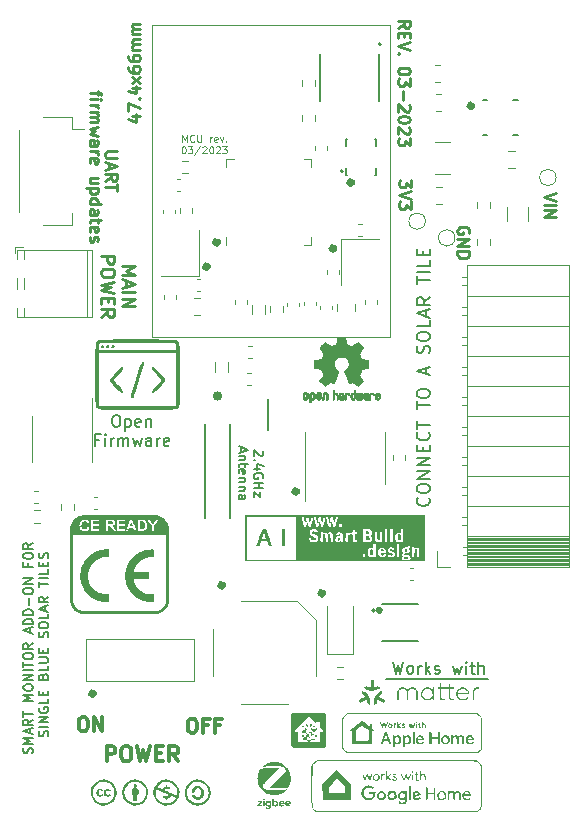
<source format=gbr>
%TF.GenerationSoftware,KiCad,Pcbnew,7.0.2*%
%TF.CreationDate,2023-05-17T08:24:27+02:00*%
%TF.ProjectId,Solar Cell offgrid Power,536f6c61-7220-4436-956c-6c206f666667,rev?*%
%TF.SameCoordinates,Original*%
%TF.FileFunction,Legend,Top*%
%TF.FilePolarity,Positive*%
%FSLAX46Y46*%
G04 Gerber Fmt 4.6, Leading zero omitted, Abs format (unit mm)*
G04 Created by KiCad (PCBNEW 7.0.2) date 2023-05-17 08:24:27*
%MOMM*%
%LPD*%
G01*
G04 APERTURE LIST*
%ADD10C,0.600000*%
%ADD11C,0.150000*%
%ADD12C,0.300000*%
%ADD13C,0.200000*%
%ADD14C,0.250000*%
%ADD15C,0.100000*%
%ADD16C,0.275000*%
%ADD17C,0.120000*%
%ADD18C,0.010000*%
%ADD19C,0.127000*%
%ADD20C,0.381000*%
G04 APERTURE END LIST*
D10*
X133415864Y-106094136D02*
G75*
G03*
X133415864Y-106094136I-95864J0D01*
G01*
X140404136Y-116155864D02*
G75*
G03*
X140404136Y-116155864I-4136J0D01*
G01*
D11*
X149620000Y-121970000D02*
X140980000Y-121970000D01*
D10*
X126714815Y-84980000D02*
G75*
G03*
X126714815Y-84980000I-95864J0D01*
G01*
X138065864Y-79934136D02*
G75*
G03*
X138065864Y-79934136I-95864J0D01*
G01*
X148255864Y-73454136D02*
G75*
G03*
X148255864Y-73454136I-95864J0D01*
G01*
X116215864Y-123194136D02*
G75*
G03*
X116215864Y-123194136I-95864J0D01*
G01*
X127145864Y-114024136D02*
G75*
G03*
X127145864Y-114024136I-95864J0D01*
G01*
X125865864Y-87064136D02*
G75*
G03*
X125865864Y-87064136I-95864J0D01*
G01*
X136565864Y-85504136D02*
G75*
G03*
X136565864Y-85504136I-95864J0D01*
G01*
X135635864Y-114694136D02*
G75*
G03*
X135635864Y-114694136I-95864J0D01*
G01*
D12*
X115234285Y-125213142D02*
X115462857Y-125213142D01*
X115462857Y-125213142D02*
X115577142Y-125270285D01*
X115577142Y-125270285D02*
X115691428Y-125384571D01*
X115691428Y-125384571D02*
X115748571Y-125613142D01*
X115748571Y-125613142D02*
X115748571Y-126013142D01*
X115748571Y-126013142D02*
X115691428Y-126241714D01*
X115691428Y-126241714D02*
X115577142Y-126356000D01*
X115577142Y-126356000D02*
X115462857Y-126413142D01*
X115462857Y-126413142D02*
X115234285Y-126413142D01*
X115234285Y-126413142D02*
X115120000Y-126356000D01*
X115120000Y-126356000D02*
X115005714Y-126241714D01*
X115005714Y-126241714D02*
X114948571Y-126013142D01*
X114948571Y-126013142D02*
X114948571Y-125613142D01*
X114948571Y-125613142D02*
X115005714Y-125384571D01*
X115005714Y-125384571D02*
X115120000Y-125270285D01*
X115120000Y-125270285D02*
X115234285Y-125213142D01*
X116262857Y-126413142D02*
X116262857Y-125213142D01*
X116262857Y-125213142D02*
X116948571Y-126413142D01*
X116948571Y-126413142D02*
X116948571Y-125213142D01*
D13*
X118041428Y-99617619D02*
X118231904Y-99617619D01*
X118231904Y-99617619D02*
X118327142Y-99665238D01*
X118327142Y-99665238D02*
X118422380Y-99760476D01*
X118422380Y-99760476D02*
X118469999Y-99950952D01*
X118469999Y-99950952D02*
X118469999Y-100284285D01*
X118469999Y-100284285D02*
X118422380Y-100474761D01*
X118422380Y-100474761D02*
X118327142Y-100570000D01*
X118327142Y-100570000D02*
X118231904Y-100617619D01*
X118231904Y-100617619D02*
X118041428Y-100617619D01*
X118041428Y-100617619D02*
X117946190Y-100570000D01*
X117946190Y-100570000D02*
X117850952Y-100474761D01*
X117850952Y-100474761D02*
X117803333Y-100284285D01*
X117803333Y-100284285D02*
X117803333Y-99950952D01*
X117803333Y-99950952D02*
X117850952Y-99760476D01*
X117850952Y-99760476D02*
X117946190Y-99665238D01*
X117946190Y-99665238D02*
X118041428Y-99617619D01*
X118898571Y-99950952D02*
X118898571Y-100950952D01*
X118898571Y-99998571D02*
X118993809Y-99950952D01*
X118993809Y-99950952D02*
X119184285Y-99950952D01*
X119184285Y-99950952D02*
X119279523Y-99998571D01*
X119279523Y-99998571D02*
X119327142Y-100046190D01*
X119327142Y-100046190D02*
X119374761Y-100141428D01*
X119374761Y-100141428D02*
X119374761Y-100427142D01*
X119374761Y-100427142D02*
X119327142Y-100522380D01*
X119327142Y-100522380D02*
X119279523Y-100570000D01*
X119279523Y-100570000D02*
X119184285Y-100617619D01*
X119184285Y-100617619D02*
X118993809Y-100617619D01*
X118993809Y-100617619D02*
X118898571Y-100570000D01*
X120184285Y-100570000D02*
X120089047Y-100617619D01*
X120089047Y-100617619D02*
X119898571Y-100617619D01*
X119898571Y-100617619D02*
X119803333Y-100570000D01*
X119803333Y-100570000D02*
X119755714Y-100474761D01*
X119755714Y-100474761D02*
X119755714Y-100093809D01*
X119755714Y-100093809D02*
X119803333Y-99998571D01*
X119803333Y-99998571D02*
X119898571Y-99950952D01*
X119898571Y-99950952D02*
X120089047Y-99950952D01*
X120089047Y-99950952D02*
X120184285Y-99998571D01*
X120184285Y-99998571D02*
X120231904Y-100093809D01*
X120231904Y-100093809D02*
X120231904Y-100189047D01*
X120231904Y-100189047D02*
X119755714Y-100284285D01*
X120660476Y-99950952D02*
X120660476Y-100617619D01*
X120660476Y-100046190D02*
X120708095Y-99998571D01*
X120708095Y-99998571D02*
X120803333Y-99950952D01*
X120803333Y-99950952D02*
X120946190Y-99950952D01*
X120946190Y-99950952D02*
X121041428Y-99998571D01*
X121041428Y-99998571D02*
X121089047Y-100093809D01*
X121089047Y-100093809D02*
X121089047Y-100617619D01*
X116684285Y-101713809D02*
X116350952Y-101713809D01*
X116350952Y-102237619D02*
X116350952Y-101237619D01*
X116350952Y-101237619D02*
X116827142Y-101237619D01*
X117208095Y-102237619D02*
X117208095Y-101570952D01*
X117208095Y-101237619D02*
X117160476Y-101285238D01*
X117160476Y-101285238D02*
X117208095Y-101332857D01*
X117208095Y-101332857D02*
X117255714Y-101285238D01*
X117255714Y-101285238D02*
X117208095Y-101237619D01*
X117208095Y-101237619D02*
X117208095Y-101332857D01*
X117684285Y-102237619D02*
X117684285Y-101570952D01*
X117684285Y-101761428D02*
X117731904Y-101666190D01*
X117731904Y-101666190D02*
X117779523Y-101618571D01*
X117779523Y-101618571D02*
X117874761Y-101570952D01*
X117874761Y-101570952D02*
X117969999Y-101570952D01*
X118303333Y-102237619D02*
X118303333Y-101570952D01*
X118303333Y-101666190D02*
X118350952Y-101618571D01*
X118350952Y-101618571D02*
X118446190Y-101570952D01*
X118446190Y-101570952D02*
X118589047Y-101570952D01*
X118589047Y-101570952D02*
X118684285Y-101618571D01*
X118684285Y-101618571D02*
X118731904Y-101713809D01*
X118731904Y-101713809D02*
X118731904Y-102237619D01*
X118731904Y-101713809D02*
X118779523Y-101618571D01*
X118779523Y-101618571D02*
X118874761Y-101570952D01*
X118874761Y-101570952D02*
X119017618Y-101570952D01*
X119017618Y-101570952D02*
X119112857Y-101618571D01*
X119112857Y-101618571D02*
X119160476Y-101713809D01*
X119160476Y-101713809D02*
X119160476Y-102237619D01*
X119541428Y-101570952D02*
X119731904Y-102237619D01*
X119731904Y-102237619D02*
X119922380Y-101761428D01*
X119922380Y-101761428D02*
X120112856Y-102237619D01*
X120112856Y-102237619D02*
X120303332Y-101570952D01*
X121112856Y-102237619D02*
X121112856Y-101713809D01*
X121112856Y-101713809D02*
X121065237Y-101618571D01*
X121065237Y-101618571D02*
X120969999Y-101570952D01*
X120969999Y-101570952D02*
X120779523Y-101570952D01*
X120779523Y-101570952D02*
X120684285Y-101618571D01*
X121112856Y-102190000D02*
X121017618Y-102237619D01*
X121017618Y-102237619D02*
X120779523Y-102237619D01*
X120779523Y-102237619D02*
X120684285Y-102190000D01*
X120684285Y-102190000D02*
X120636666Y-102094761D01*
X120636666Y-102094761D02*
X120636666Y-101999523D01*
X120636666Y-101999523D02*
X120684285Y-101904285D01*
X120684285Y-101904285D02*
X120779523Y-101856666D01*
X120779523Y-101856666D02*
X121017618Y-101856666D01*
X121017618Y-101856666D02*
X121112856Y-101809047D01*
X121589047Y-102237619D02*
X121589047Y-101570952D01*
X121589047Y-101761428D02*
X121636666Y-101666190D01*
X121636666Y-101666190D02*
X121684285Y-101618571D01*
X121684285Y-101618571D02*
X121779523Y-101570952D01*
X121779523Y-101570952D02*
X121874761Y-101570952D01*
X122589047Y-102190000D02*
X122493809Y-102237619D01*
X122493809Y-102237619D02*
X122303333Y-102237619D01*
X122303333Y-102237619D02*
X122208095Y-102190000D01*
X122208095Y-102190000D02*
X122160476Y-102094761D01*
X122160476Y-102094761D02*
X122160476Y-101713809D01*
X122160476Y-101713809D02*
X122208095Y-101618571D01*
X122208095Y-101618571D02*
X122303333Y-101570952D01*
X122303333Y-101570952D02*
X122493809Y-101570952D01*
X122493809Y-101570952D02*
X122589047Y-101618571D01*
X122589047Y-101618571D02*
X122636666Y-101713809D01*
X122636666Y-101713809D02*
X122636666Y-101809047D01*
X122636666Y-101809047D02*
X122160476Y-101904285D01*
D14*
X147974761Y-84251904D02*
X148022380Y-84156666D01*
X148022380Y-84156666D02*
X148022380Y-84013809D01*
X148022380Y-84013809D02*
X147974761Y-83870952D01*
X147974761Y-83870952D02*
X147879523Y-83775714D01*
X147879523Y-83775714D02*
X147784285Y-83728095D01*
X147784285Y-83728095D02*
X147593809Y-83680476D01*
X147593809Y-83680476D02*
X147450952Y-83680476D01*
X147450952Y-83680476D02*
X147260476Y-83728095D01*
X147260476Y-83728095D02*
X147165238Y-83775714D01*
X147165238Y-83775714D02*
X147070000Y-83870952D01*
X147070000Y-83870952D02*
X147022380Y-84013809D01*
X147022380Y-84013809D02*
X147022380Y-84109047D01*
X147022380Y-84109047D02*
X147070000Y-84251904D01*
X147070000Y-84251904D02*
X147117619Y-84299523D01*
X147117619Y-84299523D02*
X147450952Y-84299523D01*
X147450952Y-84299523D02*
X147450952Y-84109047D01*
X147022380Y-84728095D02*
X148022380Y-84728095D01*
X148022380Y-84728095D02*
X147022380Y-85299523D01*
X147022380Y-85299523D02*
X148022380Y-85299523D01*
X147022380Y-85775714D02*
X148022380Y-85775714D01*
X148022380Y-85775714D02*
X148022380Y-86013809D01*
X148022380Y-86013809D02*
X147974761Y-86156666D01*
X147974761Y-86156666D02*
X147879523Y-86251904D01*
X147879523Y-86251904D02*
X147784285Y-86299523D01*
X147784285Y-86299523D02*
X147593809Y-86347142D01*
X147593809Y-86347142D02*
X147450952Y-86347142D01*
X147450952Y-86347142D02*
X147260476Y-86299523D01*
X147260476Y-86299523D02*
X147165238Y-86251904D01*
X147165238Y-86251904D02*
X147070000Y-86156666D01*
X147070000Y-86156666D02*
X147022380Y-86013809D01*
X147022380Y-86013809D02*
X147022380Y-85775714D01*
D12*
X117319523Y-128950904D02*
X117319523Y-127650904D01*
X117319523Y-127650904D02*
X117814761Y-127650904D01*
X117814761Y-127650904D02*
X117938571Y-127712809D01*
X117938571Y-127712809D02*
X118000476Y-127774714D01*
X118000476Y-127774714D02*
X118062380Y-127898523D01*
X118062380Y-127898523D02*
X118062380Y-128084238D01*
X118062380Y-128084238D02*
X118000476Y-128208047D01*
X118000476Y-128208047D02*
X117938571Y-128269952D01*
X117938571Y-128269952D02*
X117814761Y-128331857D01*
X117814761Y-128331857D02*
X117319523Y-128331857D01*
X118867142Y-127650904D02*
X119114761Y-127650904D01*
X119114761Y-127650904D02*
X119238571Y-127712809D01*
X119238571Y-127712809D02*
X119362380Y-127836619D01*
X119362380Y-127836619D02*
X119424285Y-128084238D01*
X119424285Y-128084238D02*
X119424285Y-128517571D01*
X119424285Y-128517571D02*
X119362380Y-128765190D01*
X119362380Y-128765190D02*
X119238571Y-128889000D01*
X119238571Y-128889000D02*
X119114761Y-128950904D01*
X119114761Y-128950904D02*
X118867142Y-128950904D01*
X118867142Y-128950904D02*
X118743333Y-128889000D01*
X118743333Y-128889000D02*
X118619523Y-128765190D01*
X118619523Y-128765190D02*
X118557619Y-128517571D01*
X118557619Y-128517571D02*
X118557619Y-128084238D01*
X118557619Y-128084238D02*
X118619523Y-127836619D01*
X118619523Y-127836619D02*
X118743333Y-127712809D01*
X118743333Y-127712809D02*
X118867142Y-127650904D01*
X119857619Y-127650904D02*
X120167143Y-128950904D01*
X120167143Y-128950904D02*
X120414762Y-128022333D01*
X120414762Y-128022333D02*
X120662381Y-128950904D01*
X120662381Y-128950904D02*
X120971905Y-127650904D01*
X121467142Y-128269952D02*
X121900476Y-128269952D01*
X122086190Y-128950904D02*
X121467142Y-128950904D01*
X121467142Y-128950904D02*
X121467142Y-127650904D01*
X121467142Y-127650904D02*
X122086190Y-127650904D01*
X123386189Y-128950904D02*
X122952856Y-128331857D01*
X122643332Y-128950904D02*
X122643332Y-127650904D01*
X122643332Y-127650904D02*
X123138570Y-127650904D01*
X123138570Y-127650904D02*
X123262380Y-127712809D01*
X123262380Y-127712809D02*
X123324285Y-127774714D01*
X123324285Y-127774714D02*
X123386189Y-127898523D01*
X123386189Y-127898523D02*
X123386189Y-128084238D01*
X123386189Y-128084238D02*
X123324285Y-128208047D01*
X123324285Y-128208047D02*
X123262380Y-128269952D01*
X123262380Y-128269952D02*
X123138570Y-128331857D01*
X123138570Y-128331857D02*
X122643332Y-128331857D01*
D14*
X155382380Y-80825238D02*
X154382380Y-81158571D01*
X154382380Y-81158571D02*
X155382380Y-81491904D01*
X154382380Y-81825238D02*
X155382380Y-81825238D01*
X154382380Y-82301428D02*
X155382380Y-82301428D01*
X155382380Y-82301428D02*
X154382380Y-82872856D01*
X154382380Y-82872856D02*
X155382380Y-82872856D01*
D13*
X144580619Y-106629523D02*
X144633000Y-106681904D01*
X144633000Y-106681904D02*
X144685380Y-106839047D01*
X144685380Y-106839047D02*
X144685380Y-106943809D01*
X144685380Y-106943809D02*
X144633000Y-107100952D01*
X144633000Y-107100952D02*
X144528238Y-107205714D01*
X144528238Y-107205714D02*
X144423476Y-107258095D01*
X144423476Y-107258095D02*
X144213952Y-107310476D01*
X144213952Y-107310476D02*
X144056809Y-107310476D01*
X144056809Y-107310476D02*
X143847285Y-107258095D01*
X143847285Y-107258095D02*
X143742523Y-107205714D01*
X143742523Y-107205714D02*
X143637761Y-107100952D01*
X143637761Y-107100952D02*
X143585380Y-106943809D01*
X143585380Y-106943809D02*
X143585380Y-106839047D01*
X143585380Y-106839047D02*
X143637761Y-106681904D01*
X143637761Y-106681904D02*
X143690142Y-106629523D01*
X143585380Y-105948571D02*
X143585380Y-105739047D01*
X143585380Y-105739047D02*
X143637761Y-105634285D01*
X143637761Y-105634285D02*
X143742523Y-105529523D01*
X143742523Y-105529523D02*
X143952047Y-105477142D01*
X143952047Y-105477142D02*
X144318714Y-105477142D01*
X144318714Y-105477142D02*
X144528238Y-105529523D01*
X144528238Y-105529523D02*
X144633000Y-105634285D01*
X144633000Y-105634285D02*
X144685380Y-105739047D01*
X144685380Y-105739047D02*
X144685380Y-105948571D01*
X144685380Y-105948571D02*
X144633000Y-106053333D01*
X144633000Y-106053333D02*
X144528238Y-106158095D01*
X144528238Y-106158095D02*
X144318714Y-106210476D01*
X144318714Y-106210476D02*
X143952047Y-106210476D01*
X143952047Y-106210476D02*
X143742523Y-106158095D01*
X143742523Y-106158095D02*
X143637761Y-106053333D01*
X143637761Y-106053333D02*
X143585380Y-105948571D01*
X144685380Y-105005714D02*
X143585380Y-105005714D01*
X143585380Y-105005714D02*
X144685380Y-104377142D01*
X144685380Y-104377142D02*
X143585380Y-104377142D01*
X144685380Y-103853333D02*
X143585380Y-103853333D01*
X143585380Y-103853333D02*
X144685380Y-103224761D01*
X144685380Y-103224761D02*
X143585380Y-103224761D01*
X144109190Y-102700952D02*
X144109190Y-102334285D01*
X144685380Y-102177142D02*
X144685380Y-102700952D01*
X144685380Y-102700952D02*
X143585380Y-102700952D01*
X143585380Y-102700952D02*
X143585380Y-102177142D01*
X144580619Y-101077142D02*
X144633000Y-101129523D01*
X144633000Y-101129523D02*
X144685380Y-101286666D01*
X144685380Y-101286666D02*
X144685380Y-101391428D01*
X144685380Y-101391428D02*
X144633000Y-101548571D01*
X144633000Y-101548571D02*
X144528238Y-101653333D01*
X144528238Y-101653333D02*
X144423476Y-101705714D01*
X144423476Y-101705714D02*
X144213952Y-101758095D01*
X144213952Y-101758095D02*
X144056809Y-101758095D01*
X144056809Y-101758095D02*
X143847285Y-101705714D01*
X143847285Y-101705714D02*
X143742523Y-101653333D01*
X143742523Y-101653333D02*
X143637761Y-101548571D01*
X143637761Y-101548571D02*
X143585380Y-101391428D01*
X143585380Y-101391428D02*
X143585380Y-101286666D01*
X143585380Y-101286666D02*
X143637761Y-101129523D01*
X143637761Y-101129523D02*
X143690142Y-101077142D01*
X143585380Y-100762857D02*
X143585380Y-100134285D01*
X144685380Y-100448571D02*
X143585380Y-100448571D01*
X143585380Y-99086667D02*
X143585380Y-98458095D01*
X144685380Y-98772381D02*
X143585380Y-98772381D01*
X143585380Y-97881905D02*
X143585380Y-97672381D01*
X143585380Y-97672381D02*
X143637761Y-97567619D01*
X143637761Y-97567619D02*
X143742523Y-97462857D01*
X143742523Y-97462857D02*
X143952047Y-97410476D01*
X143952047Y-97410476D02*
X144318714Y-97410476D01*
X144318714Y-97410476D02*
X144528238Y-97462857D01*
X144528238Y-97462857D02*
X144633000Y-97567619D01*
X144633000Y-97567619D02*
X144685380Y-97672381D01*
X144685380Y-97672381D02*
X144685380Y-97881905D01*
X144685380Y-97881905D02*
X144633000Y-97986667D01*
X144633000Y-97986667D02*
X144528238Y-98091429D01*
X144528238Y-98091429D02*
X144318714Y-98143810D01*
X144318714Y-98143810D02*
X143952047Y-98143810D01*
X143952047Y-98143810D02*
X143742523Y-98091429D01*
X143742523Y-98091429D02*
X143637761Y-97986667D01*
X143637761Y-97986667D02*
X143585380Y-97881905D01*
X144371095Y-96153334D02*
X144371095Y-95629524D01*
X144685380Y-96258096D02*
X143585380Y-95891429D01*
X143585380Y-95891429D02*
X144685380Y-95524762D01*
X144633000Y-94372382D02*
X144685380Y-94215239D01*
X144685380Y-94215239D02*
X144685380Y-93953334D01*
X144685380Y-93953334D02*
X144633000Y-93848572D01*
X144633000Y-93848572D02*
X144580619Y-93796191D01*
X144580619Y-93796191D02*
X144475857Y-93743810D01*
X144475857Y-93743810D02*
X144371095Y-93743810D01*
X144371095Y-93743810D02*
X144266333Y-93796191D01*
X144266333Y-93796191D02*
X144213952Y-93848572D01*
X144213952Y-93848572D02*
X144161571Y-93953334D01*
X144161571Y-93953334D02*
X144109190Y-94162858D01*
X144109190Y-94162858D02*
X144056809Y-94267620D01*
X144056809Y-94267620D02*
X144004428Y-94320001D01*
X144004428Y-94320001D02*
X143899666Y-94372382D01*
X143899666Y-94372382D02*
X143794904Y-94372382D01*
X143794904Y-94372382D02*
X143690142Y-94320001D01*
X143690142Y-94320001D02*
X143637761Y-94267620D01*
X143637761Y-94267620D02*
X143585380Y-94162858D01*
X143585380Y-94162858D02*
X143585380Y-93900953D01*
X143585380Y-93900953D02*
X143637761Y-93743810D01*
X143585380Y-93062858D02*
X143585380Y-92853334D01*
X143585380Y-92853334D02*
X143637761Y-92748572D01*
X143637761Y-92748572D02*
X143742523Y-92643810D01*
X143742523Y-92643810D02*
X143952047Y-92591429D01*
X143952047Y-92591429D02*
X144318714Y-92591429D01*
X144318714Y-92591429D02*
X144528238Y-92643810D01*
X144528238Y-92643810D02*
X144633000Y-92748572D01*
X144633000Y-92748572D02*
X144685380Y-92853334D01*
X144685380Y-92853334D02*
X144685380Y-93062858D01*
X144685380Y-93062858D02*
X144633000Y-93167620D01*
X144633000Y-93167620D02*
X144528238Y-93272382D01*
X144528238Y-93272382D02*
X144318714Y-93324763D01*
X144318714Y-93324763D02*
X143952047Y-93324763D01*
X143952047Y-93324763D02*
X143742523Y-93272382D01*
X143742523Y-93272382D02*
X143637761Y-93167620D01*
X143637761Y-93167620D02*
X143585380Y-93062858D01*
X144685380Y-91596191D02*
X144685380Y-92120001D01*
X144685380Y-92120001D02*
X143585380Y-92120001D01*
X144371095Y-91281906D02*
X144371095Y-90758096D01*
X144685380Y-91386668D02*
X143585380Y-91020001D01*
X143585380Y-91020001D02*
X144685380Y-90653334D01*
X144685380Y-89658096D02*
X144161571Y-90024763D01*
X144685380Y-90286668D02*
X143585380Y-90286668D01*
X143585380Y-90286668D02*
X143585380Y-89867620D01*
X143585380Y-89867620D02*
X143637761Y-89762858D01*
X143637761Y-89762858D02*
X143690142Y-89710477D01*
X143690142Y-89710477D02*
X143794904Y-89658096D01*
X143794904Y-89658096D02*
X143952047Y-89658096D01*
X143952047Y-89658096D02*
X144056809Y-89710477D01*
X144056809Y-89710477D02*
X144109190Y-89762858D01*
X144109190Y-89762858D02*
X144161571Y-89867620D01*
X144161571Y-89867620D02*
X144161571Y-90286668D01*
X143585380Y-88505716D02*
X143585380Y-87877144D01*
X144685380Y-88191430D02*
X143585380Y-88191430D01*
X144685380Y-87510478D02*
X143585380Y-87510478D01*
X144685380Y-86462858D02*
X144685380Y-86986668D01*
X144685380Y-86986668D02*
X143585380Y-86986668D01*
X144109190Y-86096192D02*
X144109190Y-85729525D01*
X144685380Y-85572382D02*
X144685380Y-86096192D01*
X144685380Y-86096192D02*
X143585380Y-86096192D01*
X143585380Y-86096192D02*
X143585380Y-85572382D01*
D11*
X130517714Y-102627142D02*
X130555809Y-102665238D01*
X130555809Y-102665238D02*
X130593904Y-102741428D01*
X130593904Y-102741428D02*
X130593904Y-102931904D01*
X130593904Y-102931904D02*
X130555809Y-103008095D01*
X130555809Y-103008095D02*
X130517714Y-103046190D01*
X130517714Y-103046190D02*
X130441523Y-103084285D01*
X130441523Y-103084285D02*
X130365333Y-103084285D01*
X130365333Y-103084285D02*
X130251047Y-103046190D01*
X130251047Y-103046190D02*
X129793904Y-102589047D01*
X129793904Y-102589047D02*
X129793904Y-103084285D01*
X129870095Y-103427143D02*
X129832000Y-103465238D01*
X129832000Y-103465238D02*
X129793904Y-103427143D01*
X129793904Y-103427143D02*
X129832000Y-103389047D01*
X129832000Y-103389047D02*
X129870095Y-103427143D01*
X129870095Y-103427143D02*
X129793904Y-103427143D01*
X130327238Y-104150952D02*
X129793904Y-104150952D01*
X130632000Y-103960476D02*
X130060571Y-103769999D01*
X130060571Y-103769999D02*
X130060571Y-104265238D01*
X130555809Y-104989047D02*
X130593904Y-104912857D01*
X130593904Y-104912857D02*
X130593904Y-104798571D01*
X130593904Y-104798571D02*
X130555809Y-104684285D01*
X130555809Y-104684285D02*
X130479619Y-104608095D01*
X130479619Y-104608095D02*
X130403428Y-104570000D01*
X130403428Y-104570000D02*
X130251047Y-104531904D01*
X130251047Y-104531904D02*
X130136761Y-104531904D01*
X130136761Y-104531904D02*
X129984380Y-104570000D01*
X129984380Y-104570000D02*
X129908190Y-104608095D01*
X129908190Y-104608095D02*
X129832000Y-104684285D01*
X129832000Y-104684285D02*
X129793904Y-104798571D01*
X129793904Y-104798571D02*
X129793904Y-104874762D01*
X129793904Y-104874762D02*
X129832000Y-104989047D01*
X129832000Y-104989047D02*
X129870095Y-105027143D01*
X129870095Y-105027143D02*
X130136761Y-105027143D01*
X130136761Y-105027143D02*
X130136761Y-104874762D01*
X129793904Y-105370000D02*
X130593904Y-105370000D01*
X130212952Y-105370000D02*
X130212952Y-105827143D01*
X129793904Y-105827143D02*
X130593904Y-105827143D01*
X130327238Y-106131904D02*
X130327238Y-106550952D01*
X130327238Y-106550952D02*
X129793904Y-106131904D01*
X129793904Y-106131904D02*
X129793904Y-106550952D01*
X128726476Y-102360475D02*
X128726476Y-102741428D01*
X128497904Y-102284285D02*
X129297904Y-102550952D01*
X129297904Y-102550952D02*
X128497904Y-102817618D01*
X129031238Y-103084285D02*
X128497904Y-103084285D01*
X128955047Y-103084285D02*
X128993142Y-103122380D01*
X128993142Y-103122380D02*
X129031238Y-103198570D01*
X129031238Y-103198570D02*
X129031238Y-103312856D01*
X129031238Y-103312856D02*
X128993142Y-103389047D01*
X128993142Y-103389047D02*
X128916952Y-103427142D01*
X128916952Y-103427142D02*
X128497904Y-103427142D01*
X129031238Y-103693809D02*
X129031238Y-103998571D01*
X129297904Y-103808095D02*
X128612190Y-103808095D01*
X128612190Y-103808095D02*
X128536000Y-103846190D01*
X128536000Y-103846190D02*
X128497904Y-103922380D01*
X128497904Y-103922380D02*
X128497904Y-103998571D01*
X128536000Y-104570000D02*
X128497904Y-104493809D01*
X128497904Y-104493809D02*
X128497904Y-104341428D01*
X128497904Y-104341428D02*
X128536000Y-104265238D01*
X128536000Y-104265238D02*
X128612190Y-104227142D01*
X128612190Y-104227142D02*
X128916952Y-104227142D01*
X128916952Y-104227142D02*
X128993142Y-104265238D01*
X128993142Y-104265238D02*
X129031238Y-104341428D01*
X129031238Y-104341428D02*
X129031238Y-104493809D01*
X129031238Y-104493809D02*
X128993142Y-104570000D01*
X128993142Y-104570000D02*
X128916952Y-104608095D01*
X128916952Y-104608095D02*
X128840761Y-104608095D01*
X128840761Y-104608095D02*
X128764571Y-104227142D01*
X129031238Y-104950952D02*
X128497904Y-104950952D01*
X128955047Y-104950952D02*
X128993142Y-104989047D01*
X128993142Y-104989047D02*
X129031238Y-105065237D01*
X129031238Y-105065237D02*
X129031238Y-105179523D01*
X129031238Y-105179523D02*
X128993142Y-105255714D01*
X128993142Y-105255714D02*
X128916952Y-105293809D01*
X128916952Y-105293809D02*
X128497904Y-105293809D01*
X129031238Y-105674762D02*
X128497904Y-105674762D01*
X128955047Y-105674762D02*
X128993142Y-105712857D01*
X128993142Y-105712857D02*
X129031238Y-105789047D01*
X129031238Y-105789047D02*
X129031238Y-105903333D01*
X129031238Y-105903333D02*
X128993142Y-105979524D01*
X128993142Y-105979524D02*
X128916952Y-106017619D01*
X128916952Y-106017619D02*
X128497904Y-106017619D01*
X128497904Y-106741429D02*
X128916952Y-106741429D01*
X128916952Y-106741429D02*
X128993142Y-106703334D01*
X128993142Y-106703334D02*
X129031238Y-106627143D01*
X129031238Y-106627143D02*
X129031238Y-106474762D01*
X129031238Y-106474762D02*
X128993142Y-106398572D01*
X128536000Y-106741429D02*
X128497904Y-106665238D01*
X128497904Y-106665238D02*
X128497904Y-106474762D01*
X128497904Y-106474762D02*
X128536000Y-106398572D01*
X128536000Y-106398572D02*
X128612190Y-106360476D01*
X128612190Y-106360476D02*
X128688380Y-106360476D01*
X128688380Y-106360476D02*
X128764571Y-106398572D01*
X128764571Y-106398572D02*
X128802666Y-106474762D01*
X128802666Y-106474762D02*
X128802666Y-106665238D01*
X128802666Y-106665238D02*
X128840761Y-106741429D01*
D14*
X118212380Y-77298095D02*
X117402857Y-77298095D01*
X117402857Y-77298095D02*
X117307619Y-77345714D01*
X117307619Y-77345714D02*
X117260000Y-77393333D01*
X117260000Y-77393333D02*
X117212380Y-77488571D01*
X117212380Y-77488571D02*
X117212380Y-77679047D01*
X117212380Y-77679047D02*
X117260000Y-77774285D01*
X117260000Y-77774285D02*
X117307619Y-77821904D01*
X117307619Y-77821904D02*
X117402857Y-77869523D01*
X117402857Y-77869523D02*
X118212380Y-77869523D01*
X117498095Y-78298095D02*
X117498095Y-78774285D01*
X117212380Y-78202857D02*
X118212380Y-78536190D01*
X118212380Y-78536190D02*
X117212380Y-78869523D01*
X117212380Y-79774285D02*
X117688571Y-79440952D01*
X117212380Y-79202857D02*
X118212380Y-79202857D01*
X118212380Y-79202857D02*
X118212380Y-79583809D01*
X118212380Y-79583809D02*
X118164761Y-79679047D01*
X118164761Y-79679047D02*
X118117142Y-79726666D01*
X118117142Y-79726666D02*
X118021904Y-79774285D01*
X118021904Y-79774285D02*
X117879047Y-79774285D01*
X117879047Y-79774285D02*
X117783809Y-79726666D01*
X117783809Y-79726666D02*
X117736190Y-79679047D01*
X117736190Y-79679047D02*
X117688571Y-79583809D01*
X117688571Y-79583809D02*
X117688571Y-79202857D01*
X118212380Y-80060000D02*
X118212380Y-80631428D01*
X117212380Y-80345714D02*
X118212380Y-80345714D01*
X119470952Y-74293333D02*
X120137619Y-74293333D01*
X119090000Y-74531428D02*
X119804285Y-74769523D01*
X119804285Y-74769523D02*
X119804285Y-74150476D01*
X119137619Y-73864761D02*
X119137619Y-73198095D01*
X119137619Y-73198095D02*
X120137619Y-73626666D01*
X120042380Y-72817142D02*
X120090000Y-72769523D01*
X120090000Y-72769523D02*
X120137619Y-72817142D01*
X120137619Y-72817142D02*
X120090000Y-72864761D01*
X120090000Y-72864761D02*
X120042380Y-72817142D01*
X120042380Y-72817142D02*
X120137619Y-72817142D01*
X119470952Y-71912381D02*
X120137619Y-71912381D01*
X119090000Y-72150476D02*
X119804285Y-72388571D01*
X119804285Y-72388571D02*
X119804285Y-71769524D01*
X120137619Y-71483809D02*
X119470952Y-70960000D01*
X119470952Y-71483809D02*
X120137619Y-70960000D01*
X119137619Y-70150476D02*
X119137619Y-70340952D01*
X119137619Y-70340952D02*
X119185238Y-70436190D01*
X119185238Y-70436190D02*
X119232857Y-70483809D01*
X119232857Y-70483809D02*
X119375714Y-70579047D01*
X119375714Y-70579047D02*
X119566190Y-70626666D01*
X119566190Y-70626666D02*
X119947142Y-70626666D01*
X119947142Y-70626666D02*
X120042380Y-70579047D01*
X120042380Y-70579047D02*
X120090000Y-70531428D01*
X120090000Y-70531428D02*
X120137619Y-70436190D01*
X120137619Y-70436190D02*
X120137619Y-70245714D01*
X120137619Y-70245714D02*
X120090000Y-70150476D01*
X120090000Y-70150476D02*
X120042380Y-70102857D01*
X120042380Y-70102857D02*
X119947142Y-70055238D01*
X119947142Y-70055238D02*
X119709047Y-70055238D01*
X119709047Y-70055238D02*
X119613809Y-70102857D01*
X119613809Y-70102857D02*
X119566190Y-70150476D01*
X119566190Y-70150476D02*
X119518571Y-70245714D01*
X119518571Y-70245714D02*
X119518571Y-70436190D01*
X119518571Y-70436190D02*
X119566190Y-70531428D01*
X119566190Y-70531428D02*
X119613809Y-70579047D01*
X119613809Y-70579047D02*
X119709047Y-70626666D01*
X119137619Y-69198095D02*
X119137619Y-69388571D01*
X119137619Y-69388571D02*
X119185238Y-69483809D01*
X119185238Y-69483809D02*
X119232857Y-69531428D01*
X119232857Y-69531428D02*
X119375714Y-69626666D01*
X119375714Y-69626666D02*
X119566190Y-69674285D01*
X119566190Y-69674285D02*
X119947142Y-69674285D01*
X119947142Y-69674285D02*
X120042380Y-69626666D01*
X120042380Y-69626666D02*
X120090000Y-69579047D01*
X120090000Y-69579047D02*
X120137619Y-69483809D01*
X120137619Y-69483809D02*
X120137619Y-69293333D01*
X120137619Y-69293333D02*
X120090000Y-69198095D01*
X120090000Y-69198095D02*
X120042380Y-69150476D01*
X120042380Y-69150476D02*
X119947142Y-69102857D01*
X119947142Y-69102857D02*
X119709047Y-69102857D01*
X119709047Y-69102857D02*
X119613809Y-69150476D01*
X119613809Y-69150476D02*
X119566190Y-69198095D01*
X119566190Y-69198095D02*
X119518571Y-69293333D01*
X119518571Y-69293333D02*
X119518571Y-69483809D01*
X119518571Y-69483809D02*
X119566190Y-69579047D01*
X119566190Y-69579047D02*
X119613809Y-69626666D01*
X119613809Y-69626666D02*
X119709047Y-69674285D01*
X120137619Y-68674285D02*
X119470952Y-68674285D01*
X119566190Y-68674285D02*
X119518571Y-68626666D01*
X119518571Y-68626666D02*
X119470952Y-68531428D01*
X119470952Y-68531428D02*
X119470952Y-68388571D01*
X119470952Y-68388571D02*
X119518571Y-68293333D01*
X119518571Y-68293333D02*
X119613809Y-68245714D01*
X119613809Y-68245714D02*
X120137619Y-68245714D01*
X119613809Y-68245714D02*
X119518571Y-68198095D01*
X119518571Y-68198095D02*
X119470952Y-68102857D01*
X119470952Y-68102857D02*
X119470952Y-67960000D01*
X119470952Y-67960000D02*
X119518571Y-67864761D01*
X119518571Y-67864761D02*
X119613809Y-67817142D01*
X119613809Y-67817142D02*
X120137619Y-67817142D01*
X120137619Y-67340952D02*
X119470952Y-67340952D01*
X119566190Y-67340952D02*
X119518571Y-67293333D01*
X119518571Y-67293333D02*
X119470952Y-67198095D01*
X119470952Y-67198095D02*
X119470952Y-67055238D01*
X119470952Y-67055238D02*
X119518571Y-66960000D01*
X119518571Y-66960000D02*
X119613809Y-66912381D01*
X119613809Y-66912381D02*
X120137619Y-66912381D01*
X119613809Y-66912381D02*
X119518571Y-66864762D01*
X119518571Y-66864762D02*
X119470952Y-66769524D01*
X119470952Y-66769524D02*
X119470952Y-66626667D01*
X119470952Y-66626667D02*
X119518571Y-66531428D01*
X119518571Y-66531428D02*
X119613809Y-66483809D01*
X119613809Y-66483809D02*
X120137619Y-66483809D01*
D12*
X124464285Y-125333142D02*
X124692857Y-125333142D01*
X124692857Y-125333142D02*
X124807142Y-125390285D01*
X124807142Y-125390285D02*
X124921428Y-125504571D01*
X124921428Y-125504571D02*
X124978571Y-125733142D01*
X124978571Y-125733142D02*
X124978571Y-126133142D01*
X124978571Y-126133142D02*
X124921428Y-126361714D01*
X124921428Y-126361714D02*
X124807142Y-126476000D01*
X124807142Y-126476000D02*
X124692857Y-126533142D01*
X124692857Y-126533142D02*
X124464285Y-126533142D01*
X124464285Y-126533142D02*
X124350000Y-126476000D01*
X124350000Y-126476000D02*
X124235714Y-126361714D01*
X124235714Y-126361714D02*
X124178571Y-126133142D01*
X124178571Y-126133142D02*
X124178571Y-125733142D01*
X124178571Y-125733142D02*
X124235714Y-125504571D01*
X124235714Y-125504571D02*
X124350000Y-125390285D01*
X124350000Y-125390285D02*
X124464285Y-125333142D01*
X125892857Y-125904571D02*
X125492857Y-125904571D01*
X125492857Y-126533142D02*
X125492857Y-125333142D01*
X125492857Y-125333142D02*
X126064285Y-125333142D01*
X126921428Y-125904571D02*
X126521428Y-125904571D01*
X126521428Y-126533142D02*
X126521428Y-125333142D01*
X126521428Y-125333142D02*
X127092856Y-125333142D01*
D15*
X123722857Y-76494571D02*
X123722857Y-75894571D01*
X123722857Y-75894571D02*
X123922857Y-76323142D01*
X123922857Y-76323142D02*
X124122857Y-75894571D01*
X124122857Y-75894571D02*
X124122857Y-76494571D01*
X124751428Y-76437428D02*
X124722856Y-76466000D01*
X124722856Y-76466000D02*
X124637142Y-76494571D01*
X124637142Y-76494571D02*
X124579999Y-76494571D01*
X124579999Y-76494571D02*
X124494285Y-76466000D01*
X124494285Y-76466000D02*
X124437142Y-76408857D01*
X124437142Y-76408857D02*
X124408571Y-76351714D01*
X124408571Y-76351714D02*
X124379999Y-76237428D01*
X124379999Y-76237428D02*
X124379999Y-76151714D01*
X124379999Y-76151714D02*
X124408571Y-76037428D01*
X124408571Y-76037428D02*
X124437142Y-75980285D01*
X124437142Y-75980285D02*
X124494285Y-75923142D01*
X124494285Y-75923142D02*
X124579999Y-75894571D01*
X124579999Y-75894571D02*
X124637142Y-75894571D01*
X124637142Y-75894571D02*
X124722856Y-75923142D01*
X124722856Y-75923142D02*
X124751428Y-75951714D01*
X125008571Y-75894571D02*
X125008571Y-76380285D01*
X125008571Y-76380285D02*
X125037142Y-76437428D01*
X125037142Y-76437428D02*
X125065714Y-76466000D01*
X125065714Y-76466000D02*
X125122856Y-76494571D01*
X125122856Y-76494571D02*
X125237142Y-76494571D01*
X125237142Y-76494571D02*
X125294285Y-76466000D01*
X125294285Y-76466000D02*
X125322856Y-76437428D01*
X125322856Y-76437428D02*
X125351428Y-76380285D01*
X125351428Y-76380285D02*
X125351428Y-75894571D01*
X126094285Y-76494571D02*
X126094285Y-76094571D01*
X126094285Y-76208857D02*
X126122856Y-76151714D01*
X126122856Y-76151714D02*
X126151428Y-76123142D01*
X126151428Y-76123142D02*
X126208570Y-76094571D01*
X126208570Y-76094571D02*
X126265713Y-76094571D01*
X126694285Y-76466000D02*
X126637142Y-76494571D01*
X126637142Y-76494571D02*
X126522857Y-76494571D01*
X126522857Y-76494571D02*
X126465714Y-76466000D01*
X126465714Y-76466000D02*
X126437142Y-76408857D01*
X126437142Y-76408857D02*
X126437142Y-76180285D01*
X126437142Y-76180285D02*
X126465714Y-76123142D01*
X126465714Y-76123142D02*
X126522857Y-76094571D01*
X126522857Y-76094571D02*
X126637142Y-76094571D01*
X126637142Y-76094571D02*
X126694285Y-76123142D01*
X126694285Y-76123142D02*
X126722857Y-76180285D01*
X126722857Y-76180285D02*
X126722857Y-76237428D01*
X126722857Y-76237428D02*
X126437142Y-76294571D01*
X126922857Y-76094571D02*
X127065714Y-76494571D01*
X127065714Y-76494571D02*
X127208571Y-76094571D01*
X127437143Y-76437428D02*
X127465714Y-76466000D01*
X127465714Y-76466000D02*
X127437143Y-76494571D01*
X127437143Y-76494571D02*
X127408571Y-76466000D01*
X127408571Y-76466000D02*
X127437143Y-76437428D01*
X127437143Y-76437428D02*
X127437143Y-76494571D01*
X123808570Y-76866571D02*
X123865713Y-76866571D01*
X123865713Y-76866571D02*
X123922856Y-76895142D01*
X123922856Y-76895142D02*
X123951428Y-76923714D01*
X123951428Y-76923714D02*
X123979999Y-76980857D01*
X123979999Y-76980857D02*
X124008570Y-77095142D01*
X124008570Y-77095142D02*
X124008570Y-77238000D01*
X124008570Y-77238000D02*
X123979999Y-77352285D01*
X123979999Y-77352285D02*
X123951428Y-77409428D01*
X123951428Y-77409428D02*
X123922856Y-77438000D01*
X123922856Y-77438000D02*
X123865713Y-77466571D01*
X123865713Y-77466571D02*
X123808570Y-77466571D01*
X123808570Y-77466571D02*
X123751428Y-77438000D01*
X123751428Y-77438000D02*
X123722856Y-77409428D01*
X123722856Y-77409428D02*
X123694285Y-77352285D01*
X123694285Y-77352285D02*
X123665713Y-77238000D01*
X123665713Y-77238000D02*
X123665713Y-77095142D01*
X123665713Y-77095142D02*
X123694285Y-76980857D01*
X123694285Y-76980857D02*
X123722856Y-76923714D01*
X123722856Y-76923714D02*
X123751428Y-76895142D01*
X123751428Y-76895142D02*
X123808570Y-76866571D01*
X124208571Y-76866571D02*
X124579999Y-76866571D01*
X124579999Y-76866571D02*
X124379999Y-77095142D01*
X124379999Y-77095142D02*
X124465714Y-77095142D01*
X124465714Y-77095142D02*
X124522857Y-77123714D01*
X124522857Y-77123714D02*
X124551428Y-77152285D01*
X124551428Y-77152285D02*
X124579999Y-77209428D01*
X124579999Y-77209428D02*
X124579999Y-77352285D01*
X124579999Y-77352285D02*
X124551428Y-77409428D01*
X124551428Y-77409428D02*
X124522857Y-77438000D01*
X124522857Y-77438000D02*
X124465714Y-77466571D01*
X124465714Y-77466571D02*
X124294285Y-77466571D01*
X124294285Y-77466571D02*
X124237142Y-77438000D01*
X124237142Y-77438000D02*
X124208571Y-77409428D01*
X125265714Y-76838000D02*
X124751428Y-77609428D01*
X125437142Y-76923714D02*
X125465714Y-76895142D01*
X125465714Y-76895142D02*
X125522857Y-76866571D01*
X125522857Y-76866571D02*
X125665714Y-76866571D01*
X125665714Y-76866571D02*
X125722857Y-76895142D01*
X125722857Y-76895142D02*
X125751428Y-76923714D01*
X125751428Y-76923714D02*
X125779999Y-76980857D01*
X125779999Y-76980857D02*
X125779999Y-77038000D01*
X125779999Y-77038000D02*
X125751428Y-77123714D01*
X125751428Y-77123714D02*
X125408571Y-77466571D01*
X125408571Y-77466571D02*
X125779999Y-77466571D01*
X126151428Y-76866571D02*
X126208571Y-76866571D01*
X126208571Y-76866571D02*
X126265714Y-76895142D01*
X126265714Y-76895142D02*
X126294286Y-76923714D01*
X126294286Y-76923714D02*
X126322857Y-76980857D01*
X126322857Y-76980857D02*
X126351428Y-77095142D01*
X126351428Y-77095142D02*
X126351428Y-77238000D01*
X126351428Y-77238000D02*
X126322857Y-77352285D01*
X126322857Y-77352285D02*
X126294286Y-77409428D01*
X126294286Y-77409428D02*
X126265714Y-77438000D01*
X126265714Y-77438000D02*
X126208571Y-77466571D01*
X126208571Y-77466571D02*
X126151428Y-77466571D01*
X126151428Y-77466571D02*
X126094286Y-77438000D01*
X126094286Y-77438000D02*
X126065714Y-77409428D01*
X126065714Y-77409428D02*
X126037143Y-77352285D01*
X126037143Y-77352285D02*
X126008571Y-77238000D01*
X126008571Y-77238000D02*
X126008571Y-77095142D01*
X126008571Y-77095142D02*
X126037143Y-76980857D01*
X126037143Y-76980857D02*
X126065714Y-76923714D01*
X126065714Y-76923714D02*
X126094286Y-76895142D01*
X126094286Y-76895142D02*
X126151428Y-76866571D01*
X126580000Y-76923714D02*
X126608572Y-76895142D01*
X126608572Y-76895142D02*
X126665715Y-76866571D01*
X126665715Y-76866571D02*
X126808572Y-76866571D01*
X126808572Y-76866571D02*
X126865715Y-76895142D01*
X126865715Y-76895142D02*
X126894286Y-76923714D01*
X126894286Y-76923714D02*
X126922857Y-76980857D01*
X126922857Y-76980857D02*
X126922857Y-77038000D01*
X126922857Y-77038000D02*
X126894286Y-77123714D01*
X126894286Y-77123714D02*
X126551429Y-77466571D01*
X126551429Y-77466571D02*
X126922857Y-77466571D01*
X127122858Y-76866571D02*
X127494286Y-76866571D01*
X127494286Y-76866571D02*
X127294286Y-77095142D01*
X127294286Y-77095142D02*
X127380001Y-77095142D01*
X127380001Y-77095142D02*
X127437144Y-77123714D01*
X127437144Y-77123714D02*
X127465715Y-77152285D01*
X127465715Y-77152285D02*
X127494286Y-77209428D01*
X127494286Y-77209428D02*
X127494286Y-77352285D01*
X127494286Y-77352285D02*
X127465715Y-77409428D01*
X127465715Y-77409428D02*
X127437144Y-77438000D01*
X127437144Y-77438000D02*
X127380001Y-77466571D01*
X127380001Y-77466571D02*
X127208572Y-77466571D01*
X127208572Y-77466571D02*
X127151429Y-77438000D01*
X127151429Y-77438000D02*
X127122858Y-77409428D01*
D13*
X141562857Y-120507619D02*
X141800952Y-121507619D01*
X141800952Y-121507619D02*
X141991428Y-120793333D01*
X141991428Y-120793333D02*
X142181904Y-121507619D01*
X142181904Y-121507619D02*
X142420000Y-120507619D01*
X142943809Y-121507619D02*
X142848571Y-121460000D01*
X142848571Y-121460000D02*
X142800952Y-121412380D01*
X142800952Y-121412380D02*
X142753333Y-121317142D01*
X142753333Y-121317142D02*
X142753333Y-121031428D01*
X142753333Y-121031428D02*
X142800952Y-120936190D01*
X142800952Y-120936190D02*
X142848571Y-120888571D01*
X142848571Y-120888571D02*
X142943809Y-120840952D01*
X142943809Y-120840952D02*
X143086666Y-120840952D01*
X143086666Y-120840952D02*
X143181904Y-120888571D01*
X143181904Y-120888571D02*
X143229523Y-120936190D01*
X143229523Y-120936190D02*
X143277142Y-121031428D01*
X143277142Y-121031428D02*
X143277142Y-121317142D01*
X143277142Y-121317142D02*
X143229523Y-121412380D01*
X143229523Y-121412380D02*
X143181904Y-121460000D01*
X143181904Y-121460000D02*
X143086666Y-121507619D01*
X143086666Y-121507619D02*
X142943809Y-121507619D01*
X143705714Y-121507619D02*
X143705714Y-120840952D01*
X143705714Y-121031428D02*
X143753333Y-120936190D01*
X143753333Y-120936190D02*
X143800952Y-120888571D01*
X143800952Y-120888571D02*
X143896190Y-120840952D01*
X143896190Y-120840952D02*
X143991428Y-120840952D01*
X144324762Y-121507619D02*
X144324762Y-120507619D01*
X144420000Y-121126666D02*
X144705714Y-121507619D01*
X144705714Y-120840952D02*
X144324762Y-121221904D01*
X145086667Y-121460000D02*
X145181905Y-121507619D01*
X145181905Y-121507619D02*
X145372381Y-121507619D01*
X145372381Y-121507619D02*
X145467619Y-121460000D01*
X145467619Y-121460000D02*
X145515238Y-121364761D01*
X145515238Y-121364761D02*
X145515238Y-121317142D01*
X145515238Y-121317142D02*
X145467619Y-121221904D01*
X145467619Y-121221904D02*
X145372381Y-121174285D01*
X145372381Y-121174285D02*
X145229524Y-121174285D01*
X145229524Y-121174285D02*
X145134286Y-121126666D01*
X145134286Y-121126666D02*
X145086667Y-121031428D01*
X145086667Y-121031428D02*
X145086667Y-120983809D01*
X145086667Y-120983809D02*
X145134286Y-120888571D01*
X145134286Y-120888571D02*
X145229524Y-120840952D01*
X145229524Y-120840952D02*
X145372381Y-120840952D01*
X145372381Y-120840952D02*
X145467619Y-120888571D01*
X146610477Y-120840952D02*
X146800953Y-121507619D01*
X146800953Y-121507619D02*
X146991429Y-121031428D01*
X146991429Y-121031428D02*
X147181905Y-121507619D01*
X147181905Y-121507619D02*
X147372381Y-120840952D01*
X147753334Y-121507619D02*
X147753334Y-120840952D01*
X147753334Y-120507619D02*
X147705715Y-120555238D01*
X147705715Y-120555238D02*
X147753334Y-120602857D01*
X147753334Y-120602857D02*
X147800953Y-120555238D01*
X147800953Y-120555238D02*
X147753334Y-120507619D01*
X147753334Y-120507619D02*
X147753334Y-120602857D01*
X148086667Y-120840952D02*
X148467619Y-120840952D01*
X148229524Y-120507619D02*
X148229524Y-121364761D01*
X148229524Y-121364761D02*
X148277143Y-121460000D01*
X148277143Y-121460000D02*
X148372381Y-121507619D01*
X148372381Y-121507619D02*
X148467619Y-121507619D01*
X148800953Y-121507619D02*
X148800953Y-120507619D01*
X149229524Y-121507619D02*
X149229524Y-120983809D01*
X149229524Y-120983809D02*
X149181905Y-120888571D01*
X149181905Y-120888571D02*
X149086667Y-120840952D01*
X149086667Y-120840952D02*
X148943810Y-120840952D01*
X148943810Y-120840952D02*
X148848572Y-120888571D01*
X148848572Y-120888571D02*
X148800953Y-120936190D01*
D14*
X143072380Y-79732857D02*
X143072380Y-80351904D01*
X143072380Y-80351904D02*
X142691428Y-80018571D01*
X142691428Y-80018571D02*
X142691428Y-80161428D01*
X142691428Y-80161428D02*
X142643809Y-80256666D01*
X142643809Y-80256666D02*
X142596190Y-80304285D01*
X142596190Y-80304285D02*
X142500952Y-80351904D01*
X142500952Y-80351904D02*
X142262857Y-80351904D01*
X142262857Y-80351904D02*
X142167619Y-80304285D01*
X142167619Y-80304285D02*
X142120000Y-80256666D01*
X142120000Y-80256666D02*
X142072380Y-80161428D01*
X142072380Y-80161428D02*
X142072380Y-79875714D01*
X142072380Y-79875714D02*
X142120000Y-79780476D01*
X142120000Y-79780476D02*
X142167619Y-79732857D01*
X143072380Y-80637619D02*
X142072380Y-80970952D01*
X142072380Y-80970952D02*
X143072380Y-81304285D01*
X143072380Y-81542381D02*
X143072380Y-82161428D01*
X143072380Y-82161428D02*
X142691428Y-81828095D01*
X142691428Y-81828095D02*
X142691428Y-81970952D01*
X142691428Y-81970952D02*
X142643809Y-82066190D01*
X142643809Y-82066190D02*
X142596190Y-82113809D01*
X142596190Y-82113809D02*
X142500952Y-82161428D01*
X142500952Y-82161428D02*
X142262857Y-82161428D01*
X142262857Y-82161428D02*
X142167619Y-82113809D01*
X142167619Y-82113809D02*
X142120000Y-82066190D01*
X142120000Y-82066190D02*
X142072380Y-81970952D01*
X142072380Y-81970952D02*
X142072380Y-81685238D01*
X142072380Y-81685238D02*
X142120000Y-81590000D01*
X142120000Y-81590000D02*
X142167619Y-81542381D01*
X116549047Y-72185238D02*
X116549047Y-72566190D01*
X115882380Y-72328095D02*
X116739523Y-72328095D01*
X116739523Y-72328095D02*
X116834761Y-72375714D01*
X116834761Y-72375714D02*
X116882380Y-72470952D01*
X116882380Y-72470952D02*
X116882380Y-72566190D01*
X115882380Y-72899524D02*
X116549047Y-72899524D01*
X116882380Y-72899524D02*
X116834761Y-72851905D01*
X116834761Y-72851905D02*
X116787142Y-72899524D01*
X116787142Y-72899524D02*
X116834761Y-72947143D01*
X116834761Y-72947143D02*
X116882380Y-72899524D01*
X116882380Y-72899524D02*
X116787142Y-72899524D01*
X115882380Y-73375714D02*
X116549047Y-73375714D01*
X116358571Y-73375714D02*
X116453809Y-73423333D01*
X116453809Y-73423333D02*
X116501428Y-73470952D01*
X116501428Y-73470952D02*
X116549047Y-73566190D01*
X116549047Y-73566190D02*
X116549047Y-73661428D01*
X115882380Y-73994762D02*
X116549047Y-73994762D01*
X116453809Y-73994762D02*
X116501428Y-74042381D01*
X116501428Y-74042381D02*
X116549047Y-74137619D01*
X116549047Y-74137619D02*
X116549047Y-74280476D01*
X116549047Y-74280476D02*
X116501428Y-74375714D01*
X116501428Y-74375714D02*
X116406190Y-74423333D01*
X116406190Y-74423333D02*
X115882380Y-74423333D01*
X116406190Y-74423333D02*
X116501428Y-74470952D01*
X116501428Y-74470952D02*
X116549047Y-74566190D01*
X116549047Y-74566190D02*
X116549047Y-74709047D01*
X116549047Y-74709047D02*
X116501428Y-74804286D01*
X116501428Y-74804286D02*
X116406190Y-74851905D01*
X116406190Y-74851905D02*
X115882380Y-74851905D01*
X116549047Y-75232857D02*
X115882380Y-75423333D01*
X115882380Y-75423333D02*
X116358571Y-75613809D01*
X116358571Y-75613809D02*
X115882380Y-75804285D01*
X115882380Y-75804285D02*
X116549047Y-75994761D01*
X115882380Y-76804285D02*
X116406190Y-76804285D01*
X116406190Y-76804285D02*
X116501428Y-76756666D01*
X116501428Y-76756666D02*
X116549047Y-76661428D01*
X116549047Y-76661428D02*
X116549047Y-76470952D01*
X116549047Y-76470952D02*
X116501428Y-76375714D01*
X115930000Y-76804285D02*
X115882380Y-76709047D01*
X115882380Y-76709047D02*
X115882380Y-76470952D01*
X115882380Y-76470952D02*
X115930000Y-76375714D01*
X115930000Y-76375714D02*
X116025238Y-76328095D01*
X116025238Y-76328095D02*
X116120476Y-76328095D01*
X116120476Y-76328095D02*
X116215714Y-76375714D01*
X116215714Y-76375714D02*
X116263333Y-76470952D01*
X116263333Y-76470952D02*
X116263333Y-76709047D01*
X116263333Y-76709047D02*
X116310952Y-76804285D01*
X115882380Y-77280476D02*
X116549047Y-77280476D01*
X116358571Y-77280476D02*
X116453809Y-77328095D01*
X116453809Y-77328095D02*
X116501428Y-77375714D01*
X116501428Y-77375714D02*
X116549047Y-77470952D01*
X116549047Y-77470952D02*
X116549047Y-77566190D01*
X115930000Y-78280476D02*
X115882380Y-78185238D01*
X115882380Y-78185238D02*
X115882380Y-77994762D01*
X115882380Y-77994762D02*
X115930000Y-77899524D01*
X115930000Y-77899524D02*
X116025238Y-77851905D01*
X116025238Y-77851905D02*
X116406190Y-77851905D01*
X116406190Y-77851905D02*
X116501428Y-77899524D01*
X116501428Y-77899524D02*
X116549047Y-77994762D01*
X116549047Y-77994762D02*
X116549047Y-78185238D01*
X116549047Y-78185238D02*
X116501428Y-78280476D01*
X116501428Y-78280476D02*
X116406190Y-78328095D01*
X116406190Y-78328095D02*
X116310952Y-78328095D01*
X116310952Y-78328095D02*
X116215714Y-77851905D01*
X116549047Y-79947143D02*
X115882380Y-79947143D01*
X116549047Y-79518572D02*
X116025238Y-79518572D01*
X116025238Y-79518572D02*
X115930000Y-79566191D01*
X115930000Y-79566191D02*
X115882380Y-79661429D01*
X115882380Y-79661429D02*
X115882380Y-79804286D01*
X115882380Y-79804286D02*
X115930000Y-79899524D01*
X115930000Y-79899524D02*
X115977619Y-79947143D01*
X116549047Y-80423334D02*
X115549047Y-80423334D01*
X116501428Y-80423334D02*
X116549047Y-80518572D01*
X116549047Y-80518572D02*
X116549047Y-80709048D01*
X116549047Y-80709048D02*
X116501428Y-80804286D01*
X116501428Y-80804286D02*
X116453809Y-80851905D01*
X116453809Y-80851905D02*
X116358571Y-80899524D01*
X116358571Y-80899524D02*
X116072857Y-80899524D01*
X116072857Y-80899524D02*
X115977619Y-80851905D01*
X115977619Y-80851905D02*
X115930000Y-80804286D01*
X115930000Y-80804286D02*
X115882380Y-80709048D01*
X115882380Y-80709048D02*
X115882380Y-80518572D01*
X115882380Y-80518572D02*
X115930000Y-80423334D01*
X115882380Y-81756667D02*
X116882380Y-81756667D01*
X115930000Y-81756667D02*
X115882380Y-81661429D01*
X115882380Y-81661429D02*
X115882380Y-81470953D01*
X115882380Y-81470953D02*
X115930000Y-81375715D01*
X115930000Y-81375715D02*
X115977619Y-81328096D01*
X115977619Y-81328096D02*
X116072857Y-81280477D01*
X116072857Y-81280477D02*
X116358571Y-81280477D01*
X116358571Y-81280477D02*
X116453809Y-81328096D01*
X116453809Y-81328096D02*
X116501428Y-81375715D01*
X116501428Y-81375715D02*
X116549047Y-81470953D01*
X116549047Y-81470953D02*
X116549047Y-81661429D01*
X116549047Y-81661429D02*
X116501428Y-81756667D01*
X115882380Y-82661429D02*
X116406190Y-82661429D01*
X116406190Y-82661429D02*
X116501428Y-82613810D01*
X116501428Y-82613810D02*
X116549047Y-82518572D01*
X116549047Y-82518572D02*
X116549047Y-82328096D01*
X116549047Y-82328096D02*
X116501428Y-82232858D01*
X115930000Y-82661429D02*
X115882380Y-82566191D01*
X115882380Y-82566191D02*
X115882380Y-82328096D01*
X115882380Y-82328096D02*
X115930000Y-82232858D01*
X115930000Y-82232858D02*
X116025238Y-82185239D01*
X116025238Y-82185239D02*
X116120476Y-82185239D01*
X116120476Y-82185239D02*
X116215714Y-82232858D01*
X116215714Y-82232858D02*
X116263333Y-82328096D01*
X116263333Y-82328096D02*
X116263333Y-82566191D01*
X116263333Y-82566191D02*
X116310952Y-82661429D01*
X116549047Y-82994763D02*
X116549047Y-83375715D01*
X116882380Y-83137620D02*
X116025238Y-83137620D01*
X116025238Y-83137620D02*
X115930000Y-83185239D01*
X115930000Y-83185239D02*
X115882380Y-83280477D01*
X115882380Y-83280477D02*
X115882380Y-83375715D01*
X115930000Y-84090001D02*
X115882380Y-83994763D01*
X115882380Y-83994763D02*
X115882380Y-83804287D01*
X115882380Y-83804287D02*
X115930000Y-83709049D01*
X115930000Y-83709049D02*
X116025238Y-83661430D01*
X116025238Y-83661430D02*
X116406190Y-83661430D01*
X116406190Y-83661430D02*
X116501428Y-83709049D01*
X116501428Y-83709049D02*
X116549047Y-83804287D01*
X116549047Y-83804287D02*
X116549047Y-83994763D01*
X116549047Y-83994763D02*
X116501428Y-84090001D01*
X116501428Y-84090001D02*
X116406190Y-84137620D01*
X116406190Y-84137620D02*
X116310952Y-84137620D01*
X116310952Y-84137620D02*
X116215714Y-83661430D01*
X115930000Y-84518573D02*
X115882380Y-84613811D01*
X115882380Y-84613811D02*
X115882380Y-84804287D01*
X115882380Y-84804287D02*
X115930000Y-84899525D01*
X115930000Y-84899525D02*
X116025238Y-84947144D01*
X116025238Y-84947144D02*
X116072857Y-84947144D01*
X116072857Y-84947144D02*
X116168095Y-84899525D01*
X116168095Y-84899525D02*
X116215714Y-84804287D01*
X116215714Y-84804287D02*
X116215714Y-84661430D01*
X116215714Y-84661430D02*
X116263333Y-84566192D01*
X116263333Y-84566192D02*
X116358571Y-84518573D01*
X116358571Y-84518573D02*
X116406190Y-84518573D01*
X116406190Y-84518573D02*
X116501428Y-84566192D01*
X116501428Y-84566192D02*
X116549047Y-84661430D01*
X116549047Y-84661430D02*
X116549047Y-84804287D01*
X116549047Y-84804287D02*
X116501428Y-84899525D01*
D16*
X118646619Y-87033809D02*
X119746619Y-87033809D01*
X119746619Y-87033809D02*
X118960904Y-87400476D01*
X118960904Y-87400476D02*
X119746619Y-87767143D01*
X119746619Y-87767143D02*
X118646619Y-87767143D01*
X118960904Y-88238571D02*
X118960904Y-88762381D01*
X118646619Y-88133809D02*
X119746619Y-88500476D01*
X119746619Y-88500476D02*
X118646619Y-88867143D01*
X118646619Y-89233809D02*
X119746619Y-89233809D01*
X118646619Y-89757619D02*
X119746619Y-89757619D01*
X119746619Y-89757619D02*
X118646619Y-90386191D01*
X118646619Y-90386191D02*
X119746619Y-90386191D01*
X116864619Y-86169523D02*
X117964619Y-86169523D01*
X117964619Y-86169523D02*
X117964619Y-86588571D01*
X117964619Y-86588571D02*
X117912238Y-86693333D01*
X117912238Y-86693333D02*
X117859857Y-86745714D01*
X117859857Y-86745714D02*
X117755095Y-86798095D01*
X117755095Y-86798095D02*
X117597952Y-86798095D01*
X117597952Y-86798095D02*
X117493190Y-86745714D01*
X117493190Y-86745714D02*
X117440809Y-86693333D01*
X117440809Y-86693333D02*
X117388428Y-86588571D01*
X117388428Y-86588571D02*
X117388428Y-86169523D01*
X117964619Y-87479047D02*
X117964619Y-87688571D01*
X117964619Y-87688571D02*
X117912238Y-87793333D01*
X117912238Y-87793333D02*
X117807476Y-87898095D01*
X117807476Y-87898095D02*
X117597952Y-87950476D01*
X117597952Y-87950476D02*
X117231285Y-87950476D01*
X117231285Y-87950476D02*
X117021761Y-87898095D01*
X117021761Y-87898095D02*
X116917000Y-87793333D01*
X116917000Y-87793333D02*
X116864619Y-87688571D01*
X116864619Y-87688571D02*
X116864619Y-87479047D01*
X116864619Y-87479047D02*
X116917000Y-87374285D01*
X116917000Y-87374285D02*
X117021761Y-87269523D01*
X117021761Y-87269523D02*
X117231285Y-87217142D01*
X117231285Y-87217142D02*
X117597952Y-87217142D01*
X117597952Y-87217142D02*
X117807476Y-87269523D01*
X117807476Y-87269523D02*
X117912238Y-87374285D01*
X117912238Y-87374285D02*
X117964619Y-87479047D01*
X117964619Y-88317142D02*
X116864619Y-88579047D01*
X116864619Y-88579047D02*
X117650333Y-88788571D01*
X117650333Y-88788571D02*
X116864619Y-88998095D01*
X116864619Y-88998095D02*
X117964619Y-89260000D01*
X117440809Y-89679047D02*
X117440809Y-90045714D01*
X116864619Y-90202857D02*
X116864619Y-89679047D01*
X116864619Y-89679047D02*
X117964619Y-89679047D01*
X117964619Y-89679047D02*
X117964619Y-90202857D01*
X116864619Y-91302857D02*
X117388428Y-90936190D01*
X116864619Y-90674285D02*
X117964619Y-90674285D01*
X117964619Y-90674285D02*
X117964619Y-91093333D01*
X117964619Y-91093333D02*
X117912238Y-91198095D01*
X117912238Y-91198095D02*
X117859857Y-91250476D01*
X117859857Y-91250476D02*
X117755095Y-91302857D01*
X117755095Y-91302857D02*
X117597952Y-91302857D01*
X117597952Y-91302857D02*
X117493190Y-91250476D01*
X117493190Y-91250476D02*
X117440809Y-91198095D01*
X117440809Y-91198095D02*
X117388428Y-91093333D01*
X117388428Y-91093333D02*
X117388428Y-90674285D01*
D14*
X142002380Y-66829523D02*
X142478571Y-66496190D01*
X142002380Y-66258095D02*
X143002380Y-66258095D01*
X143002380Y-66258095D02*
X143002380Y-66639047D01*
X143002380Y-66639047D02*
X142954761Y-66734285D01*
X142954761Y-66734285D02*
X142907142Y-66781904D01*
X142907142Y-66781904D02*
X142811904Y-66829523D01*
X142811904Y-66829523D02*
X142669047Y-66829523D01*
X142669047Y-66829523D02*
X142573809Y-66781904D01*
X142573809Y-66781904D02*
X142526190Y-66734285D01*
X142526190Y-66734285D02*
X142478571Y-66639047D01*
X142478571Y-66639047D02*
X142478571Y-66258095D01*
X142526190Y-67258095D02*
X142526190Y-67591428D01*
X142002380Y-67734285D02*
X142002380Y-67258095D01*
X142002380Y-67258095D02*
X143002380Y-67258095D01*
X143002380Y-67258095D02*
X143002380Y-67734285D01*
X143002380Y-68020000D02*
X142002380Y-68353333D01*
X142002380Y-68353333D02*
X143002380Y-68686666D01*
X142097619Y-69020000D02*
X142050000Y-69067619D01*
X142050000Y-69067619D02*
X142002380Y-69020000D01*
X142002380Y-69020000D02*
X142050000Y-68972381D01*
X142050000Y-68972381D02*
X142097619Y-69020000D01*
X142097619Y-69020000D02*
X142002380Y-69020000D01*
X143002380Y-70448571D02*
X143002380Y-70543809D01*
X143002380Y-70543809D02*
X142954761Y-70639047D01*
X142954761Y-70639047D02*
X142907142Y-70686666D01*
X142907142Y-70686666D02*
X142811904Y-70734285D01*
X142811904Y-70734285D02*
X142621428Y-70781904D01*
X142621428Y-70781904D02*
X142383333Y-70781904D01*
X142383333Y-70781904D02*
X142192857Y-70734285D01*
X142192857Y-70734285D02*
X142097619Y-70686666D01*
X142097619Y-70686666D02*
X142050000Y-70639047D01*
X142050000Y-70639047D02*
X142002380Y-70543809D01*
X142002380Y-70543809D02*
X142002380Y-70448571D01*
X142002380Y-70448571D02*
X142050000Y-70353333D01*
X142050000Y-70353333D02*
X142097619Y-70305714D01*
X142097619Y-70305714D02*
X142192857Y-70258095D01*
X142192857Y-70258095D02*
X142383333Y-70210476D01*
X142383333Y-70210476D02*
X142621428Y-70210476D01*
X142621428Y-70210476D02*
X142811904Y-70258095D01*
X142811904Y-70258095D02*
X142907142Y-70305714D01*
X142907142Y-70305714D02*
X142954761Y-70353333D01*
X142954761Y-70353333D02*
X143002380Y-70448571D01*
X143002380Y-71115238D02*
X143002380Y-71734285D01*
X143002380Y-71734285D02*
X142621428Y-71400952D01*
X142621428Y-71400952D02*
X142621428Y-71543809D01*
X142621428Y-71543809D02*
X142573809Y-71639047D01*
X142573809Y-71639047D02*
X142526190Y-71686666D01*
X142526190Y-71686666D02*
X142430952Y-71734285D01*
X142430952Y-71734285D02*
X142192857Y-71734285D01*
X142192857Y-71734285D02*
X142097619Y-71686666D01*
X142097619Y-71686666D02*
X142050000Y-71639047D01*
X142050000Y-71639047D02*
X142002380Y-71543809D01*
X142002380Y-71543809D02*
X142002380Y-71258095D01*
X142002380Y-71258095D02*
X142050000Y-71162857D01*
X142050000Y-71162857D02*
X142097619Y-71115238D01*
X142383333Y-72162857D02*
X142383333Y-72924762D01*
X142907142Y-73353333D02*
X142954761Y-73400952D01*
X142954761Y-73400952D02*
X143002380Y-73496190D01*
X143002380Y-73496190D02*
X143002380Y-73734285D01*
X143002380Y-73734285D02*
X142954761Y-73829523D01*
X142954761Y-73829523D02*
X142907142Y-73877142D01*
X142907142Y-73877142D02*
X142811904Y-73924761D01*
X142811904Y-73924761D02*
X142716666Y-73924761D01*
X142716666Y-73924761D02*
X142573809Y-73877142D01*
X142573809Y-73877142D02*
X142002380Y-73305714D01*
X142002380Y-73305714D02*
X142002380Y-73924761D01*
X143002380Y-74543809D02*
X143002380Y-74639047D01*
X143002380Y-74639047D02*
X142954761Y-74734285D01*
X142954761Y-74734285D02*
X142907142Y-74781904D01*
X142907142Y-74781904D02*
X142811904Y-74829523D01*
X142811904Y-74829523D02*
X142621428Y-74877142D01*
X142621428Y-74877142D02*
X142383333Y-74877142D01*
X142383333Y-74877142D02*
X142192857Y-74829523D01*
X142192857Y-74829523D02*
X142097619Y-74781904D01*
X142097619Y-74781904D02*
X142050000Y-74734285D01*
X142050000Y-74734285D02*
X142002380Y-74639047D01*
X142002380Y-74639047D02*
X142002380Y-74543809D01*
X142002380Y-74543809D02*
X142050000Y-74448571D01*
X142050000Y-74448571D02*
X142097619Y-74400952D01*
X142097619Y-74400952D02*
X142192857Y-74353333D01*
X142192857Y-74353333D02*
X142383333Y-74305714D01*
X142383333Y-74305714D02*
X142621428Y-74305714D01*
X142621428Y-74305714D02*
X142811904Y-74353333D01*
X142811904Y-74353333D02*
X142907142Y-74400952D01*
X142907142Y-74400952D02*
X142954761Y-74448571D01*
X142954761Y-74448571D02*
X143002380Y-74543809D01*
X142907142Y-75258095D02*
X142954761Y-75305714D01*
X142954761Y-75305714D02*
X143002380Y-75400952D01*
X143002380Y-75400952D02*
X143002380Y-75639047D01*
X143002380Y-75639047D02*
X142954761Y-75734285D01*
X142954761Y-75734285D02*
X142907142Y-75781904D01*
X142907142Y-75781904D02*
X142811904Y-75829523D01*
X142811904Y-75829523D02*
X142716666Y-75829523D01*
X142716666Y-75829523D02*
X142573809Y-75781904D01*
X142573809Y-75781904D02*
X142002380Y-75210476D01*
X142002380Y-75210476D02*
X142002380Y-75829523D01*
X143002380Y-76162857D02*
X143002380Y-76781904D01*
X143002380Y-76781904D02*
X142621428Y-76448571D01*
X142621428Y-76448571D02*
X142621428Y-76591428D01*
X142621428Y-76591428D02*
X142573809Y-76686666D01*
X142573809Y-76686666D02*
X142526190Y-76734285D01*
X142526190Y-76734285D02*
X142430952Y-76781904D01*
X142430952Y-76781904D02*
X142192857Y-76781904D01*
X142192857Y-76781904D02*
X142097619Y-76734285D01*
X142097619Y-76734285D02*
X142050000Y-76686666D01*
X142050000Y-76686666D02*
X142002380Y-76591428D01*
X142002380Y-76591428D02*
X142002380Y-76305714D01*
X142002380Y-76305714D02*
X142050000Y-76210476D01*
X142050000Y-76210476D02*
X142097619Y-76162857D01*
D13*
X111038000Y-128259999D02*
X111076095Y-128145713D01*
X111076095Y-128145713D02*
X111076095Y-127955237D01*
X111076095Y-127955237D02*
X111038000Y-127879046D01*
X111038000Y-127879046D02*
X110999904Y-127840951D01*
X110999904Y-127840951D02*
X110923714Y-127802856D01*
X110923714Y-127802856D02*
X110847523Y-127802856D01*
X110847523Y-127802856D02*
X110771333Y-127840951D01*
X110771333Y-127840951D02*
X110733238Y-127879046D01*
X110733238Y-127879046D02*
X110695142Y-127955237D01*
X110695142Y-127955237D02*
X110657047Y-128107618D01*
X110657047Y-128107618D02*
X110618952Y-128183808D01*
X110618952Y-128183808D02*
X110580857Y-128221903D01*
X110580857Y-128221903D02*
X110504666Y-128259999D01*
X110504666Y-128259999D02*
X110428476Y-128259999D01*
X110428476Y-128259999D02*
X110352285Y-128221903D01*
X110352285Y-128221903D02*
X110314190Y-128183808D01*
X110314190Y-128183808D02*
X110276095Y-128107618D01*
X110276095Y-128107618D02*
X110276095Y-127917141D01*
X110276095Y-127917141D02*
X110314190Y-127802856D01*
X111076095Y-127459998D02*
X110276095Y-127459998D01*
X110276095Y-127459998D02*
X110847523Y-127193332D01*
X110847523Y-127193332D02*
X110276095Y-126926665D01*
X110276095Y-126926665D02*
X111076095Y-126926665D01*
X110847523Y-126583808D02*
X110847523Y-126202855D01*
X111076095Y-126659998D02*
X110276095Y-126393331D01*
X110276095Y-126393331D02*
X111076095Y-126126665D01*
X111076095Y-125402855D02*
X110695142Y-125669522D01*
X111076095Y-125859998D02*
X110276095Y-125859998D01*
X110276095Y-125859998D02*
X110276095Y-125555236D01*
X110276095Y-125555236D02*
X110314190Y-125479046D01*
X110314190Y-125479046D02*
X110352285Y-125440951D01*
X110352285Y-125440951D02*
X110428476Y-125402855D01*
X110428476Y-125402855D02*
X110542761Y-125402855D01*
X110542761Y-125402855D02*
X110618952Y-125440951D01*
X110618952Y-125440951D02*
X110657047Y-125479046D01*
X110657047Y-125479046D02*
X110695142Y-125555236D01*
X110695142Y-125555236D02*
X110695142Y-125859998D01*
X110276095Y-125174284D02*
X110276095Y-124717141D01*
X111076095Y-124945713D02*
X110276095Y-124945713D01*
X111076095Y-123840950D02*
X110276095Y-123840950D01*
X110276095Y-123840950D02*
X110847523Y-123574284D01*
X110847523Y-123574284D02*
X110276095Y-123307617D01*
X110276095Y-123307617D02*
X111076095Y-123307617D01*
X110276095Y-122774283D02*
X110276095Y-122621902D01*
X110276095Y-122621902D02*
X110314190Y-122545712D01*
X110314190Y-122545712D02*
X110390380Y-122469521D01*
X110390380Y-122469521D02*
X110542761Y-122431426D01*
X110542761Y-122431426D02*
X110809428Y-122431426D01*
X110809428Y-122431426D02*
X110961809Y-122469521D01*
X110961809Y-122469521D02*
X111038000Y-122545712D01*
X111038000Y-122545712D02*
X111076095Y-122621902D01*
X111076095Y-122621902D02*
X111076095Y-122774283D01*
X111076095Y-122774283D02*
X111038000Y-122850474D01*
X111038000Y-122850474D02*
X110961809Y-122926664D01*
X110961809Y-122926664D02*
X110809428Y-122964760D01*
X110809428Y-122964760D02*
X110542761Y-122964760D01*
X110542761Y-122964760D02*
X110390380Y-122926664D01*
X110390380Y-122926664D02*
X110314190Y-122850474D01*
X110314190Y-122850474D02*
X110276095Y-122774283D01*
X111076095Y-122088569D02*
X110276095Y-122088569D01*
X110276095Y-122088569D02*
X111076095Y-121631426D01*
X111076095Y-121631426D02*
X110276095Y-121631426D01*
X111076095Y-121250474D02*
X110276095Y-121250474D01*
X110276095Y-120983808D02*
X110276095Y-120526665D01*
X111076095Y-120755237D02*
X110276095Y-120755237D01*
X110276095Y-120107617D02*
X110276095Y-119955236D01*
X110276095Y-119955236D02*
X110314190Y-119879046D01*
X110314190Y-119879046D02*
X110390380Y-119802855D01*
X110390380Y-119802855D02*
X110542761Y-119764760D01*
X110542761Y-119764760D02*
X110809428Y-119764760D01*
X110809428Y-119764760D02*
X110961809Y-119802855D01*
X110961809Y-119802855D02*
X111038000Y-119879046D01*
X111038000Y-119879046D02*
X111076095Y-119955236D01*
X111076095Y-119955236D02*
X111076095Y-120107617D01*
X111076095Y-120107617D02*
X111038000Y-120183808D01*
X111038000Y-120183808D02*
X110961809Y-120259998D01*
X110961809Y-120259998D02*
X110809428Y-120298094D01*
X110809428Y-120298094D02*
X110542761Y-120298094D01*
X110542761Y-120298094D02*
X110390380Y-120259998D01*
X110390380Y-120259998D02*
X110314190Y-120183808D01*
X110314190Y-120183808D02*
X110276095Y-120107617D01*
X111076095Y-118964760D02*
X110695142Y-119231427D01*
X111076095Y-119421903D02*
X110276095Y-119421903D01*
X110276095Y-119421903D02*
X110276095Y-119117141D01*
X110276095Y-119117141D02*
X110314190Y-119040951D01*
X110314190Y-119040951D02*
X110352285Y-119002856D01*
X110352285Y-119002856D02*
X110428476Y-118964760D01*
X110428476Y-118964760D02*
X110542761Y-118964760D01*
X110542761Y-118964760D02*
X110618952Y-119002856D01*
X110618952Y-119002856D02*
X110657047Y-119040951D01*
X110657047Y-119040951D02*
X110695142Y-119117141D01*
X110695142Y-119117141D02*
X110695142Y-119421903D01*
X110847523Y-118050475D02*
X110847523Y-117669522D01*
X111076095Y-118126665D02*
X110276095Y-117859998D01*
X110276095Y-117859998D02*
X111076095Y-117593332D01*
X111076095Y-117326665D02*
X110276095Y-117326665D01*
X110276095Y-117326665D02*
X110276095Y-117136189D01*
X110276095Y-117136189D02*
X110314190Y-117021903D01*
X110314190Y-117021903D02*
X110390380Y-116945713D01*
X110390380Y-116945713D02*
X110466571Y-116907618D01*
X110466571Y-116907618D02*
X110618952Y-116869522D01*
X110618952Y-116869522D02*
X110733238Y-116869522D01*
X110733238Y-116869522D02*
X110885619Y-116907618D01*
X110885619Y-116907618D02*
X110961809Y-116945713D01*
X110961809Y-116945713D02*
X111038000Y-117021903D01*
X111038000Y-117021903D02*
X111076095Y-117136189D01*
X111076095Y-117136189D02*
X111076095Y-117326665D01*
X111076095Y-116526665D02*
X110276095Y-116526665D01*
X110276095Y-116526665D02*
X110276095Y-116336189D01*
X110276095Y-116336189D02*
X110314190Y-116221903D01*
X110314190Y-116221903D02*
X110390380Y-116145713D01*
X110390380Y-116145713D02*
X110466571Y-116107618D01*
X110466571Y-116107618D02*
X110618952Y-116069522D01*
X110618952Y-116069522D02*
X110733238Y-116069522D01*
X110733238Y-116069522D02*
X110885619Y-116107618D01*
X110885619Y-116107618D02*
X110961809Y-116145713D01*
X110961809Y-116145713D02*
X111038000Y-116221903D01*
X111038000Y-116221903D02*
X111076095Y-116336189D01*
X111076095Y-116336189D02*
X111076095Y-116526665D01*
X110771333Y-115726665D02*
X110771333Y-115117142D01*
X110276095Y-114583808D02*
X110276095Y-114431427D01*
X110276095Y-114431427D02*
X110314190Y-114355237D01*
X110314190Y-114355237D02*
X110390380Y-114279046D01*
X110390380Y-114279046D02*
X110542761Y-114240951D01*
X110542761Y-114240951D02*
X110809428Y-114240951D01*
X110809428Y-114240951D02*
X110961809Y-114279046D01*
X110961809Y-114279046D02*
X111038000Y-114355237D01*
X111038000Y-114355237D02*
X111076095Y-114431427D01*
X111076095Y-114431427D02*
X111076095Y-114583808D01*
X111076095Y-114583808D02*
X111038000Y-114659999D01*
X111038000Y-114659999D02*
X110961809Y-114736189D01*
X110961809Y-114736189D02*
X110809428Y-114774285D01*
X110809428Y-114774285D02*
X110542761Y-114774285D01*
X110542761Y-114774285D02*
X110390380Y-114736189D01*
X110390380Y-114736189D02*
X110314190Y-114659999D01*
X110314190Y-114659999D02*
X110276095Y-114583808D01*
X111076095Y-113898094D02*
X110276095Y-113898094D01*
X110276095Y-113898094D02*
X111076095Y-113440951D01*
X111076095Y-113440951D02*
X110276095Y-113440951D01*
X110657047Y-112183809D02*
X110657047Y-112450475D01*
X111076095Y-112450475D02*
X110276095Y-112450475D01*
X110276095Y-112450475D02*
X110276095Y-112069523D01*
X110276095Y-111612380D02*
X110276095Y-111459999D01*
X110276095Y-111459999D02*
X110314190Y-111383809D01*
X110314190Y-111383809D02*
X110390380Y-111307618D01*
X110390380Y-111307618D02*
X110542761Y-111269523D01*
X110542761Y-111269523D02*
X110809428Y-111269523D01*
X110809428Y-111269523D02*
X110961809Y-111307618D01*
X110961809Y-111307618D02*
X111038000Y-111383809D01*
X111038000Y-111383809D02*
X111076095Y-111459999D01*
X111076095Y-111459999D02*
X111076095Y-111612380D01*
X111076095Y-111612380D02*
X111038000Y-111688571D01*
X111038000Y-111688571D02*
X110961809Y-111764761D01*
X110961809Y-111764761D02*
X110809428Y-111802857D01*
X110809428Y-111802857D02*
X110542761Y-111802857D01*
X110542761Y-111802857D02*
X110390380Y-111764761D01*
X110390380Y-111764761D02*
X110314190Y-111688571D01*
X110314190Y-111688571D02*
X110276095Y-111612380D01*
X111076095Y-110469523D02*
X110695142Y-110736190D01*
X111076095Y-110926666D02*
X110276095Y-110926666D01*
X110276095Y-110926666D02*
X110276095Y-110621904D01*
X110276095Y-110621904D02*
X110314190Y-110545714D01*
X110314190Y-110545714D02*
X110352285Y-110507619D01*
X110352285Y-110507619D02*
X110428476Y-110469523D01*
X110428476Y-110469523D02*
X110542761Y-110469523D01*
X110542761Y-110469523D02*
X110618952Y-110507619D01*
X110618952Y-110507619D02*
X110657047Y-110545714D01*
X110657047Y-110545714D02*
X110695142Y-110621904D01*
X110695142Y-110621904D02*
X110695142Y-110926666D01*
X112334000Y-126831429D02*
X112372095Y-126717143D01*
X112372095Y-126717143D02*
X112372095Y-126526667D01*
X112372095Y-126526667D02*
X112334000Y-126450476D01*
X112334000Y-126450476D02*
X112295904Y-126412381D01*
X112295904Y-126412381D02*
X112219714Y-126374286D01*
X112219714Y-126374286D02*
X112143523Y-126374286D01*
X112143523Y-126374286D02*
X112067333Y-126412381D01*
X112067333Y-126412381D02*
X112029238Y-126450476D01*
X112029238Y-126450476D02*
X111991142Y-126526667D01*
X111991142Y-126526667D02*
X111953047Y-126679048D01*
X111953047Y-126679048D02*
X111914952Y-126755238D01*
X111914952Y-126755238D02*
X111876857Y-126793333D01*
X111876857Y-126793333D02*
X111800666Y-126831429D01*
X111800666Y-126831429D02*
X111724476Y-126831429D01*
X111724476Y-126831429D02*
X111648285Y-126793333D01*
X111648285Y-126793333D02*
X111610190Y-126755238D01*
X111610190Y-126755238D02*
X111572095Y-126679048D01*
X111572095Y-126679048D02*
X111572095Y-126488571D01*
X111572095Y-126488571D02*
X111610190Y-126374286D01*
X112372095Y-126031428D02*
X111572095Y-126031428D01*
X112372095Y-125650476D02*
X111572095Y-125650476D01*
X111572095Y-125650476D02*
X112372095Y-125193333D01*
X112372095Y-125193333D02*
X111572095Y-125193333D01*
X111610190Y-124393334D02*
X111572095Y-124469524D01*
X111572095Y-124469524D02*
X111572095Y-124583810D01*
X111572095Y-124583810D02*
X111610190Y-124698096D01*
X111610190Y-124698096D02*
X111686380Y-124774286D01*
X111686380Y-124774286D02*
X111762571Y-124812381D01*
X111762571Y-124812381D02*
X111914952Y-124850477D01*
X111914952Y-124850477D02*
X112029238Y-124850477D01*
X112029238Y-124850477D02*
X112181619Y-124812381D01*
X112181619Y-124812381D02*
X112257809Y-124774286D01*
X112257809Y-124774286D02*
X112334000Y-124698096D01*
X112334000Y-124698096D02*
X112372095Y-124583810D01*
X112372095Y-124583810D02*
X112372095Y-124507619D01*
X112372095Y-124507619D02*
X112334000Y-124393334D01*
X112334000Y-124393334D02*
X112295904Y-124355238D01*
X112295904Y-124355238D02*
X112029238Y-124355238D01*
X112029238Y-124355238D02*
X112029238Y-124507619D01*
X112372095Y-123631429D02*
X112372095Y-124012381D01*
X112372095Y-124012381D02*
X111572095Y-124012381D01*
X111953047Y-123364762D02*
X111953047Y-123098096D01*
X112372095Y-122983810D02*
X112372095Y-123364762D01*
X112372095Y-123364762D02*
X111572095Y-123364762D01*
X111572095Y-123364762D02*
X111572095Y-122983810D01*
X111953047Y-121764762D02*
X111991142Y-121650476D01*
X111991142Y-121650476D02*
X112029238Y-121612381D01*
X112029238Y-121612381D02*
X112105428Y-121574285D01*
X112105428Y-121574285D02*
X112219714Y-121574285D01*
X112219714Y-121574285D02*
X112295904Y-121612381D01*
X112295904Y-121612381D02*
X112334000Y-121650476D01*
X112334000Y-121650476D02*
X112372095Y-121726666D01*
X112372095Y-121726666D02*
X112372095Y-122031428D01*
X112372095Y-122031428D02*
X111572095Y-122031428D01*
X111572095Y-122031428D02*
X111572095Y-121764762D01*
X111572095Y-121764762D02*
X111610190Y-121688571D01*
X111610190Y-121688571D02*
X111648285Y-121650476D01*
X111648285Y-121650476D02*
X111724476Y-121612381D01*
X111724476Y-121612381D02*
X111800666Y-121612381D01*
X111800666Y-121612381D02*
X111876857Y-121650476D01*
X111876857Y-121650476D02*
X111914952Y-121688571D01*
X111914952Y-121688571D02*
X111953047Y-121764762D01*
X111953047Y-121764762D02*
X111953047Y-122031428D01*
X112372095Y-120850476D02*
X112372095Y-121231428D01*
X112372095Y-121231428D02*
X111572095Y-121231428D01*
X111572095Y-120583809D02*
X112219714Y-120583809D01*
X112219714Y-120583809D02*
X112295904Y-120545714D01*
X112295904Y-120545714D02*
X112334000Y-120507619D01*
X112334000Y-120507619D02*
X112372095Y-120431428D01*
X112372095Y-120431428D02*
X112372095Y-120279047D01*
X112372095Y-120279047D02*
X112334000Y-120202857D01*
X112334000Y-120202857D02*
X112295904Y-120164762D01*
X112295904Y-120164762D02*
X112219714Y-120126666D01*
X112219714Y-120126666D02*
X111572095Y-120126666D01*
X111953047Y-119745714D02*
X111953047Y-119479048D01*
X112372095Y-119364762D02*
X112372095Y-119745714D01*
X112372095Y-119745714D02*
X111572095Y-119745714D01*
X111572095Y-119745714D02*
X111572095Y-119364762D01*
X112334000Y-118450476D02*
X112372095Y-118336190D01*
X112372095Y-118336190D02*
X112372095Y-118145714D01*
X112372095Y-118145714D02*
X112334000Y-118069523D01*
X112334000Y-118069523D02*
X112295904Y-118031428D01*
X112295904Y-118031428D02*
X112219714Y-117993333D01*
X112219714Y-117993333D02*
X112143523Y-117993333D01*
X112143523Y-117993333D02*
X112067333Y-118031428D01*
X112067333Y-118031428D02*
X112029238Y-118069523D01*
X112029238Y-118069523D02*
X111991142Y-118145714D01*
X111991142Y-118145714D02*
X111953047Y-118298095D01*
X111953047Y-118298095D02*
X111914952Y-118374285D01*
X111914952Y-118374285D02*
X111876857Y-118412380D01*
X111876857Y-118412380D02*
X111800666Y-118450476D01*
X111800666Y-118450476D02*
X111724476Y-118450476D01*
X111724476Y-118450476D02*
X111648285Y-118412380D01*
X111648285Y-118412380D02*
X111610190Y-118374285D01*
X111610190Y-118374285D02*
X111572095Y-118298095D01*
X111572095Y-118298095D02*
X111572095Y-118107618D01*
X111572095Y-118107618D02*
X111610190Y-117993333D01*
X111572095Y-117498094D02*
X111572095Y-117345713D01*
X111572095Y-117345713D02*
X111610190Y-117269523D01*
X111610190Y-117269523D02*
X111686380Y-117193332D01*
X111686380Y-117193332D02*
X111838761Y-117155237D01*
X111838761Y-117155237D02*
X112105428Y-117155237D01*
X112105428Y-117155237D02*
X112257809Y-117193332D01*
X112257809Y-117193332D02*
X112334000Y-117269523D01*
X112334000Y-117269523D02*
X112372095Y-117345713D01*
X112372095Y-117345713D02*
X112372095Y-117498094D01*
X112372095Y-117498094D02*
X112334000Y-117574285D01*
X112334000Y-117574285D02*
X112257809Y-117650475D01*
X112257809Y-117650475D02*
X112105428Y-117688571D01*
X112105428Y-117688571D02*
X111838761Y-117688571D01*
X111838761Y-117688571D02*
X111686380Y-117650475D01*
X111686380Y-117650475D02*
X111610190Y-117574285D01*
X111610190Y-117574285D02*
X111572095Y-117498094D01*
X112372095Y-116431428D02*
X112372095Y-116812380D01*
X112372095Y-116812380D02*
X111572095Y-116812380D01*
X112143523Y-116202857D02*
X112143523Y-115821904D01*
X112372095Y-116279047D02*
X111572095Y-116012380D01*
X111572095Y-116012380D02*
X112372095Y-115745714D01*
X112372095Y-115021904D02*
X111991142Y-115288571D01*
X112372095Y-115479047D02*
X111572095Y-115479047D01*
X111572095Y-115479047D02*
X111572095Y-115174285D01*
X111572095Y-115174285D02*
X111610190Y-115098095D01*
X111610190Y-115098095D02*
X111648285Y-115060000D01*
X111648285Y-115060000D02*
X111724476Y-115021904D01*
X111724476Y-115021904D02*
X111838761Y-115021904D01*
X111838761Y-115021904D02*
X111914952Y-115060000D01*
X111914952Y-115060000D02*
X111953047Y-115098095D01*
X111953047Y-115098095D02*
X111991142Y-115174285D01*
X111991142Y-115174285D02*
X111991142Y-115479047D01*
X111572095Y-114183809D02*
X111572095Y-113726666D01*
X112372095Y-113955238D02*
X111572095Y-113955238D01*
X112372095Y-113459999D02*
X111572095Y-113459999D01*
X112372095Y-112698095D02*
X112372095Y-113079047D01*
X112372095Y-113079047D02*
X111572095Y-113079047D01*
X111953047Y-112431428D02*
X111953047Y-112164762D01*
X112372095Y-112050476D02*
X112372095Y-112431428D01*
X112372095Y-112431428D02*
X111572095Y-112431428D01*
X111572095Y-112431428D02*
X111572095Y-112050476D01*
X112334000Y-111745714D02*
X112372095Y-111631428D01*
X112372095Y-111631428D02*
X112372095Y-111440952D01*
X112372095Y-111440952D02*
X112334000Y-111364761D01*
X112334000Y-111364761D02*
X112295904Y-111326666D01*
X112295904Y-111326666D02*
X112219714Y-111288571D01*
X112219714Y-111288571D02*
X112143523Y-111288571D01*
X112143523Y-111288571D02*
X112067333Y-111326666D01*
X112067333Y-111326666D02*
X112029238Y-111364761D01*
X112029238Y-111364761D02*
X111991142Y-111440952D01*
X111991142Y-111440952D02*
X111953047Y-111593333D01*
X111953047Y-111593333D02*
X111914952Y-111669523D01*
X111914952Y-111669523D02*
X111876857Y-111707618D01*
X111876857Y-111707618D02*
X111800666Y-111745714D01*
X111800666Y-111745714D02*
X111724476Y-111745714D01*
X111724476Y-111745714D02*
X111648285Y-111707618D01*
X111648285Y-111707618D02*
X111610190Y-111669523D01*
X111610190Y-111669523D02*
X111572095Y-111593333D01*
X111572095Y-111593333D02*
X111572095Y-111402856D01*
X111572095Y-111402856D02*
X111610190Y-111288571D01*
D17*
%TO.C,ER3*%
X124572500Y-82082742D02*
X124572500Y-82557258D01*
X123527500Y-82082742D02*
X123527500Y-82557258D01*
%TO.C,G\u002A\u002A\u002A*%
G36*
X132433989Y-109960625D02*
G01*
X132439563Y-110675000D01*
X132163270Y-110675000D01*
X132174416Y-109246250D01*
X132428416Y-109246250D01*
X132433989Y-109960625D01*
G37*
G36*
X139475715Y-109458834D02*
G01*
X139539636Y-109493717D01*
X139569543Y-109552554D01*
X139572166Y-109582836D01*
X139558628Y-109653269D01*
X139515822Y-109698046D01*
X139440456Y-109719626D01*
X139385291Y-109722500D01*
X139275833Y-109722500D01*
X139275833Y-109447333D01*
X139376956Y-109447333D01*
X139475715Y-109458834D01*
G37*
G36*
X139505586Y-109903420D02*
G01*
X139574443Y-109938573D01*
X139609410Y-109997879D01*
X139614500Y-110041646D01*
X139599568Y-110115707D01*
X139553035Y-110166609D01*
X139472293Y-110196395D01*
X139405981Y-110205007D01*
X139275833Y-110214421D01*
X139275833Y-109891833D01*
X139402008Y-109891833D01*
X139505586Y-109903420D01*
G37*
G36*
X142696593Y-110936045D02*
G01*
X142740044Y-110972176D01*
X142765261Y-111034133D01*
X142768333Y-111069487D01*
X142757843Y-111155469D01*
X142725367Y-111206626D01*
X142669391Y-111225184D01*
X142662500Y-111225333D01*
X142603064Y-111210308D01*
X142578578Y-111184391D01*
X142560148Y-111122057D01*
X142558899Y-111049969D01*
X142573855Y-110987218D01*
X142589928Y-110962262D01*
X142643642Y-110930990D01*
X142696593Y-110936045D01*
G37*
G36*
X137105828Y-109986921D02*
G01*
X137116432Y-110025105D01*
X137116833Y-110041051D01*
X137104438Y-110120949D01*
X137071946Y-110186930D01*
X137026391Y-110232711D01*
X136974811Y-110252009D01*
X136924241Y-110238543D01*
X136909400Y-110226267D01*
X136891036Y-110185402D01*
X136884757Y-110125407D01*
X136891625Y-110068025D01*
X136900629Y-110046616D01*
X136935596Y-110018484D01*
X136993520Y-109993048D01*
X137055314Y-109977943D01*
X137075877Y-109976500D01*
X137105828Y-109986921D01*
G37*
G36*
X142741548Y-111612526D02*
G01*
X142786227Y-111619437D01*
X142844294Y-111644995D01*
X142868576Y-111685955D01*
X142856031Y-111733111D01*
X142832177Y-111758478D01*
X142778586Y-111782360D01*
X142701848Y-111795016D01*
X142619874Y-111795528D01*
X142550576Y-111782977D01*
X142530208Y-111773971D01*
X142502630Y-111738928D01*
X142493547Y-111688848D01*
X142503386Y-111642208D01*
X142526647Y-111619181D01*
X142580596Y-111609204D01*
X142658211Y-111606991D01*
X142741548Y-111612526D01*
G37*
G36*
X140711310Y-110968604D02*
G01*
X140759557Y-111015461D01*
X140778666Y-111078056D01*
X140778666Y-111078367D01*
X140776912Y-111112852D01*
X140764997Y-111131466D01*
X140732944Y-111139102D01*
X140670774Y-111140655D01*
X140651666Y-111140667D01*
X140581281Y-111139546D01*
X140543280Y-111133424D01*
X140527723Y-111118157D01*
X140524669Y-111089605D01*
X140524666Y-111087750D01*
X140540977Y-111030559D01*
X140580994Y-110980325D01*
X140631342Y-110952096D01*
X140646956Y-110950167D01*
X140711310Y-110968604D01*
G37*
G36*
X139816756Y-110981203D02*
G01*
X139854115Y-111014197D01*
X139877072Y-111075388D01*
X139887957Y-111169851D01*
X139889666Y-111247929D01*
X139888065Y-111341657D01*
X139882115Y-111402807D01*
X139870095Y-111441056D01*
X139850958Y-111465469D01*
X139791043Y-111496409D01*
X139727016Y-111494574D01*
X139674431Y-111460990D01*
X139668616Y-111453457D01*
X139648902Y-111405582D01*
X139638279Y-111327854D01*
X139635666Y-111235917D01*
X139640837Y-111120413D01*
X139657890Y-111041333D01*
X139689136Y-110993862D01*
X139736885Y-110973185D01*
X139762666Y-110971333D01*
X139816756Y-110981203D01*
G37*
G36*
X142145089Y-109711203D02*
G01*
X142182448Y-109744197D01*
X142205405Y-109805388D01*
X142216291Y-109899851D01*
X142218000Y-109977929D01*
X142216399Y-110071657D01*
X142210449Y-110132807D01*
X142198428Y-110171056D01*
X142179291Y-110195469D01*
X142119377Y-110226409D01*
X142055349Y-110224574D01*
X142002764Y-110190990D01*
X141996950Y-110183457D01*
X141977235Y-110135582D01*
X141966613Y-110057854D01*
X141964000Y-109965917D01*
X141969170Y-109850413D01*
X141986223Y-109771333D01*
X142017469Y-109723862D01*
X142065218Y-109703185D01*
X142091000Y-109701333D01*
X142145089Y-109711203D01*
G37*
G36*
X130658019Y-109240060D02*
G01*
X130797133Y-109246250D01*
X131057065Y-109944750D01*
X131117486Y-110107544D01*
X131172939Y-110257780D01*
X131221746Y-110390849D01*
X131262231Y-110502143D01*
X131292715Y-110587054D01*
X131311523Y-110640974D01*
X131317082Y-110659125D01*
X131297836Y-110667272D01*
X131247470Y-110672999D01*
X131181981Y-110675000D01*
X131046795Y-110675000D01*
X130925583Y-110325750D01*
X130379510Y-110325750D01*
X130350978Y-110410417D01*
X130324085Y-110487859D01*
X130294243Y-110570594D01*
X130288889Y-110585042D01*
X130255332Y-110675000D01*
X130117234Y-110675000D01*
X130039258Y-110672642D01*
X129998070Y-110664835D01*
X129988349Y-110650483D01*
X129988941Y-110648542D01*
X129998437Y-110623130D01*
X130021022Y-110562792D01*
X130054930Y-110472243D01*
X130098395Y-110356197D01*
X130149651Y-110219369D01*
X130202974Y-110077042D01*
X130456394Y-110077042D01*
X130461844Y-110089915D01*
X130494119Y-110098122D01*
X130558551Y-110102399D01*
X130647759Y-110103500D01*
X130849712Y-110103500D01*
X130753677Y-109823126D01*
X130718606Y-109721610D01*
X130688291Y-109635493D01*
X130665381Y-109572182D01*
X130652527Y-109539084D01*
X130650934Y-109536045D01*
X130642071Y-109552292D01*
X130622562Y-109601500D01*
X130595114Y-109676458D01*
X130562434Y-109769953D01*
X130555604Y-109789960D01*
X130521504Y-109889899D01*
X130491769Y-109976400D01*
X130469332Y-110040979D01*
X130457126Y-110075149D01*
X130456394Y-110077042D01*
X130202974Y-110077042D01*
X130206933Y-110066475D01*
X130258825Y-109927977D01*
X130518905Y-109233871D01*
X130658019Y-109240060D01*
G37*
G36*
X144250000Y-112008500D02*
G01*
X129011240Y-112008500D01*
X129010695Y-110837684D01*
X129204256Y-110837684D01*
X129204304Y-111064235D01*
X129204589Y-111269402D01*
X129205102Y-111450042D01*
X129205837Y-111603009D01*
X129206785Y-111725160D01*
X129207937Y-111813350D01*
X129209286Y-111864437D01*
X129210285Y-111876314D01*
X129219778Y-111880868D01*
X129245975Y-111884856D01*
X129291000Y-111888299D01*
X129356977Y-111891218D01*
X129446029Y-111893636D01*
X129560281Y-111895574D01*
X129701857Y-111897055D01*
X129872880Y-111898099D01*
X130075474Y-111898729D01*
X130311763Y-111898967D01*
X130583871Y-111898835D01*
X130893921Y-111898353D01*
X131244038Y-111897545D01*
X131268917Y-111897480D01*
X133317416Y-111892083D01*
X133317870Y-111739737D01*
X142303671Y-111739737D01*
X142332605Y-111808450D01*
X142391271Y-111867765D01*
X142450844Y-111900053D01*
X142511898Y-111913762D01*
X142599133Y-111920742D01*
X142696926Y-111920916D01*
X142789649Y-111914209D01*
X142856597Y-111902021D01*
X142955363Y-111858051D01*
X143019971Y-111792597D01*
X143048135Y-111709446D01*
X143037568Y-111612391D01*
X143035439Y-111605544D01*
X142991358Y-111534821D01*
X142915152Y-111485218D01*
X142813196Y-111460259D01*
X142768333Y-111457966D01*
X142686998Y-111454582D01*
X142606871Y-111446556D01*
X142592622Y-111444404D01*
X142539673Y-111431418D01*
X142518996Y-111411221D01*
X142518538Y-111387195D01*
X142527171Y-111362454D01*
X142550741Y-111348818D01*
X142599472Y-111342760D01*
X142651916Y-111341175D01*
X142677048Y-111338100D01*
X143173999Y-111338100D01*
X143174002Y-111448446D01*
X143175200Y-111537712D01*
X143177501Y-111598534D01*
X143180382Y-111622723D01*
X143209287Y-111642130D01*
X143275683Y-111644988D01*
X143281431Y-111644601D01*
X143371583Y-111638083D01*
X143382166Y-111339608D01*
X143388248Y-111204481D01*
X143396819Y-111106267D01*
X143409903Y-111039545D01*
X143429519Y-110998897D01*
X143457688Y-110978905D01*
X143496433Y-110974148D01*
X143517947Y-110975544D01*
X143583250Y-110981917D01*
X143604416Y-111638083D01*
X143794916Y-111638083D01*
X143800810Y-111346249D01*
X143801443Y-111187104D01*
X143795478Y-111064769D01*
X143781978Y-110974105D01*
X143760008Y-110909969D01*
X143728631Y-110867219D01*
X143711145Y-110853557D01*
X143633083Y-110824402D01*
X143541464Y-110821589D01*
X143455330Y-110844455D01*
X143422527Y-110863611D01*
X143361000Y-110909101D01*
X143361000Y-110864916D01*
X143355824Y-110837387D01*
X143332788Y-110826180D01*
X143280627Y-110826577D01*
X143271041Y-110827241D01*
X143181083Y-110833750D01*
X143175284Y-111214038D01*
X143173999Y-111338100D01*
X142677048Y-111338100D01*
X142780690Y-111325419D01*
X142877795Y-111283257D01*
X142942194Y-111215167D01*
X142947891Y-111204859D01*
X142977555Y-111107978D01*
X142965162Y-111011160D01*
X142946920Y-110968762D01*
X142929315Y-110906964D01*
X142945971Y-110863570D01*
X142994102Y-110844677D01*
X143003758Y-110844333D01*
X143031404Y-110834917D01*
X143042439Y-110799626D01*
X143043500Y-110770250D01*
X143038606Y-110718956D01*
X143019903Y-110698364D01*
X143002544Y-110696167D01*
X142925631Y-110710120D01*
X142863223Y-110746618D01*
X142832953Y-110788469D01*
X142815439Y-110820840D01*
X142787251Y-110831171D01*
X142733358Y-110824914D01*
X142732791Y-110824814D01*
X142612993Y-110819903D01*
X142508554Y-110847343D01*
X142425574Y-110903458D01*
X142370151Y-110984570D01*
X142350915Y-111055005D01*
X142348593Y-111125467D01*
X142368293Y-111180550D01*
X142385580Y-111206322D01*
X142432101Y-111269245D01*
X142377967Y-111333580D01*
X142334872Y-111398386D01*
X142327609Y-111454651D01*
X142354896Y-111514193D01*
X142357885Y-111518530D01*
X142379385Y-111556047D01*
X142372315Y-111583045D01*
X142347302Y-111608731D01*
X142307544Y-111670280D01*
X142303671Y-111739737D01*
X133317870Y-111739737D01*
X133318135Y-111650986D01*
X139000666Y-111650986D01*
X139101208Y-111644535D01*
X139201750Y-111638083D01*
X139208147Y-111526958D01*
X139214545Y-111415833D01*
X139000666Y-111415833D01*
X139000666Y-111650986D01*
X133318135Y-111650986D01*
X133319381Y-111232818D01*
X139418960Y-111232818D01*
X139428019Y-111351465D01*
X139455554Y-111460496D01*
X139499874Y-111550171D01*
X139559292Y-111610750D01*
X139568966Y-111616489D01*
X139650144Y-111642912D01*
X139740139Y-111645688D01*
X139821014Y-111625437D01*
X139852681Y-111606670D01*
X139889832Y-111579209D01*
X139906720Y-111578213D01*
X139916342Y-111603958D01*
X139917413Y-111608044D01*
X139932659Y-111636491D01*
X139966500Y-111646296D01*
X140009752Y-111644749D01*
X140090750Y-111638083D01*
X140090750Y-111246857D01*
X140309264Y-111246857D01*
X140322270Y-111387530D01*
X140362100Y-111497584D01*
X140429972Y-111580114D01*
X140445373Y-111592367D01*
X140535912Y-111636403D01*
X140642097Y-111652364D01*
X140750049Y-111640938D01*
X140845890Y-111602814D01*
X140888755Y-111570386D01*
X140937658Y-111512747D01*
X140967166Y-111456152D01*
X140970389Y-111433781D01*
X141101307Y-111433781D01*
X141104436Y-111466189D01*
X141117202Y-111500185D01*
X141170051Y-111576095D01*
X141250845Y-111628082D01*
X141351340Y-111654181D01*
X141463288Y-111652428D01*
X141578443Y-111620858D01*
X141594513Y-111613874D01*
X141663665Y-111563004D01*
X141709976Y-111490711D01*
X141730602Y-111408499D01*
X141723700Y-111338100D01*
X141903999Y-111338100D01*
X141904002Y-111448446D01*
X141905200Y-111537712D01*
X141907501Y-111598534D01*
X141910382Y-111622723D01*
X141939287Y-111642130D01*
X142005683Y-111644988D01*
X142011431Y-111644601D01*
X142101583Y-111638083D01*
X142101583Y-110833750D01*
X141911083Y-110833750D01*
X141905284Y-111214038D01*
X141903999Y-111338100D01*
X141723700Y-111338100D01*
X141722697Y-111327873D01*
X141683416Y-111260339D01*
X141682237Y-111259147D01*
X141634080Y-111224816D01*
X141564063Y-111190199D01*
X141518196Y-111173044D01*
X141413259Y-111134403D01*
X141346292Y-111097604D01*
X141313174Y-111059943D01*
X141307833Y-111035090D01*
X141324511Y-110988999D01*
X141366224Y-110963093D01*
X141420487Y-110957947D01*
X141474818Y-110974135D01*
X141516731Y-111012235D01*
X141523755Y-111025138D01*
X141554062Y-111064208D01*
X141586536Y-111066887D01*
X141642041Y-111051285D01*
X141665492Y-111044680D01*
X141694708Y-111021089D01*
X141689347Y-110979741D01*
X141650909Y-110925029D01*
X141611553Y-110886699D01*
X141556778Y-110846629D01*
X141498669Y-110825704D01*
X141422734Y-110820242D01*
X141360750Y-110822979D01*
X141266302Y-110847485D01*
X141190382Y-110901712D01*
X141139955Y-110977314D01*
X141121987Y-111065946D01*
X141125713Y-111104615D01*
X141153847Y-111176636D01*
X141211445Y-111234251D01*
X141303719Y-111281889D01*
X141356655Y-111300833D01*
X141449572Y-111337839D01*
X141512483Y-111377389D01*
X141539916Y-111415859D01*
X141540666Y-111422739D01*
X141522779Y-111464012D01*
X141480114Y-111501248D01*
X141429167Y-111520998D01*
X141419341Y-111521667D01*
X141371086Y-111506758D01*
X141316397Y-111469242D01*
X141304576Y-111458167D01*
X141233903Y-111407504D01*
X141165111Y-111396860D01*
X141119247Y-111414202D01*
X141101307Y-111433781D01*
X140970389Y-111433781D01*
X140973759Y-111410390D01*
X140955184Y-111385708D01*
X140874283Y-111372572D01*
X140806856Y-111398923D01*
X140767800Y-111442872D01*
X140729693Y-111489565D01*
X140691189Y-111516647D01*
X140685642Y-111518227D01*
X140620995Y-111511018D01*
X140564392Y-111469895D01*
X140526815Y-111403179D01*
X140524793Y-111396386D01*
X140510453Y-111342643D01*
X140506818Y-111306416D01*
X140519924Y-111284255D01*
X140555804Y-111272709D01*
X140620493Y-111268327D01*
X140720024Y-111267658D01*
X140749864Y-111267667D01*
X140996229Y-111267667D01*
X140983376Y-111159142D01*
X140952747Y-111024296D01*
X140896920Y-110923267D01*
X140816092Y-110856254D01*
X140710457Y-110823458D01*
X140650683Y-110819930D01*
X140532019Y-110838526D01*
X140437347Y-110891295D01*
X140367868Y-110976735D01*
X140324784Y-111093345D01*
X140309293Y-111239624D01*
X140309264Y-111246857D01*
X140090750Y-111246857D01*
X140090750Y-110701952D01*
X141902528Y-110701952D01*
X141919171Y-110741656D01*
X141960850Y-110756297D01*
X142011431Y-110755601D01*
X142101583Y-110749083D01*
X142101583Y-110558583D01*
X142006333Y-110558583D01*
X141947556Y-110560486D01*
X141918742Y-110571912D01*
X141907528Y-110601439D01*
X141904300Y-110629390D01*
X141902528Y-110701952D01*
X140090750Y-110701952D01*
X140090750Y-110558583D01*
X139900250Y-110558583D01*
X139894098Y-110720924D01*
X139887947Y-110883264D01*
X139830598Y-110853346D01*
X139735494Y-110825153D01*
X139641495Y-110835688D01*
X139556123Y-110881832D01*
X139486902Y-110960469D01*
X139463025Y-111005631D01*
X139430066Y-111114293D01*
X139418960Y-111232818D01*
X133319381Y-111232818D01*
X133322750Y-110102391D01*
X134449557Y-110102391D01*
X134466985Y-110153764D01*
X134500322Y-110213628D01*
X134535863Y-110260569D01*
X134629588Y-110336394D01*
X134745672Y-110377896D01*
X134880874Y-110384468D01*
X135031954Y-110355504D01*
X135036150Y-110354245D01*
X135108128Y-110315020D01*
X135176121Y-110249259D01*
X135226803Y-110171716D01*
X135243601Y-110124584D01*
X135248873Y-110068100D01*
X135426999Y-110068100D01*
X135427002Y-110178446D01*
X135428200Y-110267712D01*
X135430501Y-110328534D01*
X135433382Y-110352723D01*
X135462287Y-110372130D01*
X135528683Y-110374988D01*
X135534431Y-110374601D01*
X135624583Y-110368083D01*
X135635166Y-110069608D01*
X135641191Y-109935646D01*
X135649664Y-109838329D01*
X135662577Y-109771968D01*
X135681927Y-109730879D01*
X135709709Y-109709374D01*
X135747916Y-109701765D01*
X135764355Y-109701333D01*
X135793214Y-109703408D01*
X135814434Y-109713455D01*
X135829340Y-109737214D01*
X135839255Y-109780421D01*
X135845502Y-109848814D01*
X135849406Y-109948129D01*
X135852257Y-110082333D01*
X135857416Y-110368083D01*
X136047916Y-110368083D01*
X136053833Y-110072725D01*
X136058144Y-109937243D01*
X136066043Y-109838545D01*
X136079335Y-109771123D01*
X136099828Y-109729465D01*
X136129329Y-109708062D01*
X136169644Y-109701403D01*
X136175605Y-109701333D01*
X136209550Y-109705519D01*
X136234383Y-109721892D01*
X136251675Y-109756179D01*
X136263000Y-109814104D01*
X136269932Y-109901394D01*
X136274042Y-110023774D01*
X136274853Y-110062607D01*
X136280750Y-110368083D01*
X136471250Y-110368083D01*
X136477639Y-110198825D01*
X136670626Y-110198825D01*
X136675695Y-110221638D01*
X136715754Y-110300117D01*
X136782080Y-110354160D01*
X136864927Y-110381588D01*
X136954550Y-110380218D01*
X137041204Y-110347871D01*
X137086731Y-110313618D01*
X137134517Y-110268726D01*
X137141550Y-110318404D01*
X137152814Y-110350865D01*
X137182635Y-110367344D01*
X137238541Y-110374592D01*
X137328500Y-110381101D01*
X137327305Y-110078259D01*
X137327118Y-110068100D01*
X137543666Y-110068100D01*
X137543669Y-110178446D01*
X137544866Y-110267712D01*
X137547168Y-110328534D01*
X137550049Y-110352723D01*
X137578953Y-110372130D01*
X137645350Y-110374988D01*
X137651098Y-110374601D01*
X137741250Y-110368083D01*
X137751833Y-110100329D01*
X137759036Y-109969611D01*
X137770455Y-109875160D01*
X137788695Y-109810937D01*
X137816361Y-109770907D01*
X137856058Y-109749034D01*
X137907508Y-109739551D01*
X137951213Y-109731036D01*
X137971810Y-109708069D01*
X137980267Y-109657342D01*
X137980839Y-109650571D01*
X137980553Y-109637833D01*
X138048166Y-109637833D01*
X138051133Y-109692459D01*
X138064809Y-109716732D01*
X138096352Y-109722485D01*
X138099401Y-109722500D01*
X138120325Y-109723640D01*
X138134793Y-109731582D01*
X138144240Y-109753107D01*
X138150106Y-109794998D01*
X138153827Y-109864037D01*
X138156841Y-109967005D01*
X138157609Y-109997139D01*
X138161138Y-110111615D01*
X138165770Y-110191726D01*
X138172800Y-110245440D01*
X138183528Y-110280724D01*
X138199249Y-110305545D01*
X138209655Y-110316790D01*
X138281444Y-110361565D01*
X138376737Y-110382939D01*
X138471500Y-110379408D01*
X138522495Y-110366129D01*
X138545138Y-110339416D01*
X138552120Y-110300326D01*
X138553604Y-110258200D01*
X138539920Y-110237629D01*
X138500207Y-110229140D01*
X138467454Y-110226486D01*
X138376250Y-110219917D01*
X138370286Y-109971208D01*
X138364323Y-109722500D01*
X138439078Y-109722500D01*
X138486939Y-109719976D01*
X138508208Y-109704267D01*
X138513664Y-109663164D01*
X138513833Y-109637833D01*
X138511590Y-109583624D01*
X138497742Y-109559533D01*
X138461610Y-109553356D01*
X138439750Y-109553167D01*
X138394017Y-109551078D01*
X138372508Y-109537080D01*
X138366083Y-109499578D01*
X138365666Y-109459166D01*
X138361960Y-109391386D01*
X138344982Y-109357482D01*
X138305941Y-109349236D01*
X138254593Y-109355316D01*
X138207059Y-109366581D01*
X138182381Y-109388839D01*
X138169321Y-109435316D01*
X138165324Y-109460355D01*
X138153408Y-109518713D01*
X138135707Y-109545923D01*
X138104357Y-109553119D01*
X138099786Y-109553167D01*
X138066493Y-109558003D01*
X138051698Y-109580411D01*
X138048177Y-109632240D01*
X138048166Y-109637833D01*
X137980553Y-109637833D01*
X137979559Y-109593601D01*
X137967691Y-109557052D01*
X137963596Y-109553226D01*
X137912483Y-109544243D01*
X137850869Y-109565016D01*
X137792385Y-109610521D01*
X137784753Y-109619136D01*
X137733470Y-109680082D01*
X137726776Y-109621916D01*
X137717937Y-109584354D01*
X137694412Y-109567742D01*
X137643152Y-109563772D01*
X137635416Y-109563750D01*
X137550750Y-109563750D01*
X137544951Y-109944038D01*
X137543666Y-110068100D01*
X137327118Y-110068100D01*
X137324973Y-109951838D01*
X137319425Y-109841385D01*
X137311273Y-109755608D01*
X137301129Y-109703211D01*
X137300846Y-109702378D01*
X137253102Y-109625209D01*
X137173466Y-109574572D01*
X137063855Y-109551522D01*
X137024203Y-109550143D01*
X136902155Y-109565088D01*
X136803914Y-109607975D01*
X136734477Y-109675883D01*
X136705793Y-109736380D01*
X136701980Y-109765844D01*
X136719988Y-109782893D01*
X136769158Y-109795005D01*
X136781795Y-109797196D01*
X136845420Y-109803289D01*
X136876254Y-109793273D01*
X136880484Y-109785962D01*
X136910916Y-109738328D01*
X136959232Y-109698148D01*
X137007396Y-109680214D01*
X137009488Y-109680167D01*
X137065009Y-109698963D01*
X137104892Y-109746039D01*
X137116833Y-109795830D01*
X137105386Y-109838065D01*
X137066859Y-109861822D01*
X136994971Y-109870458D01*
X136976838Y-109870667D01*
X136865391Y-109887902D01*
X136773757Y-109935500D01*
X136707226Y-110007296D01*
X136671086Y-110097126D01*
X136670626Y-110198825D01*
X136477639Y-110198825D01*
X136478041Y-110188167D01*
X136479511Y-110073059D01*
X136476828Y-109944467D01*
X136470599Y-109830621D01*
X136461603Y-109739009D01*
X136450215Y-109678658D01*
X136433174Y-109638506D01*
X136407215Y-109607490D01*
X136403843Y-109604316D01*
X136328007Y-109559552D01*
X136238895Y-109544612D01*
X136150786Y-109559361D01*
X136077957Y-109603668D01*
X136074269Y-109607383D01*
X136026750Y-109656765D01*
X135971330Y-109603677D01*
X135897785Y-109560319D01*
X135809542Y-109548183D01*
X135721014Y-109567761D01*
X135675527Y-109593611D01*
X135614000Y-109639101D01*
X135614000Y-109594916D01*
X135608824Y-109567387D01*
X135585788Y-109556180D01*
X135533627Y-109556577D01*
X135524041Y-109557241D01*
X135434083Y-109563750D01*
X135428284Y-109944038D01*
X135426999Y-110068100D01*
X135248873Y-110068100D01*
X135252538Y-110028836D01*
X135231757Y-109946578D01*
X135178247Y-109873966D01*
X135088999Y-109807157D01*
X134961004Y-109742307D01*
X134935776Y-109731454D01*
X134836936Y-109688798D01*
X134770943Y-109656510D01*
X134731229Y-109629502D01*
X134711230Y-109602688D01*
X134704379Y-109570983D01*
X134703833Y-109551775D01*
X134722878Y-109490044D01*
X134773389Y-109445465D01*
X134845431Y-109426357D01*
X134853855Y-109426167D01*
X134919275Y-109443147D01*
X134982820Y-109485504D01*
X135026590Y-109540358D01*
X135032372Y-109554603D01*
X135043854Y-109578396D01*
X135064619Y-109586715D01*
X135104091Y-109579317D01*
X135171692Y-109555956D01*
X135186055Y-109550605D01*
X135217925Y-109534718D01*
X135221347Y-109511951D01*
X135203941Y-109474057D01*
X135130788Y-109373833D01*
X135033379Y-109308151D01*
X134911296Y-109276773D01*
X134852478Y-109273767D01*
X134731850Y-109286290D01*
X134634791Y-109327011D01*
X134555666Y-109394111D01*
X134524458Y-109435047D01*
X134508401Y-109482066D01*
X134502978Y-109550838D01*
X134502750Y-109577665D01*
X134504806Y-109651143D01*
X134515145Y-109698608D01*
X134540027Y-109736332D01*
X134578128Y-109773665D01*
X134636308Y-109815929D01*
X134717661Y-109861437D01*
X134805011Y-109900627D01*
X134808665Y-109902034D01*
X134917602Y-109948636D01*
X134989626Y-109992452D01*
X135029624Y-110037402D01*
X135042481Y-110087405D01*
X135042500Y-110089636D01*
X135025170Y-110151784D01*
X134979568Y-110194617D01*
X134915272Y-110217772D01*
X134841862Y-110220891D01*
X134768916Y-110203613D01*
X134706015Y-110165579D01*
X134662736Y-110106427D01*
X134661687Y-110103951D01*
X134640530Y-110060922D01*
X134615045Y-110044197D01*
X134569218Y-110046113D01*
X134547710Y-110049400D01*
X134492076Y-110059908D01*
X134457455Y-110069467D01*
X134453377Y-110071733D01*
X134449557Y-110102391D01*
X133322750Y-110102391D01*
X133322826Y-110076937D01*
X133325227Y-109271461D01*
X139064166Y-109271461D01*
X139064166Y-110385100D01*
X139326012Y-110372728D01*
X139443528Y-110364887D01*
X139546118Y-110353713D01*
X139623785Y-110340483D01*
X139659387Y-110330099D01*
X139745762Y-110277766D01*
X139800042Y-110203389D01*
X139820257Y-110145833D01*
X139829776Y-110036860D01*
X139800071Y-109939367D01*
X139737219Y-109862553D01*
X139732825Y-109858802D01*
X140040156Y-109858802D01*
X140042843Y-109987448D01*
X140049076Y-110101330D01*
X140058483Y-110194836D01*
X140070689Y-110257036D01*
X140088798Y-110298959D01*
X140113114Y-110328872D01*
X140177435Y-110366551D01*
X140261123Y-110380871D01*
X140348042Y-110371526D01*
X140422055Y-110338212D01*
X140426562Y-110334797D01*
X140482333Y-110290927D01*
X140482333Y-110336014D01*
X140487308Y-110364098D01*
X140509779Y-110375596D01*
X140561067Y-110375363D01*
X140572291Y-110374592D01*
X140662250Y-110368083D01*
X140662250Y-110068100D01*
X140887999Y-110068100D01*
X140888002Y-110178446D01*
X140889200Y-110267712D01*
X140891501Y-110328534D01*
X140894382Y-110352723D01*
X140923287Y-110372130D01*
X140989683Y-110374988D01*
X140995431Y-110374601D01*
X141085583Y-110368083D01*
X141085583Y-110083412D01*
X141332539Y-110083412D01*
X141333206Y-110195568D01*
X141334696Y-110282083D01*
X141336952Y-110336810D01*
X141339002Y-110353035D01*
X141368650Y-110372303D01*
X141436697Y-110374826D01*
X141439931Y-110374601D01*
X141530083Y-110368083D01*
X141530083Y-109962818D01*
X141747294Y-109962818D01*
X141756353Y-110081465D01*
X141783887Y-110190496D01*
X141828208Y-110280171D01*
X141887625Y-110340750D01*
X141897299Y-110346489D01*
X141978478Y-110372912D01*
X142068473Y-110375688D01*
X142149347Y-110355437D01*
X142181014Y-110336670D01*
X142218166Y-110309209D01*
X142235054Y-110308213D01*
X142244676Y-110333958D01*
X142245747Y-110338044D01*
X142260992Y-110366491D01*
X142294833Y-110376296D01*
X142338086Y-110374749D01*
X142419083Y-110368083D01*
X142419083Y-109288583D01*
X142228583Y-109288583D01*
X142222431Y-109450924D01*
X142216280Y-109613264D01*
X142158931Y-109583346D01*
X142063828Y-109555153D01*
X141969828Y-109565688D01*
X141884456Y-109611832D01*
X141815236Y-109690469D01*
X141791359Y-109735631D01*
X141758399Y-109844293D01*
X141747294Y-109962818D01*
X141530083Y-109962818D01*
X141530083Y-109288583D01*
X141339583Y-109288583D01*
X141333904Y-109806767D01*
X141332752Y-109951763D01*
X141332539Y-110083412D01*
X141085583Y-110083412D01*
X141085583Y-109563750D01*
X140895083Y-109563750D01*
X140889284Y-109944038D01*
X140887999Y-110068100D01*
X140662250Y-110068100D01*
X140662250Y-109563750D01*
X140471750Y-109563750D01*
X140461166Y-109862195D01*
X140455139Y-109996166D01*
X140446663Y-110093493D01*
X140433743Y-110159860D01*
X140414386Y-110200955D01*
X140386596Y-110222462D01*
X140348380Y-110230069D01*
X140331978Y-110230500D01*
X140303119Y-110228425D01*
X140281898Y-110218378D01*
X140266992Y-110194619D01*
X140257078Y-110151412D01*
X140250830Y-110083019D01*
X140246927Y-109983704D01*
X140244075Y-109849500D01*
X140238916Y-109563750D01*
X140048416Y-109563750D01*
X140041624Y-109743667D01*
X140040156Y-109858802D01*
X139732825Y-109858802D01*
X139665732Y-109801523D01*
X139723226Y-109744030D01*
X139780261Y-109659735D01*
X139798066Y-109564484D01*
X139775382Y-109466045D01*
X139770141Y-109454911D01*
X139757260Y-109431952D01*
X140886528Y-109431952D01*
X140903171Y-109471656D01*
X140944850Y-109486297D01*
X140995431Y-109485601D01*
X141085583Y-109479083D01*
X141085583Y-109288583D01*
X140990333Y-109288583D01*
X140931556Y-109290486D01*
X140902742Y-109301912D01*
X140891528Y-109331439D01*
X140888300Y-109359390D01*
X140886528Y-109431952D01*
X139757260Y-109431952D01*
X139737728Y-109397139D01*
X139701796Y-109355210D01*
X139654875Y-109326145D01*
X139589501Y-109306960D01*
X139498206Y-109294675D01*
X139373522Y-109286308D01*
X139344258Y-109284858D01*
X139064166Y-109271461D01*
X133325227Y-109271461D01*
X133328188Y-108278053D01*
X133828577Y-108278053D01*
X133831359Y-108301380D01*
X133843598Y-108357649D01*
X133863238Y-108439066D01*
X133888224Y-108537835D01*
X133916501Y-108646161D01*
X133946013Y-108756247D01*
X133974704Y-108860299D01*
X134000520Y-108950522D01*
X134021404Y-109019120D01*
X134032482Y-109051393D01*
X134064056Y-109079783D01*
X134120269Y-109087500D01*
X134169741Y-109083354D01*
X134195847Y-109062783D01*
X134213071Y-109013583D01*
X134214478Y-109008125D01*
X134228672Y-108949843D01*
X134248246Y-108865997D01*
X134269528Y-108772374D01*
X134274787Y-108748833D01*
X134314819Y-108568917D01*
X134377034Y-108822917D01*
X134439250Y-109076917D01*
X134517678Y-109083429D01*
X134562972Y-109085376D01*
X134589732Y-109075319D01*
X134607806Y-109043825D01*
X134627039Y-108981460D01*
X134628141Y-108977596D01*
X134663550Y-108851848D01*
X134698869Y-108723644D01*
X134732251Y-108599988D01*
X134761851Y-108487885D01*
X134785824Y-108394338D01*
X134802323Y-108326351D01*
X134809505Y-108290929D01*
X134809666Y-108288665D01*
X134799045Y-108278053D01*
X134865743Y-108278053D01*
X134868526Y-108301380D01*
X134880765Y-108357649D01*
X134900405Y-108439066D01*
X134925391Y-108537835D01*
X134953668Y-108646161D01*
X134983179Y-108756247D01*
X135011871Y-108860299D01*
X135037686Y-108950522D01*
X135058571Y-109019120D01*
X135069649Y-109051393D01*
X135101223Y-109079783D01*
X135157436Y-109087500D01*
X135206908Y-109083354D01*
X135233014Y-109062783D01*
X135250237Y-109013583D01*
X135251645Y-109008125D01*
X135265838Y-108949843D01*
X135285412Y-108865997D01*
X135306695Y-108772374D01*
X135311954Y-108748833D01*
X135351986Y-108568917D01*
X135476416Y-109076917D01*
X135554845Y-109083429D01*
X135600138Y-109085376D01*
X135626899Y-109075319D01*
X135644972Y-109043825D01*
X135664206Y-108981460D01*
X135665308Y-108977596D01*
X135700717Y-108851848D01*
X135736036Y-108723644D01*
X135769418Y-108599988D01*
X135799018Y-108487885D01*
X135822990Y-108394338D01*
X135839490Y-108326351D01*
X135846671Y-108290929D01*
X135846833Y-108288665D01*
X135836212Y-108278053D01*
X135902910Y-108278053D01*
X135905692Y-108301380D01*
X135917931Y-108357649D01*
X135937572Y-108439066D01*
X135962558Y-108537835D01*
X135990834Y-108646161D01*
X136020346Y-108756247D01*
X136049037Y-108860299D01*
X136074853Y-108950522D01*
X136095738Y-109019120D01*
X136106815Y-109051393D01*
X136138390Y-109079783D01*
X136194603Y-109087500D01*
X136244074Y-109083354D01*
X136270180Y-109062783D01*
X136287404Y-109013583D01*
X136288812Y-109008125D01*
X136303005Y-108949843D01*
X136322579Y-108865997D01*
X136343862Y-108772374D01*
X136349121Y-108748833D01*
X136389153Y-108568917D01*
X136513583Y-109076917D01*
X136592011Y-109083429D01*
X136637305Y-109085376D01*
X136664065Y-109075319D01*
X136682139Y-109043825D01*
X136701372Y-108981460D01*
X136702474Y-108977596D01*
X136737713Y-108852454D01*
X136989833Y-108852454D01*
X136989833Y-108955866D01*
X136992695Y-109019151D01*
X136999974Y-109063676D01*
X137004920Y-109074365D01*
X137033500Y-109082177D01*
X137088081Y-109084342D01*
X137116045Y-109083184D01*
X137212083Y-109076917D01*
X137212083Y-108865250D01*
X136989833Y-108852454D01*
X136737713Y-108852454D01*
X136737884Y-108851848D01*
X136773202Y-108723644D01*
X136806584Y-108599988D01*
X136836184Y-108487885D01*
X136860157Y-108394338D01*
X136876657Y-108326351D01*
X136883838Y-108290929D01*
X136884000Y-108288665D01*
X136864738Y-108269420D01*
X136812794Y-108262006D01*
X136810911Y-108262000D01*
X136783097Y-108261383D01*
X136762576Y-108263417D01*
X136746480Y-108273927D01*
X136731940Y-108298739D01*
X136716088Y-108343679D01*
X136696054Y-108414572D01*
X136668970Y-108517244D01*
X136650405Y-108587944D01*
X136600755Y-108776305D01*
X136552835Y-108566777D01*
X136531184Y-108472565D01*
X136511897Y-108389457D01*
X136497671Y-108329039D01*
X136492660Y-108308390D01*
X136478022Y-108276174D01*
X136447214Y-108264703D01*
X136401745Y-108266056D01*
X136323083Y-108272583D01*
X136273697Y-108484250D01*
X136251765Y-108576426D01*
X136232265Y-108655082D01*
X136217827Y-108709779D01*
X136212356Y-108727667D01*
X136202765Y-108722777D01*
X136186730Y-108683733D01*
X136166878Y-108617730D01*
X136154405Y-108568917D01*
X136132175Y-108477168D01*
X136112101Y-108394877D01*
X136097391Y-108335183D01*
X136093635Y-108320208D01*
X136078372Y-108281958D01*
X136049313Y-108265435D01*
X135995845Y-108262000D01*
X135940547Y-108265721D01*
X135906367Y-108274967D01*
X135902910Y-108278053D01*
X135836212Y-108278053D01*
X135827571Y-108269420D01*
X135775628Y-108262006D01*
X135773744Y-108262000D01*
X135745930Y-108261383D01*
X135725409Y-108263417D01*
X135709313Y-108273927D01*
X135694774Y-108298739D01*
X135678921Y-108343679D01*
X135658887Y-108414572D01*
X135631803Y-108517244D01*
X135613238Y-108587944D01*
X135563589Y-108776305D01*
X135515668Y-108566777D01*
X135494017Y-108472565D01*
X135474730Y-108389457D01*
X135460504Y-108329039D01*
X135455494Y-108308390D01*
X135440856Y-108276174D01*
X135410048Y-108264703D01*
X135364578Y-108266056D01*
X135285916Y-108272583D01*
X135236531Y-108484250D01*
X135214598Y-108576426D01*
X135195098Y-108655082D01*
X135180660Y-108709779D01*
X135175189Y-108727667D01*
X135165598Y-108722777D01*
X135149564Y-108683733D01*
X135129712Y-108617730D01*
X135117238Y-108568917D01*
X135095009Y-108477168D01*
X135074934Y-108394877D01*
X135060224Y-108335183D01*
X135056468Y-108320208D01*
X135041206Y-108281958D01*
X135012146Y-108265435D01*
X134958679Y-108262000D01*
X134903381Y-108265721D01*
X134869200Y-108274967D01*
X134865743Y-108278053D01*
X134799045Y-108278053D01*
X134790405Y-108269420D01*
X134738461Y-108262006D01*
X134736578Y-108262000D01*
X134708763Y-108261383D01*
X134688243Y-108263417D01*
X134672147Y-108273927D01*
X134657607Y-108298739D01*
X134641755Y-108343679D01*
X134621721Y-108414572D01*
X134594637Y-108517244D01*
X134576072Y-108587944D01*
X134526422Y-108776305D01*
X134478502Y-108566777D01*
X134456850Y-108472565D01*
X134437563Y-108389457D01*
X134423338Y-108329039D01*
X134418327Y-108308390D01*
X134403689Y-108276174D01*
X134372881Y-108264703D01*
X134327411Y-108266056D01*
X134248750Y-108272583D01*
X134199364Y-108484250D01*
X134177432Y-108576426D01*
X134157931Y-108655082D01*
X134143493Y-108709779D01*
X134138022Y-108727667D01*
X134128432Y-108722777D01*
X134112397Y-108683733D01*
X134092545Y-108617730D01*
X134080071Y-108568917D01*
X134057842Y-108477168D01*
X134037767Y-108394877D01*
X134023057Y-108335183D01*
X134019301Y-108320208D01*
X134004039Y-108281958D01*
X133974979Y-108265435D01*
X133921512Y-108262000D01*
X133866214Y-108265721D01*
X133832034Y-108274967D01*
X133828577Y-108278053D01*
X133328188Y-108278053D01*
X133328236Y-108261790D01*
X131269659Y-108267187D01*
X129211083Y-108272583D01*
X129205617Y-110061167D01*
X129204905Y-110333005D01*
X129204454Y-110592892D01*
X129204256Y-110837684D01*
X129010695Y-110837684D01*
X129010328Y-110050583D01*
X129009417Y-108092667D01*
X144250000Y-108092667D01*
X144250000Y-112008500D01*
G37*
%TO.C,TXR1*%
X142592500Y-102982742D02*
X142592500Y-103457258D01*
X141547500Y-102982742D02*
X141547500Y-103457258D01*
%TO.C,TP1*%
X144310000Y-83210000D02*
G75*
G03*
X144310000Y-83210000I-700000J0D01*
G01*
%TO.C,LED1*%
X135975000Y-119845000D02*
X138145000Y-119845000D01*
X138145000Y-119845000D02*
X138145000Y-115760000D01*
X135975000Y-115760000D02*
X135975000Y-119845000D01*
%TO.C,AR1*%
X145567064Y-71415000D02*
X145112936Y-71415000D01*
X145567064Y-69945000D02*
X145112936Y-69945000D01*
%TO.C,EC12*%
X138920580Y-84500000D02*
X138639420Y-84500000D01*
X138920580Y-83480000D02*
X138639420Y-83480000D01*
%TO.C,EC2*%
X124688748Y-89695000D02*
X125211252Y-89695000D01*
X124688748Y-91165000D02*
X125211252Y-91165000D01*
%TO.C,EC10*%
X129210000Y-89919420D02*
X129210000Y-90200580D01*
X128190000Y-89919420D02*
X128190000Y-90200580D01*
%TO.C,EC14*%
X123160000Y-89489420D02*
X123160000Y-89770580D01*
X122140000Y-89489420D02*
X122140000Y-89770580D01*
%TO.C,J2*%
X114395000Y-74350000D02*
X114395000Y-75400000D01*
X111895000Y-74350000D02*
X114395000Y-74350000D01*
X114395000Y-75400000D02*
X115385000Y-75400000D01*
X109925000Y-75520000D02*
X109925000Y-82400000D01*
X114395000Y-83570000D02*
X114395000Y-82520000D01*
X111895000Y-83570000D02*
X114395000Y-83570000D01*
%TO.C,L1*%
X129630000Y-91089622D02*
X129630000Y-90290378D01*
X130750000Y-91089622D02*
X130750000Y-90290378D01*
%TO.C,TP3*%
X155380000Y-79510000D02*
G75*
G03*
X155380000Y-79510000I-700000J0D01*
G01*
%TO.C,ER5*%
X133877500Y-74687258D02*
X133877500Y-74212742D01*
X134922500Y-74687258D02*
X134922500Y-74212742D01*
%TO.C,ECY1*%
X140360000Y-84730000D02*
X137160000Y-84730000D01*
X137160000Y-84730000D02*
X137160000Y-88630000D01*
%TO.C,G\u002A\u002A\u002A*%
G36*
X117032812Y-93713510D02*
G01*
X117106375Y-93788003D01*
X117096039Y-93869141D01*
X117060194Y-93913392D01*
X116982358Y-93973603D01*
X116919697Y-93965243D01*
X116879295Y-93931006D01*
X116830867Y-93841198D01*
X116843828Y-93756273D01*
X116901884Y-93699314D01*
X116988740Y-93693406D01*
X117032812Y-93713510D01*
G37*
G36*
X117511348Y-93725841D02*
G01*
X117546586Y-93801056D01*
X117527757Y-93891526D01*
X117497361Y-93931006D01*
X117429873Y-93977067D01*
X117364369Y-93956228D01*
X117316462Y-93913392D01*
X117264950Y-93826920D01*
X117296960Y-93749837D01*
X117343843Y-93713510D01*
X117438335Y-93688964D01*
X117511348Y-93725841D01*
G37*
G36*
X117921812Y-93713510D02*
G01*
X117995375Y-93788003D01*
X117985039Y-93869141D01*
X117949194Y-93913392D01*
X117871358Y-93973603D01*
X117808697Y-93965243D01*
X117768295Y-93931006D01*
X117719867Y-93841198D01*
X117732828Y-93756273D01*
X117790884Y-93699314D01*
X117877740Y-93693406D01*
X117921812Y-93713510D01*
G37*
G36*
X120496888Y-95160713D02*
G01*
X120511495Y-95220876D01*
X120498981Y-95286513D01*
X120463812Y-95419072D01*
X120409544Y-95607419D01*
X120339735Y-95840422D01*
X120257942Y-96106947D01*
X120167721Y-96395863D01*
X120072631Y-96696037D01*
X119976227Y-96996335D01*
X119882067Y-97285625D01*
X119793709Y-97552774D01*
X119714709Y-97786650D01*
X119648624Y-97976120D01*
X119599012Y-98110051D01*
X119569429Y-98177311D01*
X119565127Y-98182741D01*
X119507402Y-98208997D01*
X119442524Y-98195398D01*
X119421411Y-98187103D01*
X119378139Y-98132364D01*
X119368495Y-98078275D01*
X119381083Y-98008572D01*
X119416472Y-97872868D01*
X119471099Y-97682195D01*
X119541402Y-97447588D01*
X119623818Y-97180079D01*
X119714784Y-96890703D01*
X119810737Y-96590492D01*
X119908115Y-96290481D01*
X120003355Y-96001703D01*
X120092894Y-95735191D01*
X120173170Y-95501979D01*
X120240619Y-95313101D01*
X120291679Y-95179590D01*
X120322787Y-95112479D01*
X120327979Y-95106817D01*
X120427779Y-95103102D01*
X120496888Y-95160713D01*
G37*
G36*
X118623716Y-95556648D02*
G01*
X118700029Y-95583059D01*
X118725770Y-95637482D01*
X118698190Y-95725849D01*
X118614537Y-95854092D01*
X118472061Y-96028142D01*
X118333131Y-96183385D01*
X118188061Y-96343539D01*
X118066092Y-96481595D01*
X117977519Y-96585632D01*
X117932640Y-96643731D01*
X117929161Y-96651020D01*
X117956250Y-96690156D01*
X118030650Y-96779410D01*
X118142058Y-96906857D01*
X118280173Y-97060573D01*
X118332861Y-97118312D01*
X118518342Y-97327832D01*
X118643208Y-97487265D01*
X118710264Y-97602614D01*
X118722316Y-97679885D01*
X118682170Y-97725081D01*
X118623774Y-97740956D01*
X118573038Y-97728827D01*
X118496119Y-97676816D01*
X118385946Y-97578631D01*
X118235448Y-97427982D01*
X118041691Y-97223023D01*
X117879569Y-97046500D01*
X117739834Y-96890094D01*
X117631942Y-96764740D01*
X117565350Y-96681370D01*
X117548161Y-96652441D01*
X117575578Y-96609644D01*
X117651557Y-96516078D01*
X117766696Y-96382688D01*
X117911590Y-96220417D01*
X118041632Y-96078216D01*
X118237864Y-95869214D01*
X118387034Y-95718917D01*
X118496247Y-95620957D01*
X118572610Y-95568967D01*
X118623228Y-95556581D01*
X118623716Y-95556648D01*
G37*
G36*
X121306622Y-95568591D02*
G01*
X121382628Y-95620059D01*
X121491398Y-95717421D01*
X121640038Y-95867042D01*
X121835653Y-96075290D01*
X121838357Y-96078216D01*
X122000183Y-96255629D01*
X122139723Y-96412853D01*
X122247573Y-96538943D01*
X122314329Y-96622957D01*
X122331828Y-96652441D01*
X122304314Y-96695185D01*
X122228088Y-96788475D01*
X122112626Y-96921352D01*
X121967403Y-97082859D01*
X121840220Y-97220957D01*
X121638172Y-97433954D01*
X121482327Y-97587209D01*
X121365139Y-97686398D01*
X121279059Y-97737194D01*
X121216539Y-97745272D01*
X121174717Y-97721250D01*
X121149802Y-97672867D01*
X121162031Y-97605053D01*
X121216931Y-97508871D01*
X121320027Y-97375389D01*
X121476846Y-97195673D01*
X121548661Y-97116686D01*
X121693387Y-96956900D01*
X121814989Y-96819225D01*
X121903146Y-96715612D01*
X121947538Y-96658013D01*
X121950828Y-96651020D01*
X121923740Y-96611884D01*
X121849340Y-96522624D01*
X121737927Y-96395158D01*
X121599798Y-96241407D01*
X121546858Y-96183385D01*
X121360790Y-95973076D01*
X121235504Y-95812800D01*
X121168250Y-95696627D01*
X121156278Y-95618624D01*
X121196837Y-95572860D01*
X121256273Y-95556648D01*
X121306622Y-95568591D01*
G37*
G36*
X120283774Y-93212581D02*
G01*
X120743947Y-93214216D01*
X121189786Y-93217172D01*
X121613043Y-93221449D01*
X122005467Y-93227046D01*
X122358811Y-93233965D01*
X122664824Y-93242205D01*
X122915258Y-93251765D01*
X123101863Y-93262647D01*
X123216390Y-93274850D01*
X123244878Y-93281782D01*
X123298680Y-93304533D01*
X123344885Y-93328638D01*
X123384070Y-93360322D01*
X123416814Y-93405809D01*
X123443694Y-93471323D01*
X123465289Y-93563087D01*
X123482176Y-93687326D01*
X123494932Y-93850263D01*
X123504137Y-94058123D01*
X123510367Y-94317130D01*
X123514202Y-94633507D01*
X123516218Y-95013478D01*
X123516993Y-95463267D01*
X123517106Y-95989099D01*
X123517095Y-96213529D01*
X123516934Y-96747776D01*
X123516358Y-97203955D01*
X123515189Y-97588664D01*
X123513246Y-97908503D01*
X123510351Y-98170070D01*
X123506324Y-98379964D01*
X123500984Y-98544783D01*
X123494153Y-98671125D01*
X123485650Y-98765590D01*
X123475296Y-98834776D01*
X123462912Y-98885282D01*
X123448317Y-98923706D01*
X123443012Y-98934806D01*
X123334084Y-99073169D01*
X123220828Y-99133500D01*
X123148814Y-99143575D01*
X123000402Y-99152617D01*
X122783855Y-99160625D01*
X122507437Y-99167599D01*
X122179409Y-99173539D01*
X121808034Y-99178445D01*
X121401575Y-99182318D01*
X120968296Y-99185157D01*
X120516458Y-99186962D01*
X120054324Y-99187733D01*
X119590157Y-99187471D01*
X119132220Y-99186174D01*
X118688776Y-99183844D01*
X118268087Y-99180480D01*
X117878417Y-99176082D01*
X117528027Y-99170651D01*
X117225180Y-99164186D01*
X116978140Y-99156686D01*
X116795169Y-99148153D01*
X116684530Y-99138587D01*
X116659161Y-99133500D01*
X116513191Y-99043913D01*
X116436977Y-98934806D01*
X116421617Y-98898910D01*
X116408527Y-98853100D01*
X116397526Y-98790776D01*
X116388435Y-98705340D01*
X116381075Y-98590193D01*
X116375265Y-98438737D01*
X116370827Y-98244373D01*
X116367579Y-98000502D01*
X116365344Y-97700527D01*
X116363941Y-97337848D01*
X116363190Y-96905866D01*
X116363021Y-96598006D01*
X116659161Y-96598006D01*
X116659668Y-97118697D01*
X116661266Y-97559786D01*
X116664068Y-97926331D01*
X116668190Y-98223391D01*
X116673746Y-98456026D01*
X116680851Y-98629293D01*
X116689618Y-98748252D01*
X116700164Y-98817961D01*
X116709961Y-98841673D01*
X116761440Y-98851664D01*
X116889528Y-98860658D01*
X117086172Y-98868654D01*
X117343321Y-98875653D01*
X117652923Y-98881653D01*
X118006926Y-98886656D01*
X118397278Y-98890661D01*
X118815926Y-98893669D01*
X119254819Y-98895679D01*
X119705905Y-98896690D01*
X120161131Y-98896705D01*
X120612446Y-98895721D01*
X121051798Y-98893740D01*
X121471135Y-98890761D01*
X121862404Y-98886784D01*
X122217554Y-98881810D01*
X122528533Y-98875837D01*
X122787288Y-98868867D01*
X122985768Y-98860900D01*
X123115921Y-98851934D01*
X123169695Y-98841971D01*
X123170028Y-98841673D01*
X123182078Y-98807735D01*
X123192260Y-98728596D01*
X123200686Y-98599198D01*
X123207472Y-98414481D01*
X123212733Y-98169387D01*
X123216582Y-97858856D01*
X123219135Y-97477831D01*
X123220506Y-97021253D01*
X123220828Y-96598006D01*
X123220828Y-94405139D01*
X116659161Y-94405139D01*
X116659161Y-96598006D01*
X116363021Y-96598006D01*
X116362912Y-96397984D01*
X116362894Y-96213529D01*
X116362906Y-95656708D01*
X116363357Y-95178330D01*
X116364826Y-94772170D01*
X116367891Y-94432005D01*
X116373129Y-94151611D01*
X116374636Y-94108806D01*
X116659161Y-94108806D01*
X123220828Y-94108806D01*
X123220828Y-93863272D01*
X123212527Y-93720880D01*
X123191102Y-93610273D01*
X123170028Y-93566939D01*
X123118549Y-93556948D01*
X122990461Y-93547954D01*
X122793817Y-93539957D01*
X122536668Y-93532959D01*
X122227066Y-93526958D01*
X121873063Y-93521955D01*
X121482711Y-93517950D01*
X121064063Y-93514943D01*
X120625170Y-93512933D01*
X120174084Y-93511921D01*
X119718858Y-93511907D01*
X119267543Y-93512890D01*
X118828191Y-93514872D01*
X118408854Y-93517851D01*
X118017585Y-93521828D01*
X117662435Y-93526802D01*
X117351456Y-93532774D01*
X117092701Y-93539744D01*
X116894221Y-93547712D01*
X116764068Y-93556677D01*
X116710294Y-93566641D01*
X116709961Y-93566939D01*
X116682218Y-93634803D01*
X116663766Y-93756807D01*
X116659161Y-93863272D01*
X116659161Y-94108806D01*
X116374636Y-94108806D01*
X116381118Y-93924763D01*
X116392436Y-93745239D01*
X116407662Y-93606813D01*
X116427372Y-93503262D01*
X116452145Y-93428362D01*
X116482559Y-93375889D01*
X116519192Y-93339619D01*
X116562621Y-93313328D01*
X116613425Y-93290792D01*
X116635111Y-93281782D01*
X116708509Y-93268886D01*
X116858315Y-93257312D01*
X117076278Y-93247058D01*
X117354150Y-93238125D01*
X117683682Y-93230513D01*
X118056625Y-93224222D01*
X118464728Y-93219252D01*
X118899744Y-93215603D01*
X119353423Y-93213275D01*
X119817516Y-93212268D01*
X120283774Y-93212581D01*
G37*
%TO.C,EC8*%
X136970000Y-87359420D02*
X136970000Y-87640580D01*
X135950000Y-87359420D02*
X135950000Y-87640580D01*
%TO.C,EC17*%
X122090000Y-82515580D02*
X122090000Y-82234420D01*
X123110000Y-82515580D02*
X123110000Y-82234420D01*
%TO.C,ESP32S1*%
X134650000Y-85200000D02*
X134000000Y-85200000D01*
X127430000Y-84550000D02*
X127430000Y-85200000D01*
X134650000Y-84550000D02*
X134650000Y-85200000D01*
X127430000Y-78630000D02*
X127430000Y-77980000D01*
X134650000Y-78630000D02*
X134650000Y-77980000D01*
X127430000Y-77980000D02*
X128080000Y-77980000D01*
X134650000Y-77980000D02*
X134000000Y-77980000D01*
%TO.C,EC7*%
X134020000Y-90310580D02*
X134020000Y-90029420D01*
X135040000Y-90310580D02*
X135040000Y-90029420D01*
%TO.C,EC3*%
X136865000Y-90781252D02*
X136865000Y-90258748D01*
X138335000Y-90781252D02*
X138335000Y-90258748D01*
%TO.C,EC19*%
X111199420Y-106040000D02*
X111480580Y-106040000D01*
X111199420Y-107060000D02*
X111480580Y-107060000D01*
%TO.C,ACS1*%
X116100000Y-101620000D02*
X116100000Y-98170000D01*
X116100000Y-101620000D02*
X116100000Y-103570000D01*
X110980000Y-101620000D02*
X110980000Y-99670000D01*
X110980000Y-101620000D02*
X110980000Y-103570000D01*
%TO.C,ER1*%
X131167500Y-90887258D02*
X131167500Y-90412742D01*
X132212500Y-90887258D02*
X132212500Y-90412742D01*
%TO.C,EC6*%
X129229420Y-96060000D02*
X129510580Y-96060000D01*
X129229420Y-97080000D02*
X129510580Y-97080000D01*
%TO.C,REF\u002A\u002A*%
D18*
X139842600Y-97728752D02*
X139859948Y-97736334D01*
X139901356Y-97769128D01*
X139936765Y-97816547D01*
X139958664Y-97867151D01*
X139962229Y-97892098D01*
X139950279Y-97926927D01*
X139924067Y-97945357D01*
X139895964Y-97956516D01*
X139883095Y-97958572D01*
X139876829Y-97943649D01*
X139864456Y-97911175D01*
X139859028Y-97896502D01*
X139828590Y-97845744D01*
X139784520Y-97820427D01*
X139728010Y-97821206D01*
X139723825Y-97822203D01*
X139693655Y-97836507D01*
X139671476Y-97864393D01*
X139656327Y-97909287D01*
X139647250Y-97974615D01*
X139643286Y-98063804D01*
X139642914Y-98111261D01*
X139642730Y-98186071D01*
X139641522Y-98237069D01*
X139638309Y-98269471D01*
X139632109Y-98288495D01*
X139621940Y-98299356D01*
X139606819Y-98307272D01*
X139605946Y-98307670D01*
X139576828Y-98319981D01*
X139562403Y-98324514D01*
X139560186Y-98310809D01*
X139558289Y-98272925D01*
X139556847Y-98215715D01*
X139555998Y-98144027D01*
X139555829Y-98091565D01*
X139556692Y-97990047D01*
X139560070Y-97913032D01*
X139567142Y-97856023D01*
X139579088Y-97814526D01*
X139597090Y-97784043D01*
X139622327Y-97760080D01*
X139647247Y-97743355D01*
X139707171Y-97721097D01*
X139776911Y-97716076D01*
X139842600Y-97728752D01*
G36*
X139842600Y-97728752D02*
G01*
X139859948Y-97736334D01*
X139901356Y-97769128D01*
X139936765Y-97816547D01*
X139958664Y-97867151D01*
X139962229Y-97892098D01*
X139950279Y-97926927D01*
X139924067Y-97945357D01*
X139895964Y-97956516D01*
X139883095Y-97958572D01*
X139876829Y-97943649D01*
X139864456Y-97911175D01*
X139859028Y-97896502D01*
X139828590Y-97845744D01*
X139784520Y-97820427D01*
X139728010Y-97821206D01*
X139723825Y-97822203D01*
X139693655Y-97836507D01*
X139671476Y-97864393D01*
X139656327Y-97909287D01*
X139647250Y-97974615D01*
X139643286Y-98063804D01*
X139642914Y-98111261D01*
X139642730Y-98186071D01*
X139641522Y-98237069D01*
X139638309Y-98269471D01*
X139632109Y-98288495D01*
X139621940Y-98299356D01*
X139606819Y-98307272D01*
X139605946Y-98307670D01*
X139576828Y-98319981D01*
X139562403Y-98324514D01*
X139560186Y-98310809D01*
X139558289Y-98272925D01*
X139556847Y-98215715D01*
X139555998Y-98144027D01*
X139555829Y-98091565D01*
X139556692Y-97990047D01*
X139560070Y-97913032D01*
X139567142Y-97856023D01*
X139579088Y-97814526D01*
X139597090Y-97784043D01*
X139622327Y-97760080D01*
X139647247Y-97743355D01*
X139707171Y-97721097D01*
X139776911Y-97716076D01*
X139842600Y-97728752D01*
G37*
X135906093Y-97697780D02*
X135952672Y-97724723D01*
X135985057Y-97751466D01*
X136008742Y-97779484D01*
X136025059Y-97813748D01*
X136035339Y-97859227D01*
X136040914Y-97920892D01*
X136043116Y-98003711D01*
X136043371Y-98063246D01*
X136043371Y-98282391D01*
X135981686Y-98310044D01*
X135920000Y-98337697D01*
X135912743Y-98097670D01*
X135909744Y-98008028D01*
X135906598Y-97942962D01*
X135902701Y-97898026D01*
X135897447Y-97868770D01*
X135890231Y-97850748D01*
X135880450Y-97839511D01*
X135877312Y-97837079D01*
X135829761Y-97818083D01*
X135781697Y-97825600D01*
X135753086Y-97845543D01*
X135741447Y-97859675D01*
X135733391Y-97878220D01*
X135728271Y-97906334D01*
X135725441Y-97949173D01*
X135724256Y-98011895D01*
X135724057Y-98077261D01*
X135724018Y-98159268D01*
X135722614Y-98217316D01*
X135717914Y-98256465D01*
X135707987Y-98281780D01*
X135690903Y-98298323D01*
X135664732Y-98311156D01*
X135629775Y-98324491D01*
X135591596Y-98339007D01*
X135596141Y-98081389D01*
X135597971Y-97988519D01*
X135600112Y-97919889D01*
X135603181Y-97870711D01*
X135607794Y-97836198D01*
X135614568Y-97811562D01*
X135624119Y-97792016D01*
X135635634Y-97774770D01*
X135691190Y-97719680D01*
X135758980Y-97687822D01*
X135832713Y-97680191D01*
X135906093Y-97697780D01*
G36*
X135906093Y-97697780D02*
G01*
X135952672Y-97724723D01*
X135985057Y-97751466D01*
X136008742Y-97779484D01*
X136025059Y-97813748D01*
X136035339Y-97859227D01*
X136040914Y-97920892D01*
X136043116Y-98003711D01*
X136043371Y-98063246D01*
X136043371Y-98282391D01*
X135981686Y-98310044D01*
X135920000Y-98337697D01*
X135912743Y-98097670D01*
X135909744Y-98008028D01*
X135906598Y-97942962D01*
X135902701Y-97898026D01*
X135897447Y-97868770D01*
X135890231Y-97850748D01*
X135880450Y-97839511D01*
X135877312Y-97837079D01*
X135829761Y-97818083D01*
X135781697Y-97825600D01*
X135753086Y-97845543D01*
X135741447Y-97859675D01*
X135733391Y-97878220D01*
X135728271Y-97906334D01*
X135725441Y-97949173D01*
X135724256Y-98011895D01*
X135724057Y-98077261D01*
X135724018Y-98159268D01*
X135722614Y-98217316D01*
X135717914Y-98256465D01*
X135707987Y-98281780D01*
X135690903Y-98298323D01*
X135664732Y-98311156D01*
X135629775Y-98324491D01*
X135591596Y-98339007D01*
X135596141Y-98081389D01*
X135597971Y-97988519D01*
X135600112Y-97919889D01*
X135603181Y-97870711D01*
X135607794Y-97836198D01*
X135614568Y-97811562D01*
X135624119Y-97792016D01*
X135635634Y-97774770D01*
X135691190Y-97719680D01*
X135758980Y-97687822D01*
X135832713Y-97680191D01*
X135906093Y-97697780D01*
G37*
X137719926Y-97719755D02*
X137785858Y-97744084D01*
X137839273Y-97787117D01*
X137860164Y-97817409D01*
X137882939Y-97872994D01*
X137882466Y-97913186D01*
X137858562Y-97940217D01*
X137849717Y-97944813D01*
X137811530Y-97959144D01*
X137792028Y-97955472D01*
X137785422Y-97931407D01*
X137785086Y-97918114D01*
X137772992Y-97869210D01*
X137741471Y-97834999D01*
X137697659Y-97818476D01*
X137648695Y-97822634D01*
X137608894Y-97844227D01*
X137595450Y-97856544D01*
X137585921Y-97871487D01*
X137579485Y-97894075D01*
X137575317Y-97929328D01*
X137572597Y-97982266D01*
X137570502Y-98057907D01*
X137569960Y-98081857D01*
X137567981Y-98163790D01*
X137565731Y-98221455D01*
X137562357Y-98259608D01*
X137557006Y-98283004D01*
X137548824Y-98296398D01*
X137536959Y-98304545D01*
X137529362Y-98308144D01*
X137497102Y-98320452D01*
X137478111Y-98324514D01*
X137471836Y-98310948D01*
X137468006Y-98269934D01*
X137466600Y-98200999D01*
X137467598Y-98103669D01*
X137467908Y-98088657D01*
X137470101Y-97999859D01*
X137472693Y-97935019D01*
X137476382Y-97889067D01*
X137481864Y-97856935D01*
X137489835Y-97833553D01*
X137500993Y-97813852D01*
X137506830Y-97805410D01*
X137540296Y-97768057D01*
X137577727Y-97739003D01*
X137582309Y-97736467D01*
X137649426Y-97716443D01*
X137719926Y-97719755D01*
G36*
X137719926Y-97719755D02*
G01*
X137785858Y-97744084D01*
X137839273Y-97787117D01*
X137860164Y-97817409D01*
X137882939Y-97872994D01*
X137882466Y-97913186D01*
X137858562Y-97940217D01*
X137849717Y-97944813D01*
X137811530Y-97959144D01*
X137792028Y-97955472D01*
X137785422Y-97931407D01*
X137785086Y-97918114D01*
X137772992Y-97869210D01*
X137741471Y-97834999D01*
X137697659Y-97818476D01*
X137648695Y-97822634D01*
X137608894Y-97844227D01*
X137595450Y-97856544D01*
X137585921Y-97871487D01*
X137579485Y-97894075D01*
X137575317Y-97929328D01*
X137572597Y-97982266D01*
X137570502Y-98057907D01*
X137569960Y-98081857D01*
X137567981Y-98163790D01*
X137565731Y-98221455D01*
X137562357Y-98259608D01*
X137557006Y-98283004D01*
X137548824Y-98296398D01*
X137536959Y-98304545D01*
X137529362Y-98308144D01*
X137497102Y-98320452D01*
X137478111Y-98324514D01*
X137471836Y-98310948D01*
X137468006Y-98269934D01*
X137466600Y-98200999D01*
X137467598Y-98103669D01*
X137467908Y-98088657D01*
X137470101Y-97999859D01*
X137472693Y-97935019D01*
X137476382Y-97889067D01*
X137481864Y-97856935D01*
X137489835Y-97833553D01*
X137500993Y-97813852D01*
X137506830Y-97805410D01*
X137540296Y-97768057D01*
X137577727Y-97739003D01*
X137582309Y-97736467D01*
X137649426Y-97716443D01*
X137719926Y-97719755D01*
G37*
X136565886Y-97621289D02*
X136570139Y-97680613D01*
X136575025Y-97715572D01*
X136581795Y-97730820D01*
X136591702Y-97731015D01*
X136594914Y-97729195D01*
X136637644Y-97716015D01*
X136693227Y-97716785D01*
X136749737Y-97730333D01*
X136785082Y-97747861D01*
X136821321Y-97775861D01*
X136847813Y-97807549D01*
X136865999Y-97847813D01*
X136877322Y-97901543D01*
X136883222Y-97973626D01*
X136885143Y-98068951D01*
X136885177Y-98087237D01*
X136885200Y-98292646D01*
X136839491Y-98308580D01*
X136807027Y-98319420D01*
X136789215Y-98324468D01*
X136788691Y-98324514D01*
X136786937Y-98310828D01*
X136785444Y-98273076D01*
X136784326Y-98216224D01*
X136783697Y-98145234D01*
X136783600Y-98102073D01*
X136783398Y-98016973D01*
X136782358Y-97955981D01*
X136779831Y-97914177D01*
X136775164Y-97886642D01*
X136767707Y-97868456D01*
X136756811Y-97854698D01*
X136750007Y-97848073D01*
X136703272Y-97821375D01*
X136652272Y-97819375D01*
X136606001Y-97841955D01*
X136597444Y-97850107D01*
X136584893Y-97865436D01*
X136576188Y-97883618D01*
X136570631Y-97909909D01*
X136567526Y-97949562D01*
X136566176Y-98007832D01*
X136565886Y-98088173D01*
X136565886Y-98292646D01*
X136520177Y-98308580D01*
X136487713Y-98319420D01*
X136469901Y-98324468D01*
X136469377Y-98324514D01*
X136468037Y-98310623D01*
X136466828Y-98271439D01*
X136465801Y-98210700D01*
X136465002Y-98132141D01*
X136464481Y-98039498D01*
X136464286Y-97936509D01*
X136464286Y-97539342D01*
X136511457Y-97519444D01*
X136558629Y-97499547D01*
X136565886Y-97621289D01*
G36*
X136565886Y-97621289D02*
G01*
X136570139Y-97680613D01*
X136575025Y-97715572D01*
X136581795Y-97730820D01*
X136591702Y-97731015D01*
X136594914Y-97729195D01*
X136637644Y-97716015D01*
X136693227Y-97716785D01*
X136749737Y-97730333D01*
X136785082Y-97747861D01*
X136821321Y-97775861D01*
X136847813Y-97807549D01*
X136865999Y-97847813D01*
X136877322Y-97901543D01*
X136883222Y-97973626D01*
X136885143Y-98068951D01*
X136885177Y-98087237D01*
X136885200Y-98292646D01*
X136839491Y-98308580D01*
X136807027Y-98319420D01*
X136789215Y-98324468D01*
X136788691Y-98324514D01*
X136786937Y-98310828D01*
X136785444Y-98273076D01*
X136784326Y-98216224D01*
X136783697Y-98145234D01*
X136783600Y-98102073D01*
X136783398Y-98016973D01*
X136782358Y-97955981D01*
X136779831Y-97914177D01*
X136775164Y-97886642D01*
X136767707Y-97868456D01*
X136756811Y-97854698D01*
X136750007Y-97848073D01*
X136703272Y-97821375D01*
X136652272Y-97819375D01*
X136606001Y-97841955D01*
X136597444Y-97850107D01*
X136584893Y-97865436D01*
X136576188Y-97883618D01*
X136570631Y-97909909D01*
X136567526Y-97949562D01*
X136566176Y-98007832D01*
X136565886Y-98088173D01*
X136565886Y-98292646D01*
X136520177Y-98308580D01*
X136487713Y-98319420D01*
X136469901Y-98324468D01*
X136469377Y-98324514D01*
X136468037Y-98310623D01*
X136466828Y-98271439D01*
X136465801Y-98210700D01*
X136465002Y-98132141D01*
X136464481Y-98039498D01*
X136464286Y-97936509D01*
X136464286Y-97539342D01*
X136511457Y-97519444D01*
X136558629Y-97499547D01*
X136565886Y-97621289D01*
G37*
X138969833Y-97728663D02*
X138972048Y-97766850D01*
X138973784Y-97824886D01*
X138974899Y-97898180D01*
X138975257Y-97975055D01*
X138975257Y-98235196D01*
X138929326Y-98281127D01*
X138897675Y-98309429D01*
X138869890Y-98320893D01*
X138831915Y-98320168D01*
X138816840Y-98318321D01*
X138769726Y-98312948D01*
X138730756Y-98309869D01*
X138721257Y-98309585D01*
X138689233Y-98311445D01*
X138643432Y-98316114D01*
X138625674Y-98318321D01*
X138582057Y-98321735D01*
X138552745Y-98314320D01*
X138523680Y-98291427D01*
X138513188Y-98281127D01*
X138467257Y-98235196D01*
X138467257Y-97748602D01*
X138504226Y-97731758D01*
X138536059Y-97719282D01*
X138554683Y-97714914D01*
X138559458Y-97728718D01*
X138563921Y-97767286D01*
X138567775Y-97826356D01*
X138570722Y-97901663D01*
X138572143Y-97965286D01*
X138576114Y-98215657D01*
X138610759Y-98220556D01*
X138642268Y-98217131D01*
X138657708Y-98206041D01*
X138662023Y-98185308D01*
X138665708Y-98141145D01*
X138668469Y-98079146D01*
X138670012Y-98004909D01*
X138670235Y-97966706D01*
X138670457Y-97746783D01*
X138716166Y-97730849D01*
X138748518Y-97720015D01*
X138766115Y-97714962D01*
X138766623Y-97714914D01*
X138768388Y-97728648D01*
X138770329Y-97766730D01*
X138772282Y-97824482D01*
X138774084Y-97897227D01*
X138775343Y-97965286D01*
X138779314Y-98215657D01*
X138866400Y-98215657D01*
X138870396Y-97987240D01*
X138874392Y-97758822D01*
X138916847Y-97736868D01*
X138948192Y-97721793D01*
X138966744Y-97714951D01*
X138967279Y-97714914D01*
X138969833Y-97728663D01*
G36*
X138969833Y-97728663D02*
G01*
X138972048Y-97766850D01*
X138973784Y-97824886D01*
X138974899Y-97898180D01*
X138975257Y-97975055D01*
X138975257Y-98235196D01*
X138929326Y-98281127D01*
X138897675Y-98309429D01*
X138869890Y-98320893D01*
X138831915Y-98320168D01*
X138816840Y-98318321D01*
X138769726Y-98312948D01*
X138730756Y-98309869D01*
X138721257Y-98309585D01*
X138689233Y-98311445D01*
X138643432Y-98316114D01*
X138625674Y-98318321D01*
X138582057Y-98321735D01*
X138552745Y-98314320D01*
X138523680Y-98291427D01*
X138513188Y-98281127D01*
X138467257Y-98235196D01*
X138467257Y-97748602D01*
X138504226Y-97731758D01*
X138536059Y-97719282D01*
X138554683Y-97714914D01*
X138559458Y-97728718D01*
X138563921Y-97767286D01*
X138567775Y-97826356D01*
X138570722Y-97901663D01*
X138572143Y-97965286D01*
X138576114Y-98215657D01*
X138610759Y-98220556D01*
X138642268Y-98217131D01*
X138657708Y-98206041D01*
X138662023Y-98185308D01*
X138665708Y-98141145D01*
X138668469Y-98079146D01*
X138670012Y-98004909D01*
X138670235Y-97966706D01*
X138670457Y-97746783D01*
X138716166Y-97730849D01*
X138748518Y-97720015D01*
X138766115Y-97714962D01*
X138766623Y-97714914D01*
X138768388Y-97728648D01*
X138770329Y-97766730D01*
X138772282Y-97824482D01*
X138774084Y-97897227D01*
X138775343Y-97965286D01*
X138779314Y-98215657D01*
X138866400Y-98215657D01*
X138870396Y-97987240D01*
X138874392Y-97758822D01*
X138916847Y-97736868D01*
X138948192Y-97721793D01*
X138966744Y-97714951D01*
X138967279Y-97714914D01*
X138969833Y-97728663D01*
G37*
X134231115Y-97691962D02*
X134299145Y-97727733D01*
X134349351Y-97785301D01*
X134367185Y-97822312D01*
X134381063Y-97877882D01*
X134388167Y-97948096D01*
X134388840Y-98024727D01*
X134383427Y-98099552D01*
X134372270Y-98164342D01*
X134355714Y-98210873D01*
X134350626Y-98218887D01*
X134290355Y-98278707D01*
X134218769Y-98314535D01*
X134141092Y-98325020D01*
X134062548Y-98308810D01*
X134040689Y-98299092D01*
X133998122Y-98269143D01*
X133960763Y-98229433D01*
X133957232Y-98224397D01*
X133942881Y-98200124D01*
X133933394Y-98174178D01*
X133927790Y-98140022D01*
X133925086Y-98091119D01*
X133924299Y-98020935D01*
X133924286Y-98005200D01*
X133924322Y-98000192D01*
X134069429Y-98000192D01*
X134070273Y-98066430D01*
X134073596Y-98110386D01*
X134080583Y-98138779D01*
X134092416Y-98158325D01*
X134098457Y-98164857D01*
X134133186Y-98189680D01*
X134166903Y-98188548D01*
X134200995Y-98167016D01*
X134221329Y-98144029D01*
X134233371Y-98110478D01*
X134240134Y-98057569D01*
X134240598Y-98051399D01*
X134241752Y-97955513D01*
X134229688Y-97884299D01*
X134204570Y-97838194D01*
X134166560Y-97817635D01*
X134152992Y-97816514D01*
X134117364Y-97822152D01*
X134092994Y-97841686D01*
X134078093Y-97879042D01*
X134070875Y-97938150D01*
X134069429Y-98000192D01*
X133924322Y-98000192D01*
X133924826Y-97930413D01*
X133927096Y-97878159D01*
X133932068Y-97841949D01*
X133940713Y-97815299D01*
X133954005Y-97791722D01*
X133956943Y-97787338D01*
X134006313Y-97728249D01*
X134060109Y-97693947D01*
X134125602Y-97680331D01*
X134147842Y-97679665D01*
X134231115Y-97691962D01*
G36*
X134231115Y-97691962D02*
G01*
X134299145Y-97727733D01*
X134349351Y-97785301D01*
X134367185Y-97822312D01*
X134381063Y-97877882D01*
X134388167Y-97948096D01*
X134388840Y-98024727D01*
X134383427Y-98099552D01*
X134372270Y-98164342D01*
X134355714Y-98210873D01*
X134350626Y-98218887D01*
X134290355Y-98278707D01*
X134218769Y-98314535D01*
X134141092Y-98325020D01*
X134062548Y-98308810D01*
X134040689Y-98299092D01*
X133998122Y-98269143D01*
X133960763Y-98229433D01*
X133957232Y-98224397D01*
X133942881Y-98200124D01*
X133933394Y-98174178D01*
X133927790Y-98140022D01*
X133925086Y-98091119D01*
X133924299Y-98020935D01*
X133924286Y-98005200D01*
X133924322Y-98000192D01*
X134069429Y-98000192D01*
X134070273Y-98066430D01*
X134073596Y-98110386D01*
X134080583Y-98138779D01*
X134092416Y-98158325D01*
X134098457Y-98164857D01*
X134133186Y-98189680D01*
X134166903Y-98188548D01*
X134200995Y-98167016D01*
X134221329Y-98144029D01*
X134233371Y-98110478D01*
X134240134Y-98057569D01*
X134240598Y-98051399D01*
X134241752Y-97955513D01*
X134229688Y-97884299D01*
X134204570Y-97838194D01*
X134166560Y-97817635D01*
X134152992Y-97816514D01*
X134117364Y-97822152D01*
X134092994Y-97841686D01*
X134078093Y-97879042D01*
X134070875Y-97938150D01*
X134069429Y-98000192D01*
X133924322Y-98000192D01*
X133924826Y-97930413D01*
X133927096Y-97878159D01*
X133932068Y-97841949D01*
X133940713Y-97815299D01*
X133954005Y-97791722D01*
X133956943Y-97787338D01*
X134006313Y-97728249D01*
X134060109Y-97693947D01*
X134125602Y-97680331D01*
X134147842Y-97679665D01*
X134231115Y-97691962D01*
G37*
X140343595Y-97736966D02*
X140401021Y-97774497D01*
X140428719Y-97808096D01*
X140450662Y-97869064D01*
X140452405Y-97917308D01*
X140448457Y-97981816D01*
X140299686Y-98046934D01*
X140227349Y-98080202D01*
X140180084Y-98106964D01*
X140155507Y-98130144D01*
X140151237Y-98152667D01*
X140164889Y-98177455D01*
X140179943Y-98193886D01*
X140223746Y-98220235D01*
X140271389Y-98222081D01*
X140315145Y-98201546D01*
X140347289Y-98160752D01*
X140353038Y-98146347D01*
X140380576Y-98101356D01*
X140412258Y-98082182D01*
X140455714Y-98065779D01*
X140455714Y-98127966D01*
X140451872Y-98170283D01*
X140436823Y-98205969D01*
X140405280Y-98246943D01*
X140400592Y-98252267D01*
X140365506Y-98288720D01*
X140335347Y-98308283D01*
X140297615Y-98317283D01*
X140266335Y-98320230D01*
X140210385Y-98320965D01*
X140170555Y-98311660D01*
X140145708Y-98297846D01*
X140106656Y-98267467D01*
X140079625Y-98234613D01*
X140062517Y-98193294D01*
X140053238Y-98137521D01*
X140049693Y-98061305D01*
X140049410Y-98022622D01*
X140050372Y-97976247D01*
X140138007Y-97976247D01*
X140139023Y-98001126D01*
X140141556Y-98005200D01*
X140158274Y-97999665D01*
X140194249Y-97985017D01*
X140242331Y-97964190D01*
X140252386Y-97959714D01*
X140313152Y-97928814D01*
X140346632Y-97901657D01*
X140353990Y-97876220D01*
X140336391Y-97850481D01*
X140321856Y-97839109D01*
X140269410Y-97816364D01*
X140220322Y-97820122D01*
X140179227Y-97847884D01*
X140150758Y-97897152D01*
X140141631Y-97936257D01*
X140138007Y-97976247D01*
X140050372Y-97976247D01*
X140051285Y-97932249D01*
X140058196Y-97865384D01*
X140071884Y-97816695D01*
X140094096Y-97780849D01*
X140126574Y-97752513D01*
X140140733Y-97743355D01*
X140205053Y-97719507D01*
X140275473Y-97718006D01*
X140343595Y-97736966D01*
G36*
X140343595Y-97736966D02*
G01*
X140401021Y-97774497D01*
X140428719Y-97808096D01*
X140450662Y-97869064D01*
X140452405Y-97917308D01*
X140448457Y-97981816D01*
X140299686Y-98046934D01*
X140227349Y-98080202D01*
X140180084Y-98106964D01*
X140155507Y-98130144D01*
X140151237Y-98152667D01*
X140164889Y-98177455D01*
X140179943Y-98193886D01*
X140223746Y-98220235D01*
X140271389Y-98222081D01*
X140315145Y-98201546D01*
X140347289Y-98160752D01*
X140353038Y-98146347D01*
X140380576Y-98101356D01*
X140412258Y-98082182D01*
X140455714Y-98065779D01*
X140455714Y-98127966D01*
X140451872Y-98170283D01*
X140436823Y-98205969D01*
X140405280Y-98246943D01*
X140400592Y-98252267D01*
X140365506Y-98288720D01*
X140335347Y-98308283D01*
X140297615Y-98317283D01*
X140266335Y-98320230D01*
X140210385Y-98320965D01*
X140170555Y-98311660D01*
X140145708Y-98297846D01*
X140106656Y-98267467D01*
X140079625Y-98234613D01*
X140062517Y-98193294D01*
X140053238Y-98137521D01*
X140049693Y-98061305D01*
X140049410Y-98022622D01*
X140050372Y-97976247D01*
X140138007Y-97976247D01*
X140139023Y-98001126D01*
X140141556Y-98005200D01*
X140158274Y-97999665D01*
X140194249Y-97985017D01*
X140242331Y-97964190D01*
X140252386Y-97959714D01*
X140313152Y-97928814D01*
X140346632Y-97901657D01*
X140353990Y-97876220D01*
X140336391Y-97850481D01*
X140321856Y-97839109D01*
X140269410Y-97816364D01*
X140220322Y-97820122D01*
X140179227Y-97847884D01*
X140150758Y-97897152D01*
X140141631Y-97936257D01*
X140138007Y-97976247D01*
X140050372Y-97976247D01*
X140051285Y-97932249D01*
X140058196Y-97865384D01*
X140071884Y-97816695D01*
X140094096Y-97780849D01*
X140126574Y-97752513D01*
X140140733Y-97743355D01*
X140205053Y-97719507D01*
X140275473Y-97718006D01*
X140343595Y-97736966D01*
G37*
X138380117Y-97835358D02*
X138379933Y-97943837D01*
X138379219Y-98027287D01*
X138377675Y-98089704D01*
X138375001Y-98135085D01*
X138370894Y-98167429D01*
X138365055Y-98190733D01*
X138357182Y-98208995D01*
X138351221Y-98219418D01*
X138301855Y-98275945D01*
X138239264Y-98311377D01*
X138170013Y-98324090D01*
X138100668Y-98312463D01*
X138059375Y-98291568D01*
X138016025Y-98255422D01*
X137986481Y-98211276D01*
X137968655Y-98153462D01*
X137960463Y-98076313D01*
X137959302Y-98019714D01*
X137959458Y-98015647D01*
X138060857Y-98015647D01*
X138061476Y-98080550D01*
X138064314Y-98123514D01*
X138070840Y-98151622D01*
X138082523Y-98171953D01*
X138096483Y-98187288D01*
X138143365Y-98216890D01*
X138193701Y-98219419D01*
X138241276Y-98194705D01*
X138244979Y-98191356D01*
X138260783Y-98173935D01*
X138270693Y-98153209D01*
X138276058Y-98122362D01*
X138278228Y-98074577D01*
X138278571Y-98021748D01*
X138277827Y-97955381D01*
X138274748Y-97911106D01*
X138268061Y-97882009D01*
X138256496Y-97861173D01*
X138247013Y-97850107D01*
X138202960Y-97822198D01*
X138152224Y-97818843D01*
X138103796Y-97840159D01*
X138094450Y-97848073D01*
X138078540Y-97865647D01*
X138068610Y-97886587D01*
X138063278Y-97917782D01*
X138061163Y-97966122D01*
X138060857Y-98015647D01*
X137959458Y-98015647D01*
X137962810Y-97928568D01*
X137974726Y-97860086D01*
X137997135Y-97808600D01*
X138032124Y-97768443D01*
X138059375Y-97747861D01*
X138108907Y-97725625D01*
X138166316Y-97715304D01*
X138219682Y-97718067D01*
X138249543Y-97729212D01*
X138261261Y-97732383D01*
X138269037Y-97720557D01*
X138274465Y-97688866D01*
X138278571Y-97640593D01*
X138283067Y-97586829D01*
X138289313Y-97554482D01*
X138300676Y-97535985D01*
X138320528Y-97523770D01*
X138333000Y-97518362D01*
X138380171Y-97498601D01*
X138380117Y-97835358D01*
G36*
X138380117Y-97835358D02*
G01*
X138379933Y-97943837D01*
X138379219Y-98027287D01*
X138377675Y-98089704D01*
X138375001Y-98135085D01*
X138370894Y-98167429D01*
X138365055Y-98190733D01*
X138357182Y-98208995D01*
X138351221Y-98219418D01*
X138301855Y-98275945D01*
X138239264Y-98311377D01*
X138170013Y-98324090D01*
X138100668Y-98312463D01*
X138059375Y-98291568D01*
X138016025Y-98255422D01*
X137986481Y-98211276D01*
X137968655Y-98153462D01*
X137960463Y-98076313D01*
X137959302Y-98019714D01*
X137959458Y-98015647D01*
X138060857Y-98015647D01*
X138061476Y-98080550D01*
X138064314Y-98123514D01*
X138070840Y-98151622D01*
X138082523Y-98171953D01*
X138096483Y-98187288D01*
X138143365Y-98216890D01*
X138193701Y-98219419D01*
X138241276Y-98194705D01*
X138244979Y-98191356D01*
X138260783Y-98173935D01*
X138270693Y-98153209D01*
X138276058Y-98122362D01*
X138278228Y-98074577D01*
X138278571Y-98021748D01*
X138277827Y-97955381D01*
X138274748Y-97911106D01*
X138268061Y-97882009D01*
X138256496Y-97861173D01*
X138247013Y-97850107D01*
X138202960Y-97822198D01*
X138152224Y-97818843D01*
X138103796Y-97840159D01*
X138094450Y-97848073D01*
X138078540Y-97865647D01*
X138068610Y-97886587D01*
X138063278Y-97917782D01*
X138061163Y-97966122D01*
X138060857Y-98015647D01*
X137959458Y-98015647D01*
X137962810Y-97928568D01*
X137974726Y-97860086D01*
X137997135Y-97808600D01*
X138032124Y-97768443D01*
X138059375Y-97747861D01*
X138108907Y-97725625D01*
X138166316Y-97715304D01*
X138219682Y-97718067D01*
X138249543Y-97729212D01*
X138261261Y-97732383D01*
X138269037Y-97720557D01*
X138274465Y-97688866D01*
X138278571Y-97640593D01*
X138283067Y-97586829D01*
X138289313Y-97554482D01*
X138300676Y-97535985D01*
X138320528Y-97523770D01*
X138333000Y-97518362D01*
X138380171Y-97498601D01*
X138380117Y-97835358D01*
G37*
X135358303Y-97701239D02*
X135415527Y-97739735D01*
X135459749Y-97795335D01*
X135486167Y-97866086D01*
X135491510Y-97918162D01*
X135490903Y-97939893D01*
X135485822Y-97956531D01*
X135471855Y-97971437D01*
X135444589Y-97987973D01*
X135399612Y-98009498D01*
X135332511Y-98039374D01*
X135332171Y-98039524D01*
X135270407Y-98067813D01*
X135219759Y-98092933D01*
X135185404Y-98112179D01*
X135172518Y-98122848D01*
X135172514Y-98122934D01*
X135183872Y-98146166D01*
X135210431Y-98171774D01*
X135240923Y-98190221D01*
X135256370Y-98193886D01*
X135298515Y-98181212D01*
X135334808Y-98149471D01*
X135352517Y-98114572D01*
X135369552Y-98088845D01*
X135402922Y-98059546D01*
X135442149Y-98034235D01*
X135476756Y-98020471D01*
X135483993Y-98019714D01*
X135492139Y-98032160D01*
X135492630Y-98063972D01*
X135486643Y-98106866D01*
X135475357Y-98152558D01*
X135459950Y-98192761D01*
X135459171Y-98194322D01*
X135412804Y-98259062D01*
X135352711Y-98303097D01*
X135284465Y-98324711D01*
X135213638Y-98322185D01*
X135145804Y-98293804D01*
X135142788Y-98291808D01*
X135089427Y-98243448D01*
X135054340Y-98180352D01*
X135034922Y-98097387D01*
X135032316Y-98074078D01*
X135027701Y-97964055D01*
X135033233Y-97912748D01*
X135172514Y-97912748D01*
X135174324Y-97944753D01*
X135184222Y-97954093D01*
X135208898Y-97947105D01*
X135247795Y-97930587D01*
X135291275Y-97909881D01*
X135292356Y-97909333D01*
X135329209Y-97889949D01*
X135344000Y-97877013D01*
X135340353Y-97863451D01*
X135324995Y-97845632D01*
X135285923Y-97819845D01*
X135243846Y-97817950D01*
X135206103Y-97836717D01*
X135180034Y-97872915D01*
X135172514Y-97912748D01*
X135033233Y-97912748D01*
X135037194Y-97876027D01*
X135061550Y-97806212D01*
X135095456Y-97757302D01*
X135156653Y-97707878D01*
X135224063Y-97683359D01*
X135292880Y-97681797D01*
X135358303Y-97701239D01*
G36*
X135358303Y-97701239D02*
G01*
X135415527Y-97739735D01*
X135459749Y-97795335D01*
X135486167Y-97866086D01*
X135491510Y-97918162D01*
X135490903Y-97939893D01*
X135485822Y-97956531D01*
X135471855Y-97971437D01*
X135444589Y-97987973D01*
X135399612Y-98009498D01*
X135332511Y-98039374D01*
X135332171Y-98039524D01*
X135270407Y-98067813D01*
X135219759Y-98092933D01*
X135185404Y-98112179D01*
X135172518Y-98122848D01*
X135172514Y-98122934D01*
X135183872Y-98146166D01*
X135210431Y-98171774D01*
X135240923Y-98190221D01*
X135256370Y-98193886D01*
X135298515Y-98181212D01*
X135334808Y-98149471D01*
X135352517Y-98114572D01*
X135369552Y-98088845D01*
X135402922Y-98059546D01*
X135442149Y-98034235D01*
X135476756Y-98020471D01*
X135483993Y-98019714D01*
X135492139Y-98032160D01*
X135492630Y-98063972D01*
X135486643Y-98106866D01*
X135475357Y-98152558D01*
X135459950Y-98192761D01*
X135459171Y-98194322D01*
X135412804Y-98259062D01*
X135352711Y-98303097D01*
X135284465Y-98324711D01*
X135213638Y-98322185D01*
X135145804Y-98293804D01*
X135142788Y-98291808D01*
X135089427Y-98243448D01*
X135054340Y-98180352D01*
X135034922Y-98097387D01*
X135032316Y-98074078D01*
X135027701Y-97964055D01*
X135033233Y-97912748D01*
X135172514Y-97912748D01*
X135174324Y-97944753D01*
X135184222Y-97954093D01*
X135208898Y-97947105D01*
X135247795Y-97930587D01*
X135291275Y-97909881D01*
X135292356Y-97909333D01*
X135329209Y-97889949D01*
X135344000Y-97877013D01*
X135340353Y-97863451D01*
X135324995Y-97845632D01*
X135285923Y-97819845D01*
X135243846Y-97817950D01*
X135206103Y-97836717D01*
X135180034Y-97872915D01*
X135172514Y-97912748D01*
X135033233Y-97912748D01*
X135037194Y-97876027D01*
X135061550Y-97806212D01*
X135095456Y-97757302D01*
X135156653Y-97707878D01*
X135224063Y-97683359D01*
X135292880Y-97681797D01*
X135358303Y-97701239D01*
G37*
X137229744Y-97720968D02*
X137286616Y-97742087D01*
X137287267Y-97742493D01*
X137322440Y-97768380D01*
X137348407Y-97798633D01*
X137366670Y-97838058D01*
X137378732Y-97891462D01*
X137386096Y-97963651D01*
X137390264Y-98059432D01*
X137390629Y-98073078D01*
X137395876Y-98278842D01*
X137351716Y-98301678D01*
X137319763Y-98317110D01*
X137300470Y-98324423D01*
X137299578Y-98324514D01*
X137296239Y-98311022D01*
X137293587Y-98274626D01*
X137291956Y-98221452D01*
X137291600Y-98178393D01*
X137291592Y-98108641D01*
X137288403Y-98064837D01*
X137277288Y-98043944D01*
X137253501Y-98042925D01*
X137212296Y-98058741D01*
X137150086Y-98087815D01*
X137104341Y-98111963D01*
X137080813Y-98132913D01*
X137073896Y-98155747D01*
X137073886Y-98156877D01*
X137085299Y-98196212D01*
X137119092Y-98217462D01*
X137170809Y-98220539D01*
X137208061Y-98220006D01*
X137227703Y-98230735D01*
X137239952Y-98256505D01*
X137247002Y-98289337D01*
X137236842Y-98307966D01*
X137233017Y-98310632D01*
X137197001Y-98321340D01*
X137146566Y-98322856D01*
X137094626Y-98315759D01*
X137057822Y-98302788D01*
X137006938Y-98259585D01*
X136978014Y-98199446D01*
X136972286Y-98152462D01*
X136976657Y-98110082D01*
X136992475Y-98075488D01*
X137023797Y-98044763D01*
X137074678Y-98013990D01*
X137149176Y-97979252D01*
X137153714Y-97977288D01*
X137220821Y-97946287D01*
X137262232Y-97920862D01*
X137279981Y-97898014D01*
X137276107Y-97874745D01*
X137252643Y-97848056D01*
X137245627Y-97841914D01*
X137198630Y-97818100D01*
X137149933Y-97819103D01*
X137107522Y-97842451D01*
X137079384Y-97885675D01*
X137076769Y-97894160D01*
X137051308Y-97935308D01*
X137019001Y-97955128D01*
X136972286Y-97974770D01*
X136972286Y-97923950D01*
X136986496Y-97850082D01*
X137028675Y-97782327D01*
X137050624Y-97759661D01*
X137100517Y-97730569D01*
X137163967Y-97717400D01*
X137229744Y-97720968D01*
G36*
X137229744Y-97720968D02*
G01*
X137286616Y-97742087D01*
X137287267Y-97742493D01*
X137322440Y-97768380D01*
X137348407Y-97798633D01*
X137366670Y-97838058D01*
X137378732Y-97891462D01*
X137386096Y-97963651D01*
X137390264Y-98059432D01*
X137390629Y-98073078D01*
X137395876Y-98278842D01*
X137351716Y-98301678D01*
X137319763Y-98317110D01*
X137300470Y-98324423D01*
X137299578Y-98324514D01*
X137296239Y-98311022D01*
X137293587Y-98274626D01*
X137291956Y-98221452D01*
X137291600Y-98178393D01*
X137291592Y-98108641D01*
X137288403Y-98064837D01*
X137277288Y-98043944D01*
X137253501Y-98042925D01*
X137212296Y-98058741D01*
X137150086Y-98087815D01*
X137104341Y-98111963D01*
X137080813Y-98132913D01*
X137073896Y-98155747D01*
X137073886Y-98156877D01*
X137085299Y-98196212D01*
X137119092Y-98217462D01*
X137170809Y-98220539D01*
X137208061Y-98220006D01*
X137227703Y-98230735D01*
X137239952Y-98256505D01*
X137247002Y-98289337D01*
X137236842Y-98307966D01*
X137233017Y-98310632D01*
X137197001Y-98321340D01*
X137146566Y-98322856D01*
X137094626Y-98315759D01*
X137057822Y-98302788D01*
X137006938Y-98259585D01*
X136978014Y-98199446D01*
X136972286Y-98152462D01*
X136976657Y-98110082D01*
X136992475Y-98075488D01*
X137023797Y-98044763D01*
X137074678Y-98013990D01*
X137149176Y-97979252D01*
X137153714Y-97977288D01*
X137220821Y-97946287D01*
X137262232Y-97920862D01*
X137279981Y-97898014D01*
X137276107Y-97874745D01*
X137252643Y-97848056D01*
X137245627Y-97841914D01*
X137198630Y-97818100D01*
X137149933Y-97819103D01*
X137107522Y-97842451D01*
X137079384Y-97885675D01*
X137076769Y-97894160D01*
X137051308Y-97935308D01*
X137019001Y-97955128D01*
X136972286Y-97974770D01*
X136972286Y-97923950D01*
X136986496Y-97850082D01*
X137028675Y-97782327D01*
X137050624Y-97759661D01*
X137100517Y-97730569D01*
X137163967Y-97717400D01*
X137229744Y-97720968D01*
G37*
X134789744Y-97689918D02*
X134845201Y-97717568D01*
X134894148Y-97768480D01*
X134907629Y-97787338D01*
X134922314Y-97812015D01*
X134931842Y-97838816D01*
X134937293Y-97874587D01*
X134939747Y-97926169D01*
X134940286Y-97994267D01*
X134937852Y-98087588D01*
X134929394Y-98157657D01*
X134913174Y-98209931D01*
X134887454Y-98249869D01*
X134850497Y-98282929D01*
X134847782Y-98284886D01*
X134811360Y-98304908D01*
X134767502Y-98314815D01*
X134711724Y-98317257D01*
X134621048Y-98317257D01*
X134621010Y-98405283D01*
X134620166Y-98454308D01*
X134615024Y-98483065D01*
X134601587Y-98500311D01*
X134575858Y-98514808D01*
X134569679Y-98517769D01*
X134540764Y-98531648D01*
X134518376Y-98540414D01*
X134501729Y-98541171D01*
X134490036Y-98531023D01*
X134482510Y-98507073D01*
X134478366Y-98466426D01*
X134476815Y-98406186D01*
X134477071Y-98323455D01*
X134478349Y-98215339D01*
X134478748Y-98183000D01*
X134480185Y-98071524D01*
X134481472Y-97998603D01*
X134620971Y-97998603D01*
X134621755Y-98060499D01*
X134625240Y-98100997D01*
X134633124Y-98127708D01*
X134647105Y-98148244D01*
X134656597Y-98158260D01*
X134695404Y-98187567D01*
X134729763Y-98189952D01*
X134765216Y-98165750D01*
X134766114Y-98164857D01*
X134780539Y-98146153D01*
X134789313Y-98120732D01*
X134793739Y-98081584D01*
X134795118Y-98021697D01*
X134795143Y-98008430D01*
X134791812Y-97925901D01*
X134780969Y-97868691D01*
X134761340Y-97833766D01*
X134731650Y-97818094D01*
X134714491Y-97816514D01*
X134673766Y-97823926D01*
X134645832Y-97848330D01*
X134629017Y-97892980D01*
X134621650Y-97961130D01*
X134620971Y-97998603D01*
X134481472Y-97998603D01*
X134481708Y-97985245D01*
X134483677Y-97920333D01*
X134486450Y-97872958D01*
X134490388Y-97839290D01*
X134495849Y-97815498D01*
X134503192Y-97797753D01*
X134512777Y-97782224D01*
X134516887Y-97776381D01*
X134571405Y-97721185D01*
X134640336Y-97689890D01*
X134720072Y-97681165D01*
X134789744Y-97689918D01*
G36*
X134789744Y-97689918D02*
G01*
X134845201Y-97717568D01*
X134894148Y-97768480D01*
X134907629Y-97787338D01*
X134922314Y-97812015D01*
X134931842Y-97838816D01*
X134937293Y-97874587D01*
X134939747Y-97926169D01*
X134940286Y-97994267D01*
X134937852Y-98087588D01*
X134929394Y-98157657D01*
X134913174Y-98209931D01*
X134887454Y-98249869D01*
X134850497Y-98282929D01*
X134847782Y-98284886D01*
X134811360Y-98304908D01*
X134767502Y-98314815D01*
X134711724Y-98317257D01*
X134621048Y-98317257D01*
X134621010Y-98405283D01*
X134620166Y-98454308D01*
X134615024Y-98483065D01*
X134601587Y-98500311D01*
X134575858Y-98514808D01*
X134569679Y-98517769D01*
X134540764Y-98531648D01*
X134518376Y-98540414D01*
X134501729Y-98541171D01*
X134490036Y-98531023D01*
X134482510Y-98507073D01*
X134478366Y-98466426D01*
X134476815Y-98406186D01*
X134477071Y-98323455D01*
X134478349Y-98215339D01*
X134478748Y-98183000D01*
X134480185Y-98071524D01*
X134481472Y-97998603D01*
X134620971Y-97998603D01*
X134621755Y-98060499D01*
X134625240Y-98100997D01*
X134633124Y-98127708D01*
X134647105Y-98148244D01*
X134656597Y-98158260D01*
X134695404Y-98187567D01*
X134729763Y-98189952D01*
X134765216Y-98165750D01*
X134766114Y-98164857D01*
X134780539Y-98146153D01*
X134789313Y-98120732D01*
X134793739Y-98081584D01*
X134795118Y-98021697D01*
X134795143Y-98008430D01*
X134791812Y-97925901D01*
X134780969Y-97868691D01*
X134761340Y-97833766D01*
X134731650Y-97818094D01*
X134714491Y-97816514D01*
X134673766Y-97823926D01*
X134645832Y-97848330D01*
X134629017Y-97892980D01*
X134621650Y-97961130D01*
X134620971Y-97998603D01*
X134481472Y-97998603D01*
X134481708Y-97985245D01*
X134483677Y-97920333D01*
X134486450Y-97872958D01*
X134490388Y-97839290D01*
X134495849Y-97815498D01*
X134503192Y-97797753D01*
X134512777Y-97782224D01*
X134516887Y-97776381D01*
X134571405Y-97721185D01*
X134640336Y-97689890D01*
X134720072Y-97681165D01*
X134789744Y-97689918D01*
G37*
X139334876Y-97726335D02*
X139376667Y-97745344D01*
X139409469Y-97768378D01*
X139433503Y-97794133D01*
X139450097Y-97827358D01*
X139460577Y-97872800D01*
X139466271Y-97935207D01*
X139468507Y-98019327D01*
X139468743Y-98074721D01*
X139468743Y-98290826D01*
X139431774Y-98307670D01*
X139402656Y-98319981D01*
X139388231Y-98324514D01*
X139385472Y-98311025D01*
X139383282Y-98274653D01*
X139381942Y-98221542D01*
X139381657Y-98179372D01*
X139380434Y-98118447D01*
X139377136Y-98070115D01*
X139372321Y-98040518D01*
X139368496Y-98034229D01*
X139342783Y-98040652D01*
X139302418Y-98057125D01*
X139255679Y-98079458D01*
X139210845Y-98103457D01*
X139176193Y-98124930D01*
X139160002Y-98139685D01*
X139159938Y-98139845D01*
X139161330Y-98167152D01*
X139173818Y-98193219D01*
X139195743Y-98214392D01*
X139227743Y-98221474D01*
X139255092Y-98220649D01*
X139293826Y-98220042D01*
X139314158Y-98229116D01*
X139326369Y-98253092D01*
X139327909Y-98257613D01*
X139333203Y-98291806D01*
X139319047Y-98312568D01*
X139282148Y-98322462D01*
X139242289Y-98324292D01*
X139170562Y-98310727D01*
X139133432Y-98291355D01*
X139087576Y-98245845D01*
X139063256Y-98189983D01*
X139061073Y-98130957D01*
X139081629Y-98075953D01*
X139112549Y-98041486D01*
X139143420Y-98022189D01*
X139191942Y-97997759D01*
X139248485Y-97972985D01*
X139257910Y-97969199D01*
X139320019Y-97941791D01*
X139355822Y-97917634D01*
X139367337Y-97893619D01*
X139356580Y-97866635D01*
X139338114Y-97845543D01*
X139294469Y-97819572D01*
X139246446Y-97817624D01*
X139202406Y-97837637D01*
X139170709Y-97877551D01*
X139166549Y-97887848D01*
X139142327Y-97925724D01*
X139106965Y-97953842D01*
X139062343Y-97976917D01*
X139062343Y-97911485D01*
X139064969Y-97871506D01*
X139076230Y-97839997D01*
X139101199Y-97806378D01*
X139125169Y-97780484D01*
X139162441Y-97743817D01*
X139191401Y-97724121D01*
X139222505Y-97716220D01*
X139257713Y-97714914D01*
X139334876Y-97726335D01*
G36*
X139334876Y-97726335D02*
G01*
X139376667Y-97745344D01*
X139409469Y-97768378D01*
X139433503Y-97794133D01*
X139450097Y-97827358D01*
X139460577Y-97872800D01*
X139466271Y-97935207D01*
X139468507Y-98019327D01*
X139468743Y-98074721D01*
X139468743Y-98290826D01*
X139431774Y-98307670D01*
X139402656Y-98319981D01*
X139388231Y-98324514D01*
X139385472Y-98311025D01*
X139383282Y-98274653D01*
X139381942Y-98221542D01*
X139381657Y-98179372D01*
X139380434Y-98118447D01*
X139377136Y-98070115D01*
X139372321Y-98040518D01*
X139368496Y-98034229D01*
X139342783Y-98040652D01*
X139302418Y-98057125D01*
X139255679Y-98079458D01*
X139210845Y-98103457D01*
X139176193Y-98124930D01*
X139160002Y-98139685D01*
X139159938Y-98139845D01*
X139161330Y-98167152D01*
X139173818Y-98193219D01*
X139195743Y-98214392D01*
X139227743Y-98221474D01*
X139255092Y-98220649D01*
X139293826Y-98220042D01*
X139314158Y-98229116D01*
X139326369Y-98253092D01*
X139327909Y-98257613D01*
X139333203Y-98291806D01*
X139319047Y-98312568D01*
X139282148Y-98322462D01*
X139242289Y-98324292D01*
X139170562Y-98310727D01*
X139133432Y-98291355D01*
X139087576Y-98245845D01*
X139063256Y-98189983D01*
X139061073Y-98130957D01*
X139081629Y-98075953D01*
X139112549Y-98041486D01*
X139143420Y-98022189D01*
X139191942Y-97997759D01*
X139248485Y-97972985D01*
X139257910Y-97969199D01*
X139320019Y-97941791D01*
X139355822Y-97917634D01*
X139367337Y-97893619D01*
X139356580Y-97866635D01*
X139338114Y-97845543D01*
X139294469Y-97819572D01*
X139246446Y-97817624D01*
X139202406Y-97837637D01*
X139170709Y-97877551D01*
X139166549Y-97887848D01*
X139142327Y-97925724D01*
X139106965Y-97953842D01*
X139062343Y-97976917D01*
X139062343Y-97911485D01*
X139064969Y-97871506D01*
X139076230Y-97839997D01*
X139101199Y-97806378D01*
X139125169Y-97780484D01*
X139162441Y-97743817D01*
X139191401Y-97724121D01*
X139222505Y-97716220D01*
X139257713Y-97714914D01*
X139334876Y-97726335D01*
G37*
X137293910Y-93012348D02*
X137372454Y-93012778D01*
X137429298Y-93013942D01*
X137468105Y-93016207D01*
X137492538Y-93019940D01*
X137506262Y-93025506D01*
X137512940Y-93033273D01*
X137516236Y-93043605D01*
X137516556Y-93044943D01*
X137521562Y-93069079D01*
X137530829Y-93116701D01*
X137543392Y-93182741D01*
X137558287Y-93262128D01*
X137574551Y-93349796D01*
X137575119Y-93352875D01*
X137591410Y-93438789D01*
X137606652Y-93514696D01*
X137619861Y-93576045D01*
X137630054Y-93618282D01*
X137636248Y-93636855D01*
X137636543Y-93637184D01*
X137654788Y-93646253D01*
X137692405Y-93661367D01*
X137741271Y-93679262D01*
X137741543Y-93679358D01*
X137803093Y-93702493D01*
X137875657Y-93731965D01*
X137944057Y-93761597D01*
X137947294Y-93763062D01*
X138058702Y-93813626D01*
X138305399Y-93645160D01*
X138381077Y-93593803D01*
X138449631Y-93547889D01*
X138507088Y-93510030D01*
X138549476Y-93482837D01*
X138572825Y-93468921D01*
X138575042Y-93467889D01*
X138592010Y-93472484D01*
X138623701Y-93494655D01*
X138671352Y-93535447D01*
X138736198Y-93595905D01*
X138802397Y-93660227D01*
X138866214Y-93723612D01*
X138923329Y-93781451D01*
X138970305Y-93830175D01*
X139003703Y-93866210D01*
X139020085Y-93885984D01*
X139020694Y-93887002D01*
X139022505Y-93900572D01*
X139015683Y-93922733D01*
X138998540Y-93956478D01*
X138969393Y-94004800D01*
X138926555Y-94070692D01*
X138869448Y-94155517D01*
X138818766Y-94230177D01*
X138773461Y-94297140D01*
X138736150Y-94352516D01*
X138709452Y-94392420D01*
X138695985Y-94412962D01*
X138695137Y-94414356D01*
X138696781Y-94434038D01*
X138709245Y-94472293D01*
X138730048Y-94521889D01*
X138737462Y-94537728D01*
X138769814Y-94608290D01*
X138804328Y-94688353D01*
X138832365Y-94757629D01*
X138852568Y-94809045D01*
X138868615Y-94848119D01*
X138877888Y-94868541D01*
X138879041Y-94870114D01*
X138896096Y-94872721D01*
X138936298Y-94879863D01*
X138994302Y-94890523D01*
X139064763Y-94903685D01*
X139142335Y-94918333D01*
X139221672Y-94933449D01*
X139297431Y-94948018D01*
X139364264Y-94961022D01*
X139416828Y-94971445D01*
X139449776Y-94978270D01*
X139457857Y-94980199D01*
X139466205Y-94984962D01*
X139472506Y-94995718D01*
X139477045Y-95016098D01*
X139480104Y-95049734D01*
X139481967Y-95100255D01*
X139482918Y-95171292D01*
X139483240Y-95266476D01*
X139483257Y-95305492D01*
X139483257Y-95622799D01*
X139407057Y-95637839D01*
X139364663Y-95645995D01*
X139301400Y-95657899D01*
X139224962Y-95672116D01*
X139143043Y-95687210D01*
X139120400Y-95691355D01*
X139044806Y-95706053D01*
X138978953Y-95720505D01*
X138928366Y-95733375D01*
X138898574Y-95743322D01*
X138893612Y-95746287D01*
X138881426Y-95767283D01*
X138863953Y-95807967D01*
X138844577Y-95860322D01*
X138840734Y-95871600D01*
X138815339Y-95941523D01*
X138783817Y-96020418D01*
X138752969Y-96091266D01*
X138752817Y-96091595D01*
X138701447Y-96202733D01*
X138870399Y-96451253D01*
X139039352Y-96699772D01*
X138822429Y-96917058D01*
X138756819Y-96981726D01*
X138696979Y-97038733D01*
X138646267Y-97085033D01*
X138608046Y-97117584D01*
X138585675Y-97133343D01*
X138582466Y-97134343D01*
X138563626Y-97126469D01*
X138525180Y-97104578D01*
X138471330Y-97071267D01*
X138406276Y-97029131D01*
X138335940Y-96981943D01*
X138264555Y-96933810D01*
X138200908Y-96891928D01*
X138149041Y-96858871D01*
X138112995Y-96837218D01*
X138096867Y-96829543D01*
X138077189Y-96836037D01*
X138039875Y-96853150D01*
X137992621Y-96877326D01*
X137987612Y-96880013D01*
X137923977Y-96911927D01*
X137880341Y-96927579D01*
X137853202Y-96927745D01*
X137839057Y-96913204D01*
X137838975Y-96913000D01*
X137831905Y-96895779D01*
X137815042Y-96854899D01*
X137789695Y-96793525D01*
X137757171Y-96714819D01*
X137718778Y-96621947D01*
X137675822Y-96518072D01*
X137634222Y-96417502D01*
X137588504Y-96306516D01*
X137546526Y-96203703D01*
X137509548Y-96112215D01*
X137478827Y-96035201D01*
X137455622Y-95975815D01*
X137441190Y-95937209D01*
X137436743Y-95922800D01*
X137447896Y-95906272D01*
X137477069Y-95879930D01*
X137515971Y-95850887D01*
X137626757Y-95759039D01*
X137713351Y-95653759D01*
X137774716Y-95537266D01*
X137809815Y-95411776D01*
X137817608Y-95279507D01*
X137811943Y-95218457D01*
X137781078Y-95091795D01*
X137727920Y-94979941D01*
X137655767Y-94884001D01*
X137567917Y-94805076D01*
X137467665Y-94744270D01*
X137358310Y-94702687D01*
X137243147Y-94681428D01*
X137125475Y-94681599D01*
X137008590Y-94704301D01*
X136895789Y-94750638D01*
X136790369Y-94821713D01*
X136746368Y-94861911D01*
X136661979Y-94965129D01*
X136603222Y-95077925D01*
X136569704Y-95197010D01*
X136561035Y-95319095D01*
X136576823Y-95440893D01*
X136616678Y-95559116D01*
X136680207Y-95670475D01*
X136767021Y-95771684D01*
X136864029Y-95850887D01*
X136904437Y-95881162D01*
X136932982Y-95907219D01*
X136943257Y-95922825D01*
X136937877Y-95939843D01*
X136922575Y-95980500D01*
X136898612Y-96041642D01*
X136867244Y-96120119D01*
X136829732Y-96212780D01*
X136787333Y-96316472D01*
X136745663Y-96417526D01*
X136699690Y-96528607D01*
X136657107Y-96631541D01*
X136619221Y-96723165D01*
X136587340Y-96800316D01*
X136562771Y-96859831D01*
X136546820Y-96898544D01*
X136540910Y-96913000D01*
X136526948Y-96927685D01*
X136499940Y-96927642D01*
X136456413Y-96912099D01*
X136392890Y-96880284D01*
X136392388Y-96880013D01*
X136344560Y-96855323D01*
X136305897Y-96837338D01*
X136284095Y-96829614D01*
X136283133Y-96829543D01*
X136266721Y-96837378D01*
X136230487Y-96859165D01*
X136178474Y-96892328D01*
X136114725Y-96934291D01*
X136044060Y-96981943D01*
X135972116Y-97030191D01*
X135907274Y-97072151D01*
X135853735Y-97105227D01*
X135815697Y-97126821D01*
X135797533Y-97134343D01*
X135780808Y-97124457D01*
X135747180Y-97096826D01*
X135700010Y-97054495D01*
X135642658Y-97000505D01*
X135578484Y-96937899D01*
X135557497Y-96916983D01*
X135340499Y-96699623D01*
X135505668Y-96457220D01*
X135555864Y-96382781D01*
X135599919Y-96315972D01*
X135635362Y-96260665D01*
X135659719Y-96220729D01*
X135670522Y-96200036D01*
X135670838Y-96198563D01*
X135665143Y-96179058D01*
X135649826Y-96139822D01*
X135627537Y-96087430D01*
X135611893Y-96052355D01*
X135582641Y-95985201D01*
X135555094Y-95917358D01*
X135533737Y-95860034D01*
X135527935Y-95842572D01*
X135511452Y-95795938D01*
X135495340Y-95759905D01*
X135486490Y-95746287D01*
X135466960Y-95737952D01*
X135424334Y-95726137D01*
X135364145Y-95712181D01*
X135291922Y-95697422D01*
X135259600Y-95691355D01*
X135177522Y-95676273D01*
X135098795Y-95661669D01*
X135031109Y-95648980D01*
X134982160Y-95639642D01*
X134972943Y-95637839D01*
X134896743Y-95622799D01*
X134896743Y-95305492D01*
X134896914Y-95201154D01*
X134897616Y-95122213D01*
X134899134Y-95065038D01*
X134901749Y-95025999D01*
X134905746Y-95001465D01*
X134911409Y-94987805D01*
X134919020Y-94981389D01*
X134922143Y-94980199D01*
X134940978Y-94975980D01*
X134982588Y-94967562D01*
X135041630Y-94955961D01*
X135112757Y-94942195D01*
X135190625Y-94927280D01*
X135269887Y-94912232D01*
X135345198Y-94898069D01*
X135411213Y-94885806D01*
X135462587Y-94876461D01*
X135493975Y-94871050D01*
X135500959Y-94870114D01*
X135507285Y-94857596D01*
X135521290Y-94824246D01*
X135540355Y-94776377D01*
X135547634Y-94757629D01*
X135576996Y-94685195D01*
X135611571Y-94605170D01*
X135642537Y-94537728D01*
X135665323Y-94486159D01*
X135680482Y-94443785D01*
X135685542Y-94417834D01*
X135684736Y-94414356D01*
X135674041Y-94397936D01*
X135649620Y-94361417D01*
X135614095Y-94308687D01*
X135570087Y-94243635D01*
X135520217Y-94170151D01*
X135510356Y-94155645D01*
X135452492Y-94069704D01*
X135409956Y-94004261D01*
X135381054Y-93956304D01*
X135364090Y-93922820D01*
X135357367Y-93900795D01*
X135359190Y-93887217D01*
X135359236Y-93887131D01*
X135373586Y-93869297D01*
X135405323Y-93834817D01*
X135451010Y-93787268D01*
X135507204Y-93730222D01*
X135570468Y-93667255D01*
X135577602Y-93660227D01*
X135657330Y-93583020D01*
X135718857Y-93526330D01*
X135763421Y-93489110D01*
X135792257Y-93470315D01*
X135804958Y-93467889D01*
X135823494Y-93478471D01*
X135861961Y-93502916D01*
X135916386Y-93538612D01*
X135982798Y-93582947D01*
X136057225Y-93633311D01*
X136074601Y-93645160D01*
X136321297Y-93813626D01*
X136432706Y-93763062D01*
X136500457Y-93733595D01*
X136573183Y-93703959D01*
X136635703Y-93680330D01*
X136638457Y-93679358D01*
X136687360Y-93661457D01*
X136725057Y-93646320D01*
X136743425Y-93637210D01*
X136743456Y-93637184D01*
X136749285Y-93620717D01*
X136759192Y-93580219D01*
X136772195Y-93520242D01*
X136787309Y-93445340D01*
X136803552Y-93360064D01*
X136804881Y-93352875D01*
X136821175Y-93265014D01*
X136836133Y-93185260D01*
X136848791Y-93118681D01*
X136858186Y-93070347D01*
X136863354Y-93045325D01*
X136863444Y-93044943D01*
X136866589Y-93034299D01*
X136872704Y-93026262D01*
X136885453Y-93020467D01*
X136908500Y-93016547D01*
X136945509Y-93014135D01*
X137000144Y-93012865D01*
X137076067Y-93012371D01*
X137176944Y-93012286D01*
X137190000Y-93012286D01*
X137293910Y-93012348D01*
G36*
X137293910Y-93012348D02*
G01*
X137372454Y-93012778D01*
X137429298Y-93013942D01*
X137468105Y-93016207D01*
X137492538Y-93019940D01*
X137506262Y-93025506D01*
X137512940Y-93033273D01*
X137516236Y-93043605D01*
X137516556Y-93044943D01*
X137521562Y-93069079D01*
X137530829Y-93116701D01*
X137543392Y-93182741D01*
X137558287Y-93262128D01*
X137574551Y-93349796D01*
X137575119Y-93352875D01*
X137591410Y-93438789D01*
X137606652Y-93514696D01*
X137619861Y-93576045D01*
X137630054Y-93618282D01*
X137636248Y-93636855D01*
X137636543Y-93637184D01*
X137654788Y-93646253D01*
X137692405Y-93661367D01*
X137741271Y-93679262D01*
X137741543Y-93679358D01*
X137803093Y-93702493D01*
X137875657Y-93731965D01*
X137944057Y-93761597D01*
X137947294Y-93763062D01*
X138058702Y-93813626D01*
X138305399Y-93645160D01*
X138381077Y-93593803D01*
X138449631Y-93547889D01*
X138507088Y-93510030D01*
X138549476Y-93482837D01*
X138572825Y-93468921D01*
X138575042Y-93467889D01*
X138592010Y-93472484D01*
X138623701Y-93494655D01*
X138671352Y-93535447D01*
X138736198Y-93595905D01*
X138802397Y-93660227D01*
X138866214Y-93723612D01*
X138923329Y-93781451D01*
X138970305Y-93830175D01*
X139003703Y-93866210D01*
X139020085Y-93885984D01*
X139020694Y-93887002D01*
X139022505Y-93900572D01*
X139015683Y-93922733D01*
X138998540Y-93956478D01*
X138969393Y-94004800D01*
X138926555Y-94070692D01*
X138869448Y-94155517D01*
X138818766Y-94230177D01*
X138773461Y-94297140D01*
X138736150Y-94352516D01*
X138709452Y-94392420D01*
X138695985Y-94412962D01*
X138695137Y-94414356D01*
X138696781Y-94434038D01*
X138709245Y-94472293D01*
X138730048Y-94521889D01*
X138737462Y-94537728D01*
X138769814Y-94608290D01*
X138804328Y-94688353D01*
X138832365Y-94757629D01*
X138852568Y-94809045D01*
X138868615Y-94848119D01*
X138877888Y-94868541D01*
X138879041Y-94870114D01*
X138896096Y-94872721D01*
X138936298Y-94879863D01*
X138994302Y-94890523D01*
X139064763Y-94903685D01*
X139142335Y-94918333D01*
X139221672Y-94933449D01*
X139297431Y-94948018D01*
X139364264Y-94961022D01*
X139416828Y-94971445D01*
X139449776Y-94978270D01*
X139457857Y-94980199D01*
X139466205Y-94984962D01*
X139472506Y-94995718D01*
X139477045Y-95016098D01*
X139480104Y-95049734D01*
X139481967Y-95100255D01*
X139482918Y-95171292D01*
X139483240Y-95266476D01*
X139483257Y-95305492D01*
X139483257Y-95622799D01*
X139407057Y-95637839D01*
X139364663Y-95645995D01*
X139301400Y-95657899D01*
X139224962Y-95672116D01*
X139143043Y-95687210D01*
X139120400Y-95691355D01*
X139044806Y-95706053D01*
X138978953Y-95720505D01*
X138928366Y-95733375D01*
X138898574Y-95743322D01*
X138893612Y-95746287D01*
X138881426Y-95767283D01*
X138863953Y-95807967D01*
X138844577Y-95860322D01*
X138840734Y-95871600D01*
X138815339Y-95941523D01*
X138783817Y-96020418D01*
X138752969Y-96091266D01*
X138752817Y-96091595D01*
X138701447Y-96202733D01*
X138870399Y-96451253D01*
X139039352Y-96699772D01*
X138822429Y-96917058D01*
X138756819Y-96981726D01*
X138696979Y-97038733D01*
X138646267Y-97085033D01*
X138608046Y-97117584D01*
X138585675Y-97133343D01*
X138582466Y-97134343D01*
X138563626Y-97126469D01*
X138525180Y-97104578D01*
X138471330Y-97071267D01*
X138406276Y-97029131D01*
X138335940Y-96981943D01*
X138264555Y-96933810D01*
X138200908Y-96891928D01*
X138149041Y-96858871D01*
X138112995Y-96837218D01*
X138096867Y-96829543D01*
X138077189Y-96836037D01*
X138039875Y-96853150D01*
X137992621Y-96877326D01*
X137987612Y-96880013D01*
X137923977Y-96911927D01*
X137880341Y-96927579D01*
X137853202Y-96927745D01*
X137839057Y-96913204D01*
X137838975Y-96913000D01*
X137831905Y-96895779D01*
X137815042Y-96854899D01*
X137789695Y-96793525D01*
X137757171Y-96714819D01*
X137718778Y-96621947D01*
X137675822Y-96518072D01*
X137634222Y-96417502D01*
X137588504Y-96306516D01*
X137546526Y-96203703D01*
X137509548Y-96112215D01*
X137478827Y-96035201D01*
X137455622Y-95975815D01*
X137441190Y-95937209D01*
X137436743Y-95922800D01*
X137447896Y-95906272D01*
X137477069Y-95879930D01*
X137515971Y-95850887D01*
X137626757Y-95759039D01*
X137713351Y-95653759D01*
X137774716Y-95537266D01*
X137809815Y-95411776D01*
X137817608Y-95279507D01*
X137811943Y-95218457D01*
X137781078Y-95091795D01*
X137727920Y-94979941D01*
X137655767Y-94884001D01*
X137567917Y-94805076D01*
X137467665Y-94744270D01*
X137358310Y-94702687D01*
X137243147Y-94681428D01*
X137125475Y-94681599D01*
X137008590Y-94704301D01*
X136895789Y-94750638D01*
X136790369Y-94821713D01*
X136746368Y-94861911D01*
X136661979Y-94965129D01*
X136603222Y-95077925D01*
X136569704Y-95197010D01*
X136561035Y-95319095D01*
X136576823Y-95440893D01*
X136616678Y-95559116D01*
X136680207Y-95670475D01*
X136767021Y-95771684D01*
X136864029Y-95850887D01*
X136904437Y-95881162D01*
X136932982Y-95907219D01*
X136943257Y-95922825D01*
X136937877Y-95939843D01*
X136922575Y-95980500D01*
X136898612Y-96041642D01*
X136867244Y-96120119D01*
X136829732Y-96212780D01*
X136787333Y-96316472D01*
X136745663Y-96417526D01*
X136699690Y-96528607D01*
X136657107Y-96631541D01*
X136619221Y-96723165D01*
X136587340Y-96800316D01*
X136562771Y-96859831D01*
X136546820Y-96898544D01*
X136540910Y-96913000D01*
X136526948Y-96927685D01*
X136499940Y-96927642D01*
X136456413Y-96912099D01*
X136392890Y-96880284D01*
X136392388Y-96880013D01*
X136344560Y-96855323D01*
X136305897Y-96837338D01*
X136284095Y-96829614D01*
X136283133Y-96829543D01*
X136266721Y-96837378D01*
X136230487Y-96859165D01*
X136178474Y-96892328D01*
X136114725Y-96934291D01*
X136044060Y-96981943D01*
X135972116Y-97030191D01*
X135907274Y-97072151D01*
X135853735Y-97105227D01*
X135815697Y-97126821D01*
X135797533Y-97134343D01*
X135780808Y-97124457D01*
X135747180Y-97096826D01*
X135700010Y-97054495D01*
X135642658Y-97000505D01*
X135578484Y-96937899D01*
X135557497Y-96916983D01*
X135340499Y-96699623D01*
X135505668Y-96457220D01*
X135555864Y-96382781D01*
X135599919Y-96315972D01*
X135635362Y-96260665D01*
X135659719Y-96220729D01*
X135670522Y-96200036D01*
X135670838Y-96198563D01*
X135665143Y-96179058D01*
X135649826Y-96139822D01*
X135627537Y-96087430D01*
X135611893Y-96052355D01*
X135582641Y-95985201D01*
X135555094Y-95917358D01*
X135533737Y-95860034D01*
X135527935Y-95842572D01*
X135511452Y-95795938D01*
X135495340Y-95759905D01*
X135486490Y-95746287D01*
X135466960Y-95737952D01*
X135424334Y-95726137D01*
X135364145Y-95712181D01*
X135291922Y-95697422D01*
X135259600Y-95691355D01*
X135177522Y-95676273D01*
X135098795Y-95661669D01*
X135031109Y-95648980D01*
X134982160Y-95639642D01*
X134972943Y-95637839D01*
X134896743Y-95622799D01*
X134896743Y-95305492D01*
X134896914Y-95201154D01*
X134897616Y-95122213D01*
X134899134Y-95065038D01*
X134901749Y-95025999D01*
X134905746Y-95001465D01*
X134911409Y-94987805D01*
X134919020Y-94981389D01*
X134922143Y-94980199D01*
X134940978Y-94975980D01*
X134982588Y-94967562D01*
X135041630Y-94955961D01*
X135112757Y-94942195D01*
X135190625Y-94927280D01*
X135269887Y-94912232D01*
X135345198Y-94898069D01*
X135411213Y-94885806D01*
X135462587Y-94876461D01*
X135493975Y-94871050D01*
X135500959Y-94870114D01*
X135507285Y-94857596D01*
X135521290Y-94824246D01*
X135540355Y-94776377D01*
X135547634Y-94757629D01*
X135576996Y-94685195D01*
X135611571Y-94605170D01*
X135642537Y-94537728D01*
X135665323Y-94486159D01*
X135680482Y-94443785D01*
X135685542Y-94417834D01*
X135684736Y-94414356D01*
X135674041Y-94397936D01*
X135649620Y-94361417D01*
X135614095Y-94308687D01*
X135570087Y-94243635D01*
X135520217Y-94170151D01*
X135510356Y-94155645D01*
X135452492Y-94069704D01*
X135409956Y-94004261D01*
X135381054Y-93956304D01*
X135364090Y-93922820D01*
X135357367Y-93900795D01*
X135359190Y-93887217D01*
X135359236Y-93887131D01*
X135373586Y-93869297D01*
X135405323Y-93834817D01*
X135451010Y-93787268D01*
X135507204Y-93730222D01*
X135570468Y-93667255D01*
X135577602Y-93660227D01*
X135657330Y-93583020D01*
X135718857Y-93526330D01*
X135763421Y-93489110D01*
X135792257Y-93470315D01*
X135804958Y-93467889D01*
X135823494Y-93478471D01*
X135861961Y-93502916D01*
X135916386Y-93538612D01*
X135982798Y-93582947D01*
X136057225Y-93633311D01*
X136074601Y-93645160D01*
X136321297Y-93813626D01*
X136432706Y-93763062D01*
X136500457Y-93733595D01*
X136573183Y-93703959D01*
X136635703Y-93680330D01*
X136638457Y-93679358D01*
X136687360Y-93661457D01*
X136725057Y-93646320D01*
X136743425Y-93637210D01*
X136743456Y-93637184D01*
X136749285Y-93620717D01*
X136759192Y-93580219D01*
X136772195Y-93520242D01*
X136787309Y-93445340D01*
X136803552Y-93360064D01*
X136804881Y-93352875D01*
X136821175Y-93265014D01*
X136836133Y-93185260D01*
X136848791Y-93118681D01*
X136858186Y-93070347D01*
X136863354Y-93045325D01*
X136863444Y-93044943D01*
X136866589Y-93034299D01*
X136872704Y-93026262D01*
X136885453Y-93020467D01*
X136908500Y-93016547D01*
X136945509Y-93014135D01*
X137000144Y-93012865D01*
X137076067Y-93012371D01*
X137176944Y-93012286D01*
X137190000Y-93012286D01*
X137293910Y-93012348D01*
G37*
%TO.C,G\u002A\u002A\u002A*%
G36*
X119409530Y-108686136D02*
G01*
X119418476Y-108706604D01*
X119431650Y-108739001D01*
X119447688Y-108779745D01*
X119465223Y-108825257D01*
X119482892Y-108871953D01*
X119499329Y-108916253D01*
X119513171Y-108954575D01*
X119523052Y-108983338D01*
X119527607Y-108998961D01*
X119527760Y-109000238D01*
X119518269Y-109003483D01*
X119492472Y-109006126D01*
X119454377Y-109007885D01*
X119410920Y-109008480D01*
X119364918Y-109008185D01*
X119327443Y-109007384D01*
X119302505Y-109006202D01*
X119294080Y-109004853D01*
X119297377Y-108994572D01*
X119306489Y-108968495D01*
X119320247Y-108929907D01*
X119337483Y-108882094D01*
X119349960Y-108847732D01*
X119368955Y-108794830D01*
X119385224Y-108748139D01*
X119397570Y-108711207D01*
X119404794Y-108687584D01*
X119406176Y-108681179D01*
X119409530Y-108686136D01*
G37*
G36*
X117672463Y-108627976D02*
G01*
X117728303Y-108630112D01*
X117769570Y-108634857D01*
X117799133Y-108643181D01*
X117819860Y-108656052D01*
X117834619Y-108674441D01*
X117846278Y-108699317D01*
X117851200Y-108712667D01*
X117859862Y-108741093D01*
X117859946Y-108761231D01*
X117850787Y-108783512D01*
X117846120Y-108792204D01*
X117830220Y-108818995D01*
X117813818Y-108838996D01*
X117793711Y-108853271D01*
X117766693Y-108862884D01*
X117729560Y-108868901D01*
X117679107Y-108872386D01*
X117612129Y-108874402D01*
X117597761Y-108874698D01*
X117540994Y-108875337D01*
X117491654Y-108874974D01*
X117453174Y-108873709D01*
X117428988Y-108871642D01*
X117422291Y-108869618D01*
X117420550Y-108856623D01*
X117419280Y-108827718D01*
X117418612Y-108787308D01*
X117418634Y-108744320D01*
X117419560Y-108627480D01*
X117599182Y-108627480D01*
X117672463Y-108627976D01*
G37*
G36*
X120271980Y-108624541D02*
G01*
X120344804Y-108628266D01*
X120400835Y-108634557D01*
X120443549Y-108644526D01*
X120476420Y-108659287D01*
X120502922Y-108679953D01*
X120524980Y-108705550D01*
X120559300Y-108766687D01*
X120581682Y-108840713D01*
X120591388Y-108923565D01*
X120587682Y-109011177D01*
X120584515Y-109033712D01*
X120565273Y-109113889D01*
X120536199Y-109178343D01*
X120497890Y-109226162D01*
X120450944Y-109256439D01*
X120434120Y-109262296D01*
X120409075Y-109267113D01*
X120371591Y-109271574D01*
X120326153Y-109275454D01*
X120277246Y-109278529D01*
X120229355Y-109280574D01*
X120186968Y-109281365D01*
X120154568Y-109280677D01*
X120136641Y-109278285D01*
X120134820Y-109277273D01*
X120132963Y-109265508D01*
X120131270Y-109235908D01*
X120129798Y-109190959D01*
X120128602Y-109133147D01*
X120127741Y-109064957D01*
X120127271Y-108988874D01*
X120127200Y-108944425D01*
X120127200Y-108619598D01*
X120271980Y-108624541D01*
G37*
G36*
X117412160Y-110996336D02*
G01*
X117448913Y-110997914D01*
X117474651Y-111000663D01*
X117492474Y-111004831D01*
X117505483Y-111010665D01*
X117509108Y-111012906D01*
X117536400Y-111030788D01*
X117536400Y-111328332D01*
X117536202Y-111418853D01*
X117535552Y-111491011D01*
X117534367Y-111546762D01*
X117532562Y-111588058D01*
X117530053Y-111616854D01*
X117526755Y-111635104D01*
X117522772Y-111644512D01*
X117513949Y-111654056D01*
X117502056Y-111658181D01*
X117481815Y-111657241D01*
X117447950Y-111651592D01*
X117439897Y-111650083D01*
X117403887Y-111643736D01*
X117371237Y-111639425D01*
X117338806Y-111637315D01*
X117303454Y-111637572D01*
X117262039Y-111640362D01*
X117211419Y-111645851D01*
X117148454Y-111654205D01*
X117070003Y-111665589D01*
X117028400Y-111671807D01*
X116970684Y-111683927D01*
X116899240Y-111704466D01*
X116818115Y-111731996D01*
X116731359Y-111765092D01*
X116643017Y-111802326D01*
X116591520Y-111825785D01*
X116572524Y-111836335D01*
X116541330Y-111855350D01*
X116502544Y-111879869D01*
X116460771Y-111906932D01*
X116420619Y-111933582D01*
X116386694Y-111956858D01*
X116379122Y-111962236D01*
X116360670Y-111977423D01*
X116331090Y-112003966D01*
X116293566Y-112038796D01*
X116251283Y-112078846D01*
X116207427Y-112121047D01*
X116165182Y-112162332D01*
X116127733Y-112199633D01*
X116098265Y-112229881D01*
X116079963Y-112250008D01*
X116078440Y-112251886D01*
X116067351Y-112267301D01*
X116049199Y-112293810D01*
X116027982Y-112325467D01*
X116007702Y-112356323D01*
X115997315Y-112372501D01*
X115956506Y-112442951D01*
X115915887Y-112523640D01*
X115878820Y-112607192D01*
X115848668Y-112686231D01*
X115835553Y-112727508D01*
X115825237Y-112759899D01*
X115814985Y-112786710D01*
X115811750Y-112793548D01*
X115805439Y-112811276D01*
X115796490Y-112843955D01*
X115786192Y-112886598D01*
X115777717Y-112925160D01*
X115769413Y-112967119D01*
X115763346Y-113005298D01*
X115759212Y-113044111D01*
X115756704Y-113087969D01*
X115755516Y-113141286D01*
X115755342Y-113208476D01*
X115755517Y-113245200D01*
X115756235Y-113319285D01*
X115757545Y-113376711D01*
X115759743Y-113421132D01*
X115763120Y-113456207D01*
X115767971Y-113485593D01*
X115774589Y-113512946D01*
X115777924Y-113524567D01*
X115788415Y-113562566D01*
X115795973Y-113595060D01*
X115799033Y-113615276D01*
X115799040Y-113615811D01*
X115802614Y-113636314D01*
X115811791Y-113667290D01*
X115819743Y-113689344D01*
X115835612Y-113730882D01*
X115853140Y-113777665D01*
X115861851Y-113801301D01*
X115902480Y-113900241D01*
X115950482Y-113996760D01*
X116002771Y-114085245D01*
X116056263Y-114160083D01*
X116064924Y-114170651D01*
X116081649Y-114192497D01*
X116088600Y-114202697D01*
X116107558Y-114228315D01*
X116135974Y-114261678D01*
X116171007Y-114299957D01*
X116209814Y-114340324D01*
X116249554Y-114379951D01*
X116287385Y-114416009D01*
X116320464Y-114445671D01*
X116345951Y-114466108D01*
X116361003Y-114474493D01*
X116361781Y-114474560D01*
X116372439Y-114480401D01*
X116394406Y-114495802D01*
X116423164Y-114517578D01*
X116426609Y-114520273D01*
X116456183Y-114542614D01*
X116479870Y-114558901D01*
X116492971Y-114565924D01*
X116493537Y-114565993D01*
X116506144Y-114571772D01*
X116527970Y-114586376D01*
X116539257Y-114594879D01*
X116598715Y-114633710D01*
X116676788Y-114671817D01*
X116774166Y-114709517D01*
X116827262Y-114727335D01*
X117004015Y-114773978D01*
X117182062Y-114800697D01*
X117360252Y-114807335D01*
X117406690Y-114805741D01*
X117457401Y-114803384D01*
X117491379Y-114802570D01*
X117512187Y-114803785D01*
X117523383Y-114807515D01*
X117528528Y-114814242D01*
X117530794Y-114822634D01*
X117532464Y-114840803D01*
X117533604Y-114875121D01*
X117534254Y-114922504D01*
X117534452Y-114979869D01*
X117534239Y-115044130D01*
X117533655Y-115112205D01*
X117532739Y-115181008D01*
X117531532Y-115247456D01*
X117530072Y-115308465D01*
X117528401Y-115360951D01*
X117526557Y-115401829D01*
X117524580Y-115428015D01*
X117522877Y-115436373D01*
X117509018Y-115440199D01*
X117478277Y-115443103D01*
X117434073Y-115445099D01*
X117379823Y-115446204D01*
X117318945Y-115446432D01*
X117254856Y-115445798D01*
X117190973Y-115444318D01*
X117130715Y-115442008D01*
X117077497Y-115438882D01*
X117034739Y-115434956D01*
X117028400Y-115434163D01*
X116961248Y-115424280D01*
X116892562Y-115412366D01*
X116825862Y-115399210D01*
X116764668Y-115385603D01*
X116712503Y-115372334D01*
X116672886Y-115360194D01*
X116649339Y-115349974D01*
X116647400Y-115348647D01*
X116630748Y-115340942D01*
X116606760Y-115333854D01*
X116578134Y-115325118D01*
X116535558Y-115309553D01*
X116483455Y-115289006D01*
X116426250Y-115265325D01*
X116368364Y-115240356D01*
X116314224Y-115215948D01*
X116268251Y-115193948D01*
X116252509Y-115185906D01*
X116118096Y-115107076D01*
X115983010Y-115012033D01*
X115851682Y-114904230D01*
X115728546Y-114787122D01*
X115693547Y-114750349D01*
X115667686Y-114722553D01*
X115637031Y-114689664D01*
X115621240Y-114672746D01*
X115587895Y-114634158D01*
X115549615Y-114585366D01*
X115510500Y-114532047D01*
X115474650Y-114479874D01*
X115446166Y-114434523D01*
X115436269Y-114416757D01*
X115414771Y-114377375D01*
X115391787Y-114338122D01*
X115369988Y-114303246D01*
X115352045Y-114276991D01*
X115340628Y-114263604D01*
X115339483Y-114262893D01*
X115332035Y-114251203D01*
X115331679Y-114247459D01*
X115327417Y-114233677D01*
X115315939Y-114206295D01*
X115299212Y-114169839D01*
X115286822Y-114144166D01*
X115243199Y-114044822D01*
X115203065Y-113932787D01*
X115169109Y-113815672D01*
X115164906Y-113798920D01*
X115154616Y-113757284D01*
X115144853Y-113718183D01*
X115138150Y-113691715D01*
X115125904Y-113631858D01*
X115115345Y-113555961D01*
X115106840Y-113468262D01*
X115100761Y-113372996D01*
X115097477Y-113274403D01*
X115096995Y-113219800D01*
X115099073Y-113093165D01*
X115105654Y-112980230D01*
X115117465Y-112874728D01*
X115135229Y-112770393D01*
X115159673Y-112660958D01*
X115163447Y-112645760D01*
X115191970Y-112547667D01*
X115229877Y-112440544D01*
X115274614Y-112330358D01*
X115323627Y-112223077D01*
X115374360Y-112124670D01*
X115418337Y-112050249D01*
X115436486Y-112021154D01*
X115449214Y-111999366D01*
X115453599Y-111990082D01*
X115459221Y-111979608D01*
X115474094Y-111957104D01*
X115495236Y-111926764D01*
X115519662Y-111892779D01*
X115544387Y-111859343D01*
X115566427Y-111830648D01*
X115572388Y-111823198D01*
X115603500Y-111787380D01*
X115645330Y-111742838D01*
X115694837Y-111692477D01*
X115748980Y-111639198D01*
X115804718Y-111585907D01*
X115859008Y-111535506D01*
X115908811Y-111490899D01*
X115951085Y-111454990D01*
X115982788Y-111430682D01*
X115985311Y-111428967D01*
X116020276Y-111405918D01*
X116048535Y-111387901D01*
X116066123Y-111377413D01*
X116069809Y-111375760D01*
X116080203Y-111370167D01*
X116100249Y-111356184D01*
X116108016Y-111350360D01*
X116130523Y-111334437D01*
X116146188Y-111325597D01*
X116148656Y-111324960D01*
X116160688Y-111319315D01*
X116181674Y-111305247D01*
X116188768Y-111299962D01*
X116210861Y-111285699D01*
X116247029Y-111265153D01*
X116292907Y-111240573D01*
X116344127Y-111214210D01*
X116396324Y-111188310D01*
X116445132Y-111165124D01*
X116484840Y-111147466D01*
X116533998Y-111128306D01*
X116590358Y-111108806D01*
X116647790Y-111090858D01*
X116700164Y-111076353D01*
X116741352Y-111067181D01*
X116749000Y-111065969D01*
X116780636Y-111060136D01*
X116804281Y-111053208D01*
X116810941Y-111049738D01*
X116825221Y-111044963D01*
X116854946Y-111039325D01*
X116895310Y-111033636D01*
X116927781Y-111030012D01*
X116976281Y-111024397D01*
X117020979Y-111017868D01*
X117055575Y-111011410D01*
X117069040Y-111007922D01*
X117092319Y-111003772D01*
X117132644Y-111000298D01*
X117186746Y-110997679D01*
X117251358Y-110996092D01*
X117293208Y-110995711D01*
X117361291Y-110995685D01*
X117412160Y-110996336D01*
G37*
G36*
X121271033Y-111005126D02*
G01*
X121312863Y-111009043D01*
X121339234Y-111015129D01*
X121346621Y-111020160D01*
X121349238Y-111034263D01*
X121351439Y-111065549D01*
X121353220Y-111110889D01*
X121354580Y-111167155D01*
X121355514Y-111231219D01*
X121356018Y-111299951D01*
X121356091Y-111370225D01*
X121355727Y-111438911D01*
X121354925Y-111502881D01*
X121353680Y-111559008D01*
X121351989Y-111604161D01*
X121349849Y-111635214D01*
X121347294Y-111648979D01*
X121335383Y-111657360D01*
X121311804Y-111658703D01*
X121289030Y-111656230D01*
X121202529Y-111646185D01*
X121125854Y-111642441D01*
X121049526Y-111644952D01*
X120964070Y-111653668D01*
X120957221Y-111654546D01*
X120903145Y-111662208D01*
X120852683Y-111670535D01*
X120811199Y-111678567D01*
X120784061Y-111685340D01*
X120782520Y-111685850D01*
X120750326Y-111695954D01*
X120708675Y-111707812D01*
X120675840Y-111716480D01*
X120640651Y-111726054D01*
X120613091Y-111734795D01*
X120599640Y-111740540D01*
X120585792Y-111747783D01*
X120558603Y-111760116D01*
X120523583Y-111775052D01*
X120518360Y-111777213D01*
X120458160Y-111803862D01*
X120396343Y-111834463D01*
X120335968Y-111867164D01*
X120280094Y-111900111D01*
X120231783Y-111931452D01*
X120194092Y-111959335D01*
X120170083Y-111981906D01*
X120163545Y-111992057D01*
X120150992Y-112004503D01*
X120145237Y-112005680D01*
X120133341Y-112012547D01*
X120110631Y-112031110D01*
X120080265Y-112058309D01*
X120045402Y-112091088D01*
X120009200Y-112126386D01*
X119974816Y-112161147D01*
X119945410Y-112192310D01*
X119924139Y-112216819D01*
X119916529Y-112227162D01*
X119900235Y-112249129D01*
X119886143Y-112262724D01*
X119874418Y-112275543D01*
X119873200Y-112280298D01*
X119867459Y-112292699D01*
X119852448Y-112315904D01*
X119832603Y-112343293D01*
X119811799Y-112372354D01*
X119797143Y-112395920D01*
X119791963Y-112408295D01*
X119784876Y-112424008D01*
X119777615Y-112431623D01*
X119763363Y-112448588D01*
X119747990Y-112473838D01*
X119746855Y-112476047D01*
X119733045Y-112502522D01*
X119721747Y-112522829D01*
X119721139Y-112523840D01*
X119707449Y-112549483D01*
X119691908Y-112583074D01*
X119677101Y-112618388D01*
X119665611Y-112649202D01*
X119660022Y-112669291D01*
X119659840Y-112671503D01*
X119655103Y-112692390D01*
X119644969Y-112715312D01*
X119634403Y-112740031D01*
X119622711Y-112775579D01*
X119615207Y-112803240D01*
X119609698Y-112823533D01*
X119604777Y-112840894D01*
X119601855Y-112855547D01*
X119602342Y-112867719D01*
X119607649Y-112877638D01*
X119619187Y-112885528D01*
X119638365Y-112891616D01*
X119666594Y-112896130D01*
X119705285Y-112899294D01*
X119755847Y-112901335D01*
X119819692Y-112902480D01*
X119898230Y-112902956D01*
X119992871Y-112902987D01*
X120105025Y-112902801D01*
X120234527Y-112902626D01*
X120344496Y-112902690D01*
X120448835Y-112903026D01*
X120545698Y-112903610D01*
X120633238Y-112904416D01*
X120709611Y-112905422D01*
X120772969Y-112906603D01*
X120821467Y-112907935D01*
X120853259Y-112909393D01*
X120866340Y-112910886D01*
X120889200Y-112919577D01*
X120889200Y-113539840D01*
X120861260Y-113539996D01*
X120846207Y-113540019D01*
X120812723Y-113540031D01*
X120762696Y-113540032D01*
X120698015Y-113540022D01*
X120620568Y-113540003D01*
X120532245Y-113539974D01*
X120434933Y-113539935D01*
X120330522Y-113539889D01*
X120237299Y-113539842D01*
X120107674Y-113539710D01*
X119996917Y-113539599D01*
X119903578Y-113539721D01*
X119826205Y-113540286D01*
X119763348Y-113541506D01*
X119713555Y-113543591D01*
X119675375Y-113546754D01*
X119647359Y-113551205D01*
X119628054Y-113557155D01*
X119616010Y-113564816D01*
X119609776Y-113574398D01*
X119607901Y-113586112D01*
X119608934Y-113600171D01*
X119611424Y-113616784D01*
X119613328Y-113630641D01*
X119624698Y-113690095D01*
X119644959Y-113758837D01*
X119671761Y-113829232D01*
X119680811Y-113849720D01*
X119693658Y-113878418D01*
X119703264Y-113900990D01*
X119705070Y-113905600D01*
X119713173Y-113922374D01*
X119728109Y-113949577D01*
X119740927Y-113971640D01*
X119761101Y-114005928D01*
X119779767Y-114038234D01*
X119788065Y-114052920D01*
X119800655Y-114072507D01*
X119822497Y-114103597D01*
X119850280Y-114141719D01*
X119880692Y-114182406D01*
X119910423Y-114221188D01*
X119936160Y-114253596D01*
X119942112Y-114260815D01*
X119976940Y-114300269D01*
X120017582Y-114342652D01*
X120061200Y-114385405D01*
X120104959Y-114425971D01*
X120146022Y-114461789D01*
X120181552Y-114490302D01*
X120208713Y-114508951D01*
X120224116Y-114515200D01*
X120234957Y-114521062D01*
X120255989Y-114536119D01*
X120272810Y-114549244D01*
X120309985Y-114575853D01*
X120359069Y-114606536D01*
X120413508Y-114637604D01*
X120466748Y-114665370D01*
X120512235Y-114686146D01*
X120524451Y-114690848D01*
X120557535Y-114702693D01*
X120600168Y-114717924D01*
X120640280Y-114732231D01*
X120676699Y-114743334D01*
X120727231Y-114756199D01*
X120785915Y-114769428D01*
X120846792Y-114781620D01*
X120863800Y-114784725D01*
X120929771Y-114795932D01*
X120983378Y-114803323D01*
X121032098Y-114807450D01*
X121083413Y-114808868D01*
X121144800Y-114808130D01*
X121170772Y-114807444D01*
X121225040Y-114806441D01*
X121272138Y-114806619D01*
X121308319Y-114807880D01*
X121329839Y-114810130D01*
X121333949Y-114811613D01*
X121336028Y-114823590D01*
X121337734Y-114853291D01*
X121339019Y-114898126D01*
X121339836Y-114955501D01*
X121340135Y-115022824D01*
X121339870Y-115097504D01*
X121339666Y-115121736D01*
X121338620Y-115212059D01*
X121337328Y-115284010D01*
X121335687Y-115339539D01*
X121333594Y-115380592D01*
X121330945Y-115409118D01*
X121327635Y-115427066D01*
X121323561Y-115436382D01*
X121322847Y-115437187D01*
X121306705Y-115443255D01*
X121273681Y-115448266D01*
X121227192Y-115452116D01*
X121170654Y-115454705D01*
X121107482Y-115455927D01*
X121041092Y-115455681D01*
X120974901Y-115453864D01*
X120912324Y-115450374D01*
X120904440Y-115449776D01*
X120816959Y-115439915D01*
X120719062Y-115423877D01*
X120619097Y-115403286D01*
X120525410Y-115379766D01*
X120487880Y-115368769D01*
X120444479Y-115355399D01*
X120401489Y-115342237D01*
X120371040Y-115332986D01*
X120335534Y-115320932D01*
X120289554Y-115303470D01*
X120238828Y-115282983D01*
X120189083Y-115261853D01*
X120146044Y-115242461D01*
X120115440Y-115227191D01*
X120111960Y-115225220D01*
X120086773Y-115211477D01*
X120051344Y-115193280D01*
X120017487Y-115176586D01*
X119985533Y-115159737D01*
X119946648Y-115137166D01*
X119905834Y-115112029D01*
X119868092Y-115087484D01*
X119838425Y-115066691D01*
X119822400Y-115053417D01*
X119807495Y-115040233D01*
X119784530Y-115022298D01*
X119759348Y-115003874D01*
X119737793Y-114989225D01*
X119725708Y-114982615D01*
X119725270Y-114982560D01*
X119712481Y-114976215D01*
X119701332Y-114966851D01*
X119673559Y-114940510D01*
X119642110Y-114911852D01*
X119610810Y-114884209D01*
X119583484Y-114860914D01*
X119563957Y-114845298D01*
X119556348Y-114840551D01*
X119547581Y-114832913D01*
X119529533Y-114812512D01*
X119505168Y-114782802D01*
X119486940Y-114759610D01*
X119459853Y-114725257D01*
X119437013Y-114697514D01*
X119421449Y-114679992D01*
X119416656Y-114675790D01*
X119407720Y-114666925D01*
X119390033Y-114645824D01*
X119366695Y-114616537D01*
X119340807Y-114583113D01*
X119315472Y-114549602D01*
X119293790Y-114520051D01*
X119278862Y-114498511D01*
X119273760Y-114489214D01*
X119268421Y
... [199390 chars truncated]
</source>
